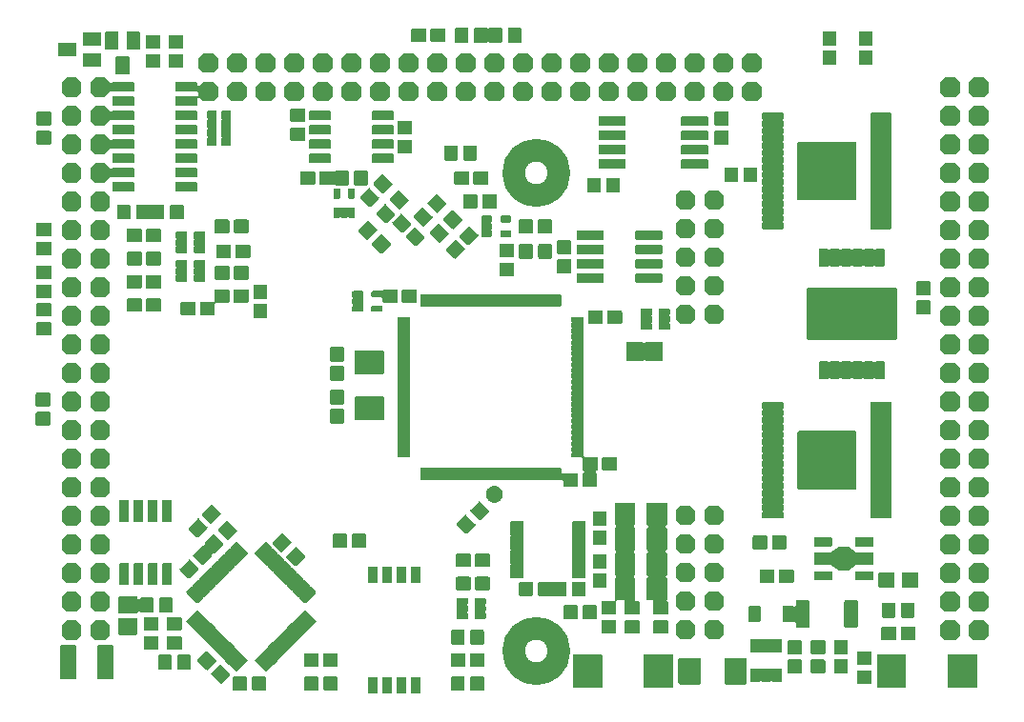
<source format=gbr>
G04 #@! TF.GenerationSoftware,KiCad,Pcbnew,(5.99.0-296-g10468236c)*
G04 #@! TF.CreationDate,2020-04-10T19:10:07+02:00*
G04 #@! TF.ProjectId,kimkong,6b696d6b-6f6e-4672-9e6b-696361645f70,rev?*
G04 #@! TF.SameCoordinates,Original*
G04 #@! TF.FileFunction,Soldermask,Top*
G04 #@! TF.FilePolarity,Negative*
%FSLAX46Y46*%
G04 Gerber Fmt 4.6, Leading zero omitted, Abs format (unit mm)*
G04 Created by KiCad (PCBNEW (5.99.0-296-g10468236c)) date 2020-04-10 19:10:07*
%MOMM*%
%LPD*%
G04 APERTURE LIST*
%ADD10C,2.000000*%
G04 APERTURE END LIST*
D10*
X151509975Y-131000000D02*
G75*
G03X151509975Y-131000000I-2009975J0D01*
G01*
X151509975Y-88500000D02*
G75*
G03X151509975Y-88500000I-2009975J0D01*
G01*
G36*
X139155999Y-133326809D02*
G01*
X139172869Y-133338081D01*
X139184141Y-133354951D01*
X139190548Y-133387162D01*
X139190548Y-134712538D01*
X139188099Y-134724850D01*
X139184141Y-134744749D01*
X139172869Y-134761619D01*
X139155999Y-134772891D01*
X139136100Y-134776849D01*
X139123788Y-134779298D01*
X138458412Y-134779298D01*
X138426201Y-134772891D01*
X138409331Y-134761619D01*
X138398059Y-134744749D01*
X138391652Y-134712538D01*
X138391652Y-133387162D01*
X138398059Y-133354951D01*
X138409331Y-133338081D01*
X138426201Y-133326809D01*
X138458412Y-133320402D01*
X139123788Y-133320402D01*
X139155999Y-133326809D01*
G37*
G36*
X137885999Y-133326809D02*
G01*
X137902869Y-133338081D01*
X137914141Y-133354951D01*
X137920548Y-133387162D01*
X137920548Y-134712538D01*
X137918099Y-134724850D01*
X137914141Y-134744749D01*
X137902869Y-134761619D01*
X137885999Y-134772891D01*
X137866100Y-134776849D01*
X137853788Y-134779298D01*
X137188412Y-134779298D01*
X137156201Y-134772891D01*
X137139331Y-134761619D01*
X137128059Y-134744749D01*
X137121652Y-134712538D01*
X137121652Y-133387162D01*
X137128059Y-133354951D01*
X137139331Y-133338081D01*
X137156201Y-133326809D01*
X137188412Y-133320402D01*
X137853788Y-133320402D01*
X137885999Y-133326809D01*
G37*
G36*
X136615999Y-133326809D02*
G01*
X136632869Y-133338081D01*
X136644141Y-133354951D01*
X136650548Y-133387162D01*
X136650548Y-134712538D01*
X136648099Y-134724850D01*
X136644141Y-134744749D01*
X136632869Y-134761619D01*
X136615999Y-134772891D01*
X136596100Y-134776849D01*
X136583788Y-134779298D01*
X135918412Y-134779298D01*
X135886201Y-134772891D01*
X135869331Y-134761619D01*
X135858059Y-134744749D01*
X135851652Y-134712538D01*
X135851652Y-133387162D01*
X135858059Y-133354951D01*
X135869331Y-133338081D01*
X135886201Y-133326809D01*
X135918412Y-133320402D01*
X136583788Y-133320402D01*
X136615999Y-133326809D01*
G37*
G36*
X135345999Y-133326809D02*
G01*
X135362869Y-133338081D01*
X135374141Y-133354951D01*
X135380548Y-133387162D01*
X135380548Y-134712538D01*
X135378099Y-134724850D01*
X135374141Y-134744749D01*
X135362869Y-134761619D01*
X135345999Y-134772891D01*
X135326100Y-134776849D01*
X135313788Y-134779298D01*
X134648412Y-134779298D01*
X134616201Y-134772891D01*
X134599331Y-134761619D01*
X134588059Y-134744749D01*
X134581652Y-134712538D01*
X134581652Y-133387162D01*
X134588059Y-133354951D01*
X134599331Y-133338081D01*
X134616201Y-133326809D01*
X134648412Y-133320402D01*
X135313788Y-133320402D01*
X135345999Y-133326809D01*
G37*
G36*
X144744849Y-133238760D02*
G01*
X144744850Y-133238760D01*
X144784492Y-133246645D01*
X144797088Y-133255061D01*
X144818100Y-133269100D01*
X144832139Y-133290112D01*
X144840555Y-133302708D01*
X144847591Y-133338081D01*
X144850889Y-133354662D01*
X144850889Y-134430038D01*
X144848440Y-134442349D01*
X144848440Y-134442350D01*
X144840555Y-134481992D01*
X144832139Y-134494588D01*
X144818100Y-134515600D01*
X144797088Y-134529639D01*
X144784492Y-134538055D01*
X144744850Y-134545940D01*
X144744849Y-134545940D01*
X144732538Y-134548389D01*
X143757162Y-134548389D01*
X143744851Y-134545940D01*
X143744850Y-134545940D01*
X143705208Y-134538055D01*
X143692612Y-134529639D01*
X143671600Y-134515600D01*
X143657561Y-134494588D01*
X143649145Y-134481992D01*
X143641260Y-134442350D01*
X143641260Y-134442349D01*
X143638811Y-134430038D01*
X143638811Y-133354662D01*
X143642109Y-133338081D01*
X143649145Y-133302708D01*
X143657561Y-133290112D01*
X143671600Y-133269100D01*
X143692612Y-133255061D01*
X143705208Y-133246645D01*
X143744850Y-133238760D01*
X143744851Y-133238760D01*
X143757162Y-133236311D01*
X144732538Y-133236311D01*
X144744849Y-133238760D01*
G37*
G36*
X143044849Y-133238760D02*
G01*
X143044850Y-133238760D01*
X143084492Y-133246645D01*
X143097088Y-133255061D01*
X143118100Y-133269100D01*
X143132139Y-133290112D01*
X143140555Y-133302708D01*
X143147591Y-133338081D01*
X143150889Y-133354662D01*
X143150889Y-134430038D01*
X143148440Y-134442349D01*
X143148440Y-134442350D01*
X143140555Y-134481992D01*
X143132139Y-134494588D01*
X143118100Y-134515600D01*
X143097088Y-134529639D01*
X143084492Y-134538055D01*
X143044850Y-134545940D01*
X143044849Y-134545940D01*
X143032538Y-134548389D01*
X142057162Y-134548389D01*
X142044851Y-134545940D01*
X142044850Y-134545940D01*
X142005208Y-134538055D01*
X141992612Y-134529639D01*
X141971600Y-134515600D01*
X141957561Y-134494588D01*
X141949145Y-134481992D01*
X141941260Y-134442350D01*
X141941260Y-134442349D01*
X141938811Y-134430038D01*
X141938811Y-133354662D01*
X141942109Y-133338081D01*
X141949145Y-133302708D01*
X141957561Y-133290112D01*
X141971600Y-133269100D01*
X141992612Y-133255061D01*
X142005208Y-133246645D01*
X142044850Y-133238760D01*
X142044851Y-133238760D01*
X142057162Y-133236311D01*
X143032538Y-133236311D01*
X143044849Y-133238760D01*
G37*
G36*
X131727349Y-133238760D02*
G01*
X131727350Y-133238760D01*
X131766992Y-133246645D01*
X131779588Y-133255061D01*
X131800600Y-133269100D01*
X131814639Y-133290112D01*
X131823055Y-133302708D01*
X131830091Y-133338081D01*
X131833389Y-133354662D01*
X131833389Y-134430038D01*
X131830940Y-134442349D01*
X131830940Y-134442350D01*
X131823055Y-134481992D01*
X131814639Y-134494588D01*
X131800600Y-134515600D01*
X131779588Y-134529639D01*
X131766992Y-134538055D01*
X131727350Y-134545940D01*
X131727349Y-134545940D01*
X131715038Y-134548389D01*
X130739662Y-134548389D01*
X130727351Y-134545940D01*
X130727350Y-134545940D01*
X130687708Y-134538055D01*
X130675112Y-134529639D01*
X130654100Y-134515600D01*
X130640061Y-134494588D01*
X130631645Y-134481992D01*
X130623760Y-134442350D01*
X130623760Y-134442349D01*
X130621311Y-134430038D01*
X130621311Y-133354662D01*
X130624609Y-133338081D01*
X130631645Y-133302708D01*
X130640061Y-133290112D01*
X130654100Y-133269100D01*
X130675112Y-133255061D01*
X130687708Y-133246645D01*
X130727350Y-133238760D01*
X130727351Y-133238760D01*
X130739662Y-133236311D01*
X131715038Y-133236311D01*
X131727349Y-133238760D01*
G37*
G36*
X130027349Y-133238760D02*
G01*
X130027350Y-133238760D01*
X130066992Y-133246645D01*
X130079588Y-133255061D01*
X130100600Y-133269100D01*
X130114639Y-133290112D01*
X130123055Y-133302708D01*
X130130091Y-133338081D01*
X130133389Y-133354662D01*
X130133389Y-134430038D01*
X130130940Y-134442349D01*
X130130940Y-134442350D01*
X130123055Y-134481992D01*
X130114639Y-134494588D01*
X130100600Y-134515600D01*
X130079588Y-134529639D01*
X130066992Y-134538055D01*
X130027350Y-134545940D01*
X130027349Y-134545940D01*
X130015038Y-134548389D01*
X129039662Y-134548389D01*
X129027351Y-134545940D01*
X129027350Y-134545940D01*
X128987708Y-134538055D01*
X128975112Y-134529639D01*
X128954100Y-134515600D01*
X128940061Y-134494588D01*
X128931645Y-134481992D01*
X128923760Y-134442350D01*
X128923760Y-134442349D01*
X128921311Y-134430038D01*
X128921311Y-133354662D01*
X128924609Y-133338081D01*
X128931645Y-133302708D01*
X128940061Y-133290112D01*
X128954100Y-133269100D01*
X128975112Y-133255061D01*
X128987708Y-133246645D01*
X129027350Y-133238760D01*
X129027351Y-133238760D01*
X129039662Y-133236311D01*
X130015038Y-133236311D01*
X130027349Y-133238760D01*
G37*
G36*
X125377349Y-133238760D02*
G01*
X125377350Y-133238760D01*
X125416992Y-133246645D01*
X125429588Y-133255061D01*
X125450600Y-133269100D01*
X125464639Y-133290112D01*
X125473055Y-133302708D01*
X125480091Y-133338081D01*
X125483389Y-133354662D01*
X125483389Y-134430038D01*
X125480940Y-134442349D01*
X125480940Y-134442350D01*
X125473055Y-134481992D01*
X125464639Y-134494588D01*
X125450600Y-134515600D01*
X125429588Y-134529639D01*
X125416992Y-134538055D01*
X125377350Y-134545940D01*
X125377349Y-134545940D01*
X125365038Y-134548389D01*
X124389662Y-134548389D01*
X124377351Y-134545940D01*
X124377350Y-134545940D01*
X124337708Y-134538055D01*
X124325112Y-134529639D01*
X124304100Y-134515600D01*
X124290061Y-134494588D01*
X124281645Y-134481992D01*
X124273760Y-134442350D01*
X124273760Y-134442349D01*
X124271311Y-134430038D01*
X124271311Y-133354662D01*
X124274609Y-133338081D01*
X124281645Y-133302708D01*
X124290061Y-133290112D01*
X124304100Y-133269100D01*
X124325112Y-133255061D01*
X124337708Y-133246645D01*
X124377350Y-133238760D01*
X124377351Y-133238760D01*
X124389662Y-133236311D01*
X125365038Y-133236311D01*
X125377349Y-133238760D01*
G37*
G36*
X123677349Y-133238760D02*
G01*
X123677350Y-133238760D01*
X123716992Y-133246645D01*
X123729588Y-133255061D01*
X123750600Y-133269100D01*
X123764639Y-133290112D01*
X123773055Y-133302708D01*
X123780091Y-133338081D01*
X123783389Y-133354662D01*
X123783389Y-134430038D01*
X123780940Y-134442349D01*
X123780940Y-134442350D01*
X123773055Y-134481992D01*
X123764639Y-134494588D01*
X123750600Y-134515600D01*
X123729588Y-134529639D01*
X123716992Y-134538055D01*
X123677350Y-134545940D01*
X123677349Y-134545940D01*
X123665038Y-134548389D01*
X122689662Y-134548389D01*
X122677351Y-134545940D01*
X122677350Y-134545940D01*
X122637708Y-134538055D01*
X122625112Y-134529639D01*
X122604100Y-134515600D01*
X122590061Y-134494588D01*
X122581645Y-134481992D01*
X122573760Y-134442350D01*
X122573760Y-134442349D01*
X122571311Y-134430038D01*
X122571311Y-133354662D01*
X122574609Y-133338081D01*
X122581645Y-133302708D01*
X122590061Y-133290112D01*
X122604100Y-133269100D01*
X122625112Y-133255061D01*
X122637708Y-133246645D01*
X122677350Y-133238760D01*
X122677351Y-133238760D01*
X122689662Y-133236311D01*
X123665038Y-133236311D01*
X123677349Y-133238760D01*
G37*
G36*
X188543599Y-131277510D02*
G01*
X188543600Y-131277510D01*
X188583242Y-131285395D01*
X188595838Y-131293811D01*
X188616850Y-131307850D01*
X188630713Y-131328600D01*
X188639305Y-131341458D01*
X188644678Y-131368471D01*
X188649639Y-131393412D01*
X188649639Y-134168788D01*
X188647190Y-134181099D01*
X188647190Y-134181100D01*
X188639305Y-134220742D01*
X188630889Y-134233338D01*
X188616850Y-134254350D01*
X188595838Y-134268389D01*
X188583242Y-134276805D01*
X188543600Y-134284690D01*
X188543599Y-134284690D01*
X188531288Y-134287139D01*
X186155912Y-134287139D01*
X186143601Y-134284690D01*
X186143600Y-134284690D01*
X186103958Y-134276805D01*
X186091362Y-134268389D01*
X186070350Y-134254350D01*
X186056311Y-134233338D01*
X186047895Y-134220742D01*
X186040010Y-134181100D01*
X186040010Y-134181099D01*
X186037561Y-134168788D01*
X186037561Y-131393412D01*
X186042522Y-131368471D01*
X186047895Y-131341458D01*
X186056487Y-131328600D01*
X186070350Y-131307850D01*
X186091362Y-131293811D01*
X186103958Y-131285395D01*
X186143600Y-131277510D01*
X186143601Y-131277510D01*
X186155912Y-131275061D01*
X188531288Y-131275061D01*
X188543599Y-131277510D01*
G37*
G36*
X182243599Y-131277510D02*
G01*
X182243600Y-131277510D01*
X182283242Y-131285395D01*
X182295838Y-131293811D01*
X182316850Y-131307850D01*
X182330713Y-131328600D01*
X182339305Y-131341458D01*
X182344678Y-131368471D01*
X182349639Y-131393412D01*
X182349639Y-134168788D01*
X182347190Y-134181099D01*
X182347190Y-134181100D01*
X182339305Y-134220742D01*
X182330889Y-134233338D01*
X182316850Y-134254350D01*
X182295838Y-134268389D01*
X182283242Y-134276805D01*
X182243600Y-134284690D01*
X182243599Y-134284690D01*
X182231288Y-134287139D01*
X179855912Y-134287139D01*
X179843601Y-134284690D01*
X179843600Y-134284690D01*
X179803958Y-134276805D01*
X179791362Y-134268389D01*
X179770350Y-134254350D01*
X179756311Y-134233338D01*
X179747895Y-134220742D01*
X179740010Y-134181100D01*
X179740010Y-134181099D01*
X179737561Y-134168788D01*
X179737561Y-131393412D01*
X179742522Y-131368471D01*
X179747895Y-131341458D01*
X179756487Y-131328600D01*
X179770350Y-131307850D01*
X179791362Y-131293811D01*
X179803958Y-131285395D01*
X179843600Y-131277510D01*
X179843601Y-131277510D01*
X179855912Y-131275061D01*
X182231288Y-131275061D01*
X182243599Y-131277510D01*
G37*
G36*
X161556099Y-131277510D02*
G01*
X161556100Y-131277510D01*
X161595742Y-131285395D01*
X161608338Y-131293811D01*
X161629350Y-131307850D01*
X161643213Y-131328600D01*
X161651805Y-131341458D01*
X161657178Y-131368471D01*
X161662139Y-131393412D01*
X161662139Y-134168788D01*
X161659690Y-134181099D01*
X161659690Y-134181100D01*
X161651805Y-134220742D01*
X161643389Y-134233338D01*
X161629350Y-134254350D01*
X161608338Y-134268389D01*
X161595742Y-134276805D01*
X161556100Y-134284690D01*
X161556099Y-134284690D01*
X161543788Y-134287139D01*
X159168412Y-134287139D01*
X159156101Y-134284690D01*
X159156100Y-134284690D01*
X159116458Y-134276805D01*
X159103862Y-134268389D01*
X159082850Y-134254350D01*
X159068811Y-134233338D01*
X159060395Y-134220742D01*
X159052510Y-134181100D01*
X159052510Y-134181099D01*
X159050061Y-134168788D01*
X159050061Y-131393412D01*
X159055022Y-131368471D01*
X159060395Y-131341458D01*
X159068987Y-131328600D01*
X159082850Y-131307850D01*
X159103862Y-131293811D01*
X159116458Y-131285395D01*
X159156100Y-131277510D01*
X159156101Y-131277510D01*
X159168412Y-131275061D01*
X161543788Y-131275061D01*
X161556099Y-131277510D01*
G37*
G36*
X155256099Y-131277510D02*
G01*
X155256100Y-131277510D01*
X155295742Y-131285395D01*
X155308338Y-131293811D01*
X155329350Y-131307850D01*
X155343213Y-131328600D01*
X155351805Y-131341458D01*
X155357178Y-131368471D01*
X155362139Y-131393412D01*
X155362139Y-134168788D01*
X155359690Y-134181099D01*
X155359690Y-134181100D01*
X155351805Y-134220742D01*
X155343389Y-134233338D01*
X155329350Y-134254350D01*
X155308338Y-134268389D01*
X155295742Y-134276805D01*
X155256100Y-134284690D01*
X155256099Y-134284690D01*
X155243788Y-134287139D01*
X152868412Y-134287139D01*
X152856101Y-134284690D01*
X152856100Y-134284690D01*
X152816458Y-134276805D01*
X152803862Y-134268389D01*
X152782850Y-134254350D01*
X152768811Y-134233338D01*
X152760395Y-134220742D01*
X152752510Y-134181100D01*
X152752510Y-134181099D01*
X152750061Y-134168788D01*
X152750061Y-131393412D01*
X152755022Y-131368471D01*
X152760395Y-131341458D01*
X152768987Y-131328600D01*
X152782850Y-131307850D01*
X152803862Y-131293811D01*
X152816458Y-131285395D01*
X152856100Y-131277510D01*
X152856101Y-131277510D01*
X152868412Y-131275061D01*
X155243788Y-131275061D01*
X155256099Y-131277510D01*
G37*
G36*
X164003599Y-131597510D02*
G01*
X164003600Y-131597510D01*
X164043242Y-131605395D01*
X164055838Y-131613811D01*
X164076850Y-131627850D01*
X164090889Y-131648862D01*
X164099305Y-131661458D01*
X164107190Y-131701100D01*
X164109639Y-131713412D01*
X164109639Y-133848788D01*
X164107190Y-133861099D01*
X164107190Y-133861100D01*
X164099305Y-133900742D01*
X164093584Y-133909304D01*
X164076850Y-133934350D01*
X164055838Y-133948389D01*
X164043242Y-133956805D01*
X164003600Y-133964690D01*
X164003599Y-133964690D01*
X163991288Y-133967139D01*
X162235912Y-133967139D01*
X162223601Y-133964690D01*
X162223600Y-133964690D01*
X162183958Y-133956805D01*
X162171362Y-133948389D01*
X162150350Y-133934350D01*
X162133616Y-133909304D01*
X162127895Y-133900742D01*
X162120010Y-133861100D01*
X162120010Y-133861099D01*
X162117561Y-133848788D01*
X162117561Y-131713412D01*
X162120010Y-131701100D01*
X162127895Y-131661458D01*
X162136311Y-131648862D01*
X162150350Y-131627850D01*
X162171362Y-131613811D01*
X162183958Y-131605395D01*
X162223600Y-131597510D01*
X162223601Y-131597510D01*
X162235912Y-131595061D01*
X163991288Y-131595061D01*
X164003599Y-131597510D01*
G37*
G36*
X168073599Y-131597510D02*
G01*
X168073600Y-131597510D01*
X168113242Y-131605395D01*
X168125838Y-131613811D01*
X168146850Y-131627850D01*
X168160889Y-131648862D01*
X168169305Y-131661458D01*
X168177190Y-131701100D01*
X168179639Y-131713412D01*
X168179639Y-133848788D01*
X168177190Y-133861099D01*
X168177190Y-133861100D01*
X168169305Y-133900742D01*
X168163584Y-133909304D01*
X168146850Y-133934350D01*
X168125838Y-133948389D01*
X168113242Y-133956805D01*
X168073600Y-133964690D01*
X168073599Y-133964690D01*
X168061288Y-133967139D01*
X166305912Y-133967139D01*
X166293601Y-133964690D01*
X166293600Y-133964690D01*
X166253958Y-133956805D01*
X166241362Y-133948389D01*
X166220350Y-133934350D01*
X166203616Y-133909304D01*
X166197895Y-133900742D01*
X166190010Y-133861100D01*
X166190010Y-133861099D01*
X166187561Y-133848788D01*
X166187561Y-131713412D01*
X166190010Y-131701100D01*
X166197895Y-131661458D01*
X166206311Y-131648862D01*
X166220350Y-131627850D01*
X166241362Y-131613811D01*
X166253958Y-131605395D01*
X166293600Y-131597510D01*
X166293601Y-131597510D01*
X166305912Y-131595061D01*
X168061288Y-131595061D01*
X168073599Y-131597510D01*
G37*
G36*
X179187349Y-132710010D02*
G01*
X179187350Y-132710010D01*
X179226992Y-132717895D01*
X179239588Y-132726311D01*
X179260600Y-132740350D01*
X179274639Y-132761362D01*
X179283055Y-132773958D01*
X179287077Y-132794181D01*
X179293389Y-132825912D01*
X179293389Y-133801288D01*
X179290940Y-133813599D01*
X179290940Y-133813600D01*
X179283055Y-133853242D01*
X179277804Y-133861100D01*
X179260600Y-133886850D01*
X179239807Y-133900742D01*
X179226992Y-133909305D01*
X179187350Y-133917190D01*
X179187349Y-133917190D01*
X179175038Y-133919639D01*
X178099662Y-133919639D01*
X178087351Y-133917190D01*
X178087350Y-133917190D01*
X178047708Y-133909305D01*
X178034893Y-133900742D01*
X178014100Y-133886850D01*
X177996896Y-133861100D01*
X177991645Y-133853242D01*
X177983760Y-133813600D01*
X177983760Y-133813599D01*
X177981311Y-133801288D01*
X177981311Y-132825912D01*
X177987623Y-132794181D01*
X177991645Y-132773958D01*
X178000061Y-132761362D01*
X178014100Y-132740350D01*
X178035112Y-132726311D01*
X178047708Y-132717895D01*
X178087350Y-132710010D01*
X178087351Y-132710010D01*
X178099662Y-132707561D01*
X179175038Y-132707561D01*
X179187349Y-132710010D01*
G37*
G36*
X121457678Y-132226474D02*
G01*
X121477047Y-132239416D01*
X121501721Y-132255902D01*
X122262130Y-133016311D01*
X122270799Y-133029286D01*
X122291558Y-133060354D01*
X122299443Y-133099996D01*
X122291558Y-133139638D01*
X122278616Y-133159007D01*
X122262130Y-133183681D01*
X121572431Y-133873380D01*
X121547757Y-133889866D01*
X121528388Y-133902808D01*
X121488746Y-133910693D01*
X121449104Y-133902808D01*
X121429735Y-133889866D01*
X121405061Y-133873380D01*
X120644652Y-133112971D01*
X120628166Y-133088297D01*
X120615224Y-133068928D01*
X120607339Y-133029286D01*
X120615224Y-132989644D01*
X120631898Y-132964690D01*
X120644652Y-132945601D01*
X121334351Y-132255902D01*
X121359025Y-132239416D01*
X121378394Y-132226474D01*
X121418036Y-132218589D01*
X121457678Y-132226474D01*
G37*
G36*
X169301099Y-132530010D02*
G01*
X169301100Y-132530010D01*
X169340742Y-132537895D01*
X169340744Y-132537896D01*
X169340743Y-132537896D01*
X169361656Y-132551869D01*
X169428871Y-132572914D01*
X169500544Y-132551869D01*
X169521457Y-132537896D01*
X169521456Y-132537896D01*
X169521458Y-132537895D01*
X169561100Y-132530010D01*
X169561101Y-132530010D01*
X169573412Y-132527561D01*
X170238788Y-132527561D01*
X170251099Y-132530010D01*
X170251100Y-132530010D01*
X170290742Y-132537895D01*
X170290744Y-132537896D01*
X170290743Y-132537896D01*
X170311656Y-132551869D01*
X170378871Y-132572914D01*
X170450544Y-132551869D01*
X170471457Y-132537896D01*
X170471456Y-132537896D01*
X170471458Y-132537895D01*
X170511100Y-132530010D01*
X170511101Y-132530010D01*
X170523412Y-132527561D01*
X171188788Y-132527561D01*
X171201099Y-132530010D01*
X171201100Y-132530010D01*
X171240742Y-132537895D01*
X171253338Y-132546311D01*
X171274350Y-132560350D01*
X171288389Y-132581362D01*
X171296805Y-132593958D01*
X171304690Y-132633600D01*
X171307139Y-132645912D01*
X171307139Y-133611288D01*
X171304690Y-133623599D01*
X171304690Y-133623600D01*
X171296805Y-133663242D01*
X171288389Y-133675838D01*
X171274350Y-133696850D01*
X171253338Y-133710889D01*
X171240742Y-133719305D01*
X171201100Y-133727190D01*
X171201099Y-133727190D01*
X171188788Y-133729639D01*
X170523412Y-133729639D01*
X170511101Y-133727190D01*
X170511100Y-133727190D01*
X170471458Y-133719305D01*
X170464104Y-133714391D01*
X170450544Y-133705331D01*
X170383329Y-133684286D01*
X170311656Y-133705331D01*
X170298096Y-133714391D01*
X170290742Y-133719305D01*
X170251100Y-133727190D01*
X170251099Y-133727190D01*
X170238788Y-133729639D01*
X169573412Y-133729639D01*
X169561101Y-133727190D01*
X169561100Y-133727190D01*
X169521458Y-133719305D01*
X169514104Y-133714391D01*
X169500544Y-133705331D01*
X169433329Y-133684286D01*
X169361656Y-133705331D01*
X169348096Y-133714391D01*
X169340742Y-133719305D01*
X169301100Y-133727190D01*
X169301099Y-133727190D01*
X169288788Y-133729639D01*
X168623412Y-133729639D01*
X168611101Y-133727190D01*
X168611100Y-133727190D01*
X168571458Y-133719305D01*
X168558862Y-133710889D01*
X168537850Y-133696850D01*
X168523811Y-133675838D01*
X168515395Y-133663242D01*
X168507510Y-133623600D01*
X168507510Y-133623599D01*
X168505061Y-133611288D01*
X168505061Y-132645912D01*
X168507510Y-132633600D01*
X168515395Y-132593958D01*
X168523811Y-132581362D01*
X168537850Y-132560350D01*
X168558862Y-132546311D01*
X168571458Y-132537895D01*
X168611100Y-132530010D01*
X168611101Y-132530010D01*
X168623412Y-132527561D01*
X169288788Y-132527561D01*
X169301099Y-132530010D01*
G37*
G36*
X108531099Y-130483760D02*
G01*
X108531100Y-130483760D01*
X108570742Y-130491645D01*
X108583338Y-130500061D01*
X108604350Y-130514100D01*
X108615934Y-130531439D01*
X108626805Y-130547708D01*
X108634690Y-130587350D01*
X108637139Y-130599662D01*
X108637139Y-133375038D01*
X108634690Y-133387349D01*
X108634690Y-133387350D01*
X108626805Y-133426992D01*
X108618389Y-133439588D01*
X108604350Y-133460600D01*
X108583338Y-133474639D01*
X108570742Y-133483055D01*
X108531100Y-133490940D01*
X108531099Y-133490940D01*
X108518788Y-133493389D01*
X107343412Y-133493389D01*
X107331101Y-133490940D01*
X107331100Y-133490940D01*
X107291458Y-133483055D01*
X107278862Y-133474639D01*
X107257850Y-133460600D01*
X107243811Y-133439588D01*
X107235395Y-133426992D01*
X107227510Y-133387350D01*
X107227510Y-133387349D01*
X107225061Y-133375038D01*
X107225061Y-130599662D01*
X107227510Y-130587350D01*
X107235395Y-130547708D01*
X107246266Y-130531439D01*
X107257850Y-130514100D01*
X107278862Y-130500061D01*
X107291458Y-130491645D01*
X107331100Y-130483760D01*
X107331101Y-130483760D01*
X107343412Y-130481311D01*
X108518788Y-130481311D01*
X108531099Y-130483760D01*
G37*
G36*
X111831099Y-130483760D02*
G01*
X111831100Y-130483760D01*
X111870742Y-130491645D01*
X111883338Y-130500061D01*
X111904350Y-130514100D01*
X111915934Y-130531439D01*
X111926805Y-130547708D01*
X111934690Y-130587350D01*
X111937139Y-130599662D01*
X111937139Y-133375038D01*
X111934690Y-133387349D01*
X111934690Y-133387350D01*
X111926805Y-133426992D01*
X111918389Y-133439588D01*
X111904350Y-133460600D01*
X111883338Y-133474639D01*
X111870742Y-133483055D01*
X111831100Y-133490940D01*
X111831099Y-133490940D01*
X111818788Y-133493389D01*
X110643412Y-133493389D01*
X110631101Y-133490940D01*
X110631100Y-133490940D01*
X110591458Y-133483055D01*
X110578862Y-133474639D01*
X110557850Y-133460600D01*
X110543811Y-133439588D01*
X110535395Y-133426992D01*
X110527510Y-133387350D01*
X110527510Y-133387349D01*
X110525061Y-133375038D01*
X110525061Y-130599662D01*
X110527510Y-130587350D01*
X110535395Y-130547708D01*
X110546266Y-130531439D01*
X110557850Y-130514100D01*
X110578862Y-130500061D01*
X110591458Y-130491645D01*
X110631100Y-130483760D01*
X110631101Y-130483760D01*
X110643412Y-130481311D01*
X111818788Y-130481311D01*
X111831099Y-130483760D01*
G37*
G36*
X172946099Y-131707510D02*
G01*
X172946100Y-131707510D01*
X172985742Y-131715395D01*
X172998338Y-131723811D01*
X173019350Y-131737850D01*
X173030110Y-131753955D01*
X173041805Y-131771458D01*
X173049690Y-131811100D01*
X173052139Y-131823412D01*
X173052139Y-132898788D01*
X173049690Y-132911099D01*
X173049690Y-132911100D01*
X173041805Y-132950742D01*
X173033389Y-132963338D01*
X173019350Y-132984350D01*
X172998338Y-132998389D01*
X172985742Y-133006805D01*
X172946100Y-133014690D01*
X172946099Y-133014690D01*
X172933788Y-133017139D01*
X171958412Y-133017139D01*
X171946101Y-133014690D01*
X171946100Y-133014690D01*
X171906458Y-133006805D01*
X171893862Y-132998389D01*
X171872850Y-132984350D01*
X171858811Y-132963338D01*
X171850395Y-132950742D01*
X171842510Y-132911100D01*
X171842510Y-132911099D01*
X171840061Y-132898788D01*
X171840061Y-131823412D01*
X171842510Y-131811100D01*
X171850395Y-131771458D01*
X171862090Y-131753955D01*
X171872850Y-131737850D01*
X171893862Y-131723811D01*
X171906458Y-131715395D01*
X171946100Y-131707510D01*
X171946101Y-131707510D01*
X171958412Y-131705061D01*
X172933788Y-131705061D01*
X172946099Y-131707510D01*
G37*
G36*
X177073599Y-131707510D02*
G01*
X177073600Y-131707510D01*
X177113242Y-131715395D01*
X177125838Y-131723811D01*
X177146850Y-131737850D01*
X177157610Y-131753955D01*
X177169305Y-131771458D01*
X177177190Y-131811100D01*
X177179639Y-131823412D01*
X177179639Y-132898788D01*
X177177190Y-132911099D01*
X177177190Y-132911100D01*
X177169305Y-132950742D01*
X177160889Y-132963338D01*
X177146850Y-132984350D01*
X177125838Y-132998389D01*
X177113242Y-133006805D01*
X177073600Y-133014690D01*
X177073599Y-133014690D01*
X177061288Y-133017139D01*
X176085912Y-133017139D01*
X176073601Y-133014690D01*
X176073600Y-133014690D01*
X176033958Y-133006805D01*
X176021362Y-132998389D01*
X176000350Y-132984350D01*
X175986311Y-132963338D01*
X175977895Y-132950742D01*
X175970010Y-132911100D01*
X175970010Y-132911099D01*
X175967561Y-132898788D01*
X175967561Y-131823412D01*
X175970010Y-131811100D01*
X175977895Y-131771458D01*
X175989590Y-131753955D01*
X176000350Y-131737850D01*
X176021362Y-131723811D01*
X176033958Y-131715395D01*
X176073600Y-131707510D01*
X176073601Y-131707510D01*
X176085912Y-131705061D01*
X177061288Y-131705061D01*
X177073599Y-131707510D01*
G37*
G36*
X175059849Y-131757510D02*
G01*
X175059850Y-131757510D01*
X175099492Y-131765395D01*
X175112088Y-131773811D01*
X175133100Y-131787850D01*
X175145713Y-131806729D01*
X175155555Y-131821458D01*
X175162877Y-131858272D01*
X175165889Y-131873412D01*
X175165889Y-132848788D01*
X175163440Y-132861099D01*
X175163440Y-132861100D01*
X175155555Y-132900742D01*
X175148634Y-132911100D01*
X175133100Y-132934350D01*
X175116260Y-132945601D01*
X175099492Y-132956805D01*
X175059850Y-132964690D01*
X175059849Y-132964690D01*
X175047538Y-132967139D01*
X173972162Y-132967139D01*
X173959851Y-132964690D01*
X173959850Y-132964690D01*
X173920208Y-132956805D01*
X173903440Y-132945601D01*
X173886600Y-132934350D01*
X173871066Y-132911100D01*
X173864145Y-132900742D01*
X173856260Y-132861100D01*
X173856260Y-132861099D01*
X173853811Y-132848788D01*
X173853811Y-131873412D01*
X173856823Y-131858272D01*
X173864145Y-131821458D01*
X173873987Y-131806729D01*
X173886600Y-131787850D01*
X173907612Y-131773811D01*
X173920208Y-131765395D01*
X173959850Y-131757510D01*
X173959851Y-131757510D01*
X173972162Y-131755061D01*
X175047538Y-131755061D01*
X175059849Y-131757510D01*
G37*
G36*
X128989521Y-127379245D02*
G01*
X129008890Y-127392187D01*
X129033564Y-127408673D01*
X129914181Y-128289290D01*
X129930667Y-128313964D01*
X129943609Y-128333333D01*
X129951494Y-128372975D01*
X129943609Y-128412617D01*
X129932618Y-128429066D01*
X129914181Y-128456660D01*
X129536458Y-128834383D01*
X129492415Y-128863811D01*
X129478835Y-128866512D01*
X129416425Y-128899158D01*
X129380624Y-128964722D01*
X129377923Y-128978302D01*
X129348495Y-129022345D01*
X128970772Y-129400068D01*
X128926729Y-129429496D01*
X128913149Y-129432197D01*
X128850739Y-129464843D01*
X128814939Y-129530407D01*
X128812238Y-129543987D01*
X128782810Y-129588030D01*
X128405087Y-129965753D01*
X128362874Y-129993958D01*
X128361044Y-129995181D01*
X128347464Y-129997882D01*
X128285054Y-130030528D01*
X128249253Y-130096093D01*
X128246552Y-130109673D01*
X128217124Y-130153716D01*
X127839401Y-130531439D01*
X127795358Y-130560867D01*
X127781778Y-130563568D01*
X127719368Y-130596214D01*
X127683568Y-130661778D01*
X127680867Y-130675358D01*
X127651439Y-130719401D01*
X127273716Y-131097124D01*
X127240519Y-131119305D01*
X127229673Y-131126552D01*
X127216093Y-131129253D01*
X127153683Y-131161899D01*
X127117882Y-131227464D01*
X127115181Y-131241044D01*
X127085753Y-131285087D01*
X126708030Y-131662810D01*
X126663987Y-131692238D01*
X126650407Y-131694939D01*
X126587997Y-131727585D01*
X126552197Y-131793149D01*
X126549496Y-131806729D01*
X126520068Y-131850772D01*
X126142345Y-132228495D01*
X126111761Y-132248930D01*
X126098302Y-132257923D01*
X126084722Y-132260624D01*
X126022312Y-132293270D01*
X125986512Y-132358835D01*
X125983811Y-132372415D01*
X125954383Y-132416458D01*
X125576660Y-132794181D01*
X125551986Y-132810667D01*
X125532617Y-132823609D01*
X125492975Y-132831494D01*
X125453333Y-132823609D01*
X125433964Y-132810667D01*
X125409290Y-132794181D01*
X124528673Y-131913564D01*
X124512187Y-131888890D01*
X124499245Y-131869521D01*
X124491360Y-131829879D01*
X124499245Y-131790237D01*
X124512187Y-131770868D01*
X124528673Y-131746194D01*
X124906396Y-131368471D01*
X124950439Y-131339043D01*
X124958488Y-131337442D01*
X124964019Y-131336342D01*
X125026429Y-131303696D01*
X125062229Y-131238131D01*
X125064930Y-131224551D01*
X125094358Y-131180508D01*
X125472081Y-130802785D01*
X125516124Y-130773357D01*
X125524168Y-130771757D01*
X125529704Y-130770656D01*
X125592114Y-130738010D01*
X125627914Y-130672446D01*
X125630615Y-130658866D01*
X125660043Y-130614823D01*
X126037766Y-130237100D01*
X126081809Y-130207672D01*
X126089858Y-130206071D01*
X126095389Y-130204971D01*
X126157799Y-130172325D01*
X126193600Y-130106760D01*
X126196301Y-130093180D01*
X126225729Y-130049137D01*
X126603452Y-129671414D01*
X126647495Y-129641986D01*
X126655539Y-129640386D01*
X126661075Y-129639285D01*
X126723485Y-129606639D01*
X126759285Y-129541075D01*
X126761986Y-129527495D01*
X126791414Y-129483452D01*
X127169137Y-129105729D01*
X127213180Y-129076301D01*
X127221229Y-129074700D01*
X127226760Y-129073600D01*
X127289170Y-129040954D01*
X127324971Y-128975389D01*
X127327672Y-128961809D01*
X127357100Y-128917766D01*
X127734823Y-128540043D01*
X127778866Y-128510615D01*
X127786910Y-128509015D01*
X127792446Y-128507914D01*
X127854856Y-128475268D01*
X127890656Y-128409704D01*
X127893357Y-128396124D01*
X127922785Y-128352081D01*
X128300508Y-127974358D01*
X128344551Y-127944930D01*
X128352595Y-127943330D01*
X128358131Y-127942229D01*
X128420541Y-127909583D01*
X128456342Y-127844019D01*
X128459043Y-127830439D01*
X128488471Y-127786396D01*
X128866194Y-127408673D01*
X128890868Y-127392187D01*
X128910237Y-127379245D01*
X128949879Y-127371360D01*
X128989521Y-127379245D01*
G37*
G36*
X119461963Y-127379245D02*
G01*
X119481332Y-127392187D01*
X119506006Y-127408673D01*
X119883729Y-127786396D01*
X119913157Y-127830439D01*
X119915858Y-127844019D01*
X119948504Y-127906429D01*
X120014069Y-127942229D01*
X120019605Y-127943330D01*
X120027649Y-127944930D01*
X120071692Y-127974358D01*
X120449415Y-128352081D01*
X120478843Y-128396124D01*
X120481544Y-128409704D01*
X120514190Y-128472114D01*
X120579754Y-128507914D01*
X120585290Y-128509015D01*
X120593334Y-128510615D01*
X120637377Y-128540043D01*
X121015100Y-128917766D01*
X121044528Y-128961809D01*
X121047229Y-128975389D01*
X121079875Y-129037799D01*
X121145440Y-129073600D01*
X121150971Y-129074700D01*
X121159020Y-129076301D01*
X121203063Y-129105729D01*
X121580786Y-129483452D01*
X121610214Y-129527495D01*
X121612915Y-129541075D01*
X121645561Y-129603485D01*
X121711125Y-129639285D01*
X121716661Y-129640386D01*
X121724705Y-129641986D01*
X121768748Y-129671414D01*
X122146471Y-130049137D01*
X122175899Y-130093180D01*
X122178600Y-130106760D01*
X122211246Y-130169170D01*
X122276811Y-130204971D01*
X122282342Y-130206071D01*
X122290391Y-130207672D01*
X122334434Y-130237100D01*
X122712157Y-130614823D01*
X122741585Y-130658866D01*
X122744286Y-130672446D01*
X122776932Y-130734856D01*
X122842496Y-130770656D01*
X122848032Y-130771757D01*
X122856076Y-130773357D01*
X122900119Y-130802785D01*
X123277842Y-131180508D01*
X123307270Y-131224551D01*
X123309971Y-131238131D01*
X123342617Y-131300541D01*
X123408181Y-131336342D01*
X123413712Y-131337442D01*
X123421761Y-131339043D01*
X123465804Y-131368471D01*
X123843527Y-131746194D01*
X123860013Y-131770868D01*
X123872955Y-131790237D01*
X123880840Y-131829879D01*
X123872955Y-131869521D01*
X123860013Y-131888890D01*
X123843527Y-131913564D01*
X122962910Y-132794181D01*
X122938236Y-132810667D01*
X122918867Y-132823609D01*
X122879225Y-132831494D01*
X122839583Y-132823609D01*
X122820214Y-132810667D01*
X122795540Y-132794181D01*
X122417817Y-132416458D01*
X122388389Y-132372415D01*
X122385688Y-132358835D01*
X122353042Y-132296425D01*
X122287478Y-132260624D01*
X122273898Y-132257923D01*
X122260439Y-132248930D01*
X122229855Y-132228495D01*
X121852132Y-131850772D01*
X121822704Y-131806729D01*
X121820003Y-131793149D01*
X121787357Y-131730739D01*
X121721793Y-131694939D01*
X121708213Y-131692238D01*
X121664170Y-131662810D01*
X121286447Y-131285087D01*
X121257019Y-131241044D01*
X121254318Y-131227464D01*
X121221672Y-131165054D01*
X121156107Y-131129253D01*
X121142527Y-131126552D01*
X121131681Y-131119305D01*
X121098484Y-131097124D01*
X120720761Y-130719401D01*
X120691333Y-130675358D01*
X120688632Y-130661778D01*
X120655986Y-130599368D01*
X120590422Y-130563568D01*
X120576842Y-130560867D01*
X120532799Y-130531439D01*
X120155076Y-130153716D01*
X120125648Y-130109673D01*
X120122947Y-130096093D01*
X120090301Y-130033683D01*
X120024736Y-129997882D01*
X120011156Y-129995181D01*
X120009326Y-129993958D01*
X119967113Y-129965753D01*
X119589390Y-129588030D01*
X119559962Y-129543987D01*
X119557261Y-129530407D01*
X119524615Y-129467997D01*
X119459051Y-129432197D01*
X119445471Y-129429496D01*
X119401428Y-129400068D01*
X119023705Y-129022345D01*
X118994277Y-128978302D01*
X118991576Y-128964722D01*
X118958930Y-128902312D01*
X118893365Y-128866512D01*
X118879785Y-128863811D01*
X118835742Y-128834383D01*
X118458019Y-128456660D01*
X118439582Y-128429066D01*
X118428591Y-128412617D01*
X118420706Y-128372975D01*
X118428591Y-128333333D01*
X118441533Y-128313964D01*
X118458019Y-128289290D01*
X119338636Y-127408673D01*
X119363310Y-127392187D01*
X119382679Y-127379245D01*
X119422321Y-127371360D01*
X119461963Y-127379245D01*
G37*
G36*
X120255596Y-131024392D02*
G01*
X120274965Y-131037334D01*
X120299639Y-131053820D01*
X121060048Y-131814229D01*
X121068717Y-131827204D01*
X121089476Y-131858272D01*
X121097361Y-131897914D01*
X121089476Y-131937556D01*
X121076534Y-131956925D01*
X121060048Y-131981599D01*
X120370349Y-132671298D01*
X120345675Y-132687784D01*
X120326306Y-132700726D01*
X120286664Y-132708611D01*
X120247022Y-132700726D01*
X120227653Y-132687784D01*
X120202979Y-132671298D01*
X119442570Y-131910889D01*
X119426084Y-131886215D01*
X119413142Y-131866846D01*
X119405257Y-131827204D01*
X119413142Y-131787562D01*
X119427954Y-131765395D01*
X119442570Y-131743519D01*
X120132269Y-131053820D01*
X120156943Y-131037334D01*
X120176312Y-131024392D01*
X120215954Y-131016507D01*
X120255596Y-131024392D01*
G37*
G36*
X118709849Y-131333760D02*
G01*
X118709850Y-131333760D01*
X118749492Y-131341645D01*
X118762088Y-131350061D01*
X118783100Y-131364100D01*
X118794458Y-131381100D01*
X118805555Y-131397708D01*
X118813440Y-131437350D01*
X118815889Y-131449662D01*
X118815889Y-132525038D01*
X118813440Y-132537349D01*
X118813440Y-132537350D01*
X118805555Y-132576992D01*
X118797139Y-132589588D01*
X118783100Y-132610600D01*
X118762088Y-132624639D01*
X118749492Y-132633055D01*
X118709850Y-132640940D01*
X118709849Y-132640940D01*
X118697538Y-132643389D01*
X117722162Y-132643389D01*
X117709851Y-132640940D01*
X117709850Y-132640940D01*
X117670208Y-132633055D01*
X117657612Y-132624639D01*
X117636600Y-132610600D01*
X117622561Y-132589588D01*
X117614145Y-132576992D01*
X117606260Y-132537350D01*
X117606260Y-132537349D01*
X117603811Y-132525038D01*
X117603811Y-131449662D01*
X117606260Y-131437350D01*
X117614145Y-131397708D01*
X117625242Y-131381100D01*
X117636600Y-131364100D01*
X117657612Y-131350061D01*
X117670208Y-131341645D01*
X117709850Y-131333760D01*
X117709851Y-131333760D01*
X117722162Y-131331311D01*
X118697538Y-131331311D01*
X118709849Y-131333760D01*
G37*
G36*
X117009849Y-131333760D02*
G01*
X117009850Y-131333760D01*
X117049492Y-131341645D01*
X117062088Y-131350061D01*
X117083100Y-131364100D01*
X117094458Y-131381100D01*
X117105555Y-131397708D01*
X117113440Y-131437350D01*
X117115889Y-131449662D01*
X117115889Y-132525038D01*
X117113440Y-132537349D01*
X117113440Y-132537350D01*
X117105555Y-132576992D01*
X117097139Y-132589588D01*
X117083100Y-132610600D01*
X117062088Y-132624639D01*
X117049492Y-132633055D01*
X117009850Y-132640940D01*
X117009849Y-132640940D01*
X116997538Y-132643389D01*
X116022162Y-132643389D01*
X116009851Y-132640940D01*
X116009850Y-132640940D01*
X115970208Y-132633055D01*
X115957612Y-132624639D01*
X115936600Y-132610600D01*
X115922561Y-132589588D01*
X115914145Y-132576992D01*
X115906260Y-132537350D01*
X115906260Y-132537349D01*
X115903811Y-132525038D01*
X115903811Y-131449662D01*
X115906260Y-131437350D01*
X115914145Y-131397708D01*
X115925242Y-131381100D01*
X115936600Y-131364100D01*
X115957612Y-131350061D01*
X115970208Y-131341645D01*
X116009850Y-131333760D01*
X116009851Y-131333760D01*
X116022162Y-131331311D01*
X116997538Y-131331311D01*
X117009849Y-131333760D01*
G37*
G36*
X144794849Y-131225010D02*
G01*
X144794850Y-131225010D01*
X144834492Y-131232895D01*
X144846688Y-131241044D01*
X144868100Y-131255350D01*
X144875976Y-131267139D01*
X144890555Y-131288958D01*
X144895673Y-131314690D01*
X144900889Y-131340912D01*
X144900889Y-132316288D01*
X144898440Y-132328599D01*
X144898440Y-132328600D01*
X144890555Y-132368242D01*
X144882139Y-132380838D01*
X144868100Y-132401850D01*
X144847088Y-132415889D01*
X144834492Y-132424305D01*
X144794850Y-132432190D01*
X144794849Y-132432190D01*
X144782538Y-132434639D01*
X143707162Y-132434639D01*
X143694851Y-132432190D01*
X143694850Y-132432190D01*
X143655208Y-132424305D01*
X143642612Y-132415889D01*
X143621600Y-132401850D01*
X143607561Y-132380838D01*
X143599145Y-132368242D01*
X143591260Y-132328600D01*
X143591260Y-132328599D01*
X143588811Y-132316288D01*
X143588811Y-131340912D01*
X143594027Y-131314690D01*
X143599145Y-131288958D01*
X143613724Y-131267139D01*
X143621600Y-131255350D01*
X143643012Y-131241044D01*
X143655208Y-131232895D01*
X143694850Y-131225010D01*
X143694851Y-131225010D01*
X143707162Y-131222561D01*
X144782538Y-131222561D01*
X144794849Y-131225010D01*
G37*
G36*
X143094849Y-131225010D02*
G01*
X143094850Y-131225010D01*
X143134492Y-131232895D01*
X143146688Y-131241044D01*
X143168100Y-131255350D01*
X143175976Y-131267139D01*
X143190555Y-131288958D01*
X143195673Y-131314690D01*
X143200889Y-131340912D01*
X143200889Y-132316288D01*
X143198440Y-132328599D01*
X143198440Y-132328600D01*
X143190555Y-132368242D01*
X143182139Y-132380838D01*
X143168100Y-132401850D01*
X143147088Y-132415889D01*
X143134492Y-132424305D01*
X143094850Y-132432190D01*
X143094849Y-132432190D01*
X143082538Y-132434639D01*
X142007162Y-132434639D01*
X141994851Y-132432190D01*
X141994850Y-132432190D01*
X141955208Y-132424305D01*
X141942612Y-132415889D01*
X141921600Y-132401850D01*
X141907561Y-132380838D01*
X141899145Y-132368242D01*
X141891260Y-132328600D01*
X141891260Y-132328599D01*
X141888811Y-132316288D01*
X141888811Y-131340912D01*
X141894027Y-131314690D01*
X141899145Y-131288958D01*
X141913724Y-131267139D01*
X141921600Y-131255350D01*
X141943012Y-131241044D01*
X141955208Y-131232895D01*
X141994850Y-131225010D01*
X141994851Y-131225010D01*
X142007162Y-131222561D01*
X143082538Y-131222561D01*
X143094849Y-131225010D01*
G37*
G36*
X131777349Y-131225010D02*
G01*
X131777350Y-131225010D01*
X131816992Y-131232895D01*
X131829188Y-131241044D01*
X131850600Y-131255350D01*
X131858476Y-131267139D01*
X131873055Y-131288958D01*
X131878173Y-131314690D01*
X131883389Y-131340912D01*
X131883389Y-132316288D01*
X131880940Y-132328599D01*
X131880940Y-132328600D01*
X131873055Y-132368242D01*
X131864639Y-132380838D01*
X131850600Y-132401850D01*
X131829588Y-132415889D01*
X131816992Y-132424305D01*
X131777350Y-132432190D01*
X131777349Y-132432190D01*
X131765038Y-132434639D01*
X130689662Y-132434639D01*
X130677351Y-132432190D01*
X130677350Y-132432190D01*
X130637708Y-132424305D01*
X130625112Y-132415889D01*
X130604100Y-132401850D01*
X130590061Y-132380838D01*
X130581645Y-132368242D01*
X130573760Y-132328600D01*
X130573760Y-132328599D01*
X130571311Y-132316288D01*
X130571311Y-131340912D01*
X130576527Y-131314690D01*
X130581645Y-131288958D01*
X130596224Y-131267139D01*
X130604100Y-131255350D01*
X130625512Y-131241044D01*
X130637708Y-131232895D01*
X130677350Y-131225010D01*
X130677351Y-131225010D01*
X130689662Y-131222561D01*
X131765038Y-131222561D01*
X131777349Y-131225010D01*
G37*
G36*
X130077349Y-131225010D02*
G01*
X130077350Y-131225010D01*
X130116992Y-131232895D01*
X130129188Y-131241044D01*
X130150600Y-131255350D01*
X130158476Y-131267139D01*
X130173055Y-131288958D01*
X130178173Y-131314690D01*
X130183389Y-131340912D01*
X130183389Y-132316288D01*
X130180940Y-132328599D01*
X130180940Y-132328600D01*
X130173055Y-132368242D01*
X130164639Y-132380838D01*
X130150600Y-132401850D01*
X130129588Y-132415889D01*
X130116992Y-132424305D01*
X130077350Y-132432190D01*
X130077349Y-132432190D01*
X130065038Y-132434639D01*
X128989662Y-132434639D01*
X128977351Y-132432190D01*
X128977350Y-132432190D01*
X128937708Y-132424305D01*
X128925112Y-132415889D01*
X128904100Y-132401850D01*
X128890061Y-132380838D01*
X128881645Y-132368242D01*
X128873760Y-132328600D01*
X128873760Y-132328599D01*
X128871311Y-132316288D01*
X128871311Y-131340912D01*
X128876527Y-131314690D01*
X128881645Y-131288958D01*
X128896224Y-131267139D01*
X128904100Y-131255350D01*
X128925512Y-131241044D01*
X128937708Y-131232895D01*
X128977350Y-131225010D01*
X128977351Y-131225010D01*
X128989662Y-131222561D01*
X130065038Y-131222561D01*
X130077349Y-131225010D01*
G37*
G36*
X179187349Y-131010010D02*
G01*
X179187350Y-131010010D01*
X179226992Y-131017895D01*
X179239588Y-131026311D01*
X179260600Y-131040350D01*
X179274639Y-131061362D01*
X179283055Y-131073958D01*
X179289295Y-131105331D01*
X179293389Y-131125912D01*
X179293389Y-132101288D01*
X179290940Y-132113599D01*
X179290940Y-132113600D01*
X179283055Y-132153242D01*
X179274639Y-132165838D01*
X179260600Y-132186850D01*
X179239588Y-132200889D01*
X179226992Y-132209305D01*
X179187350Y-132217190D01*
X179187349Y-132217190D01*
X179175038Y-132219639D01*
X178099662Y-132219639D01*
X178087351Y-132217190D01*
X178087350Y-132217190D01*
X178047708Y-132209305D01*
X178035112Y-132200889D01*
X178014100Y-132186850D01*
X178000061Y-132165838D01*
X177991645Y-132153242D01*
X177983760Y-132113600D01*
X177983760Y-132113599D01*
X177981311Y-132101288D01*
X177981311Y-131125912D01*
X177985405Y-131105331D01*
X177991645Y-131073958D01*
X178000061Y-131061362D01*
X178014100Y-131040350D01*
X178035112Y-131026311D01*
X178047708Y-131017895D01*
X178087350Y-131010010D01*
X178087351Y-131010010D01*
X178099662Y-131007561D01*
X179175038Y-131007561D01*
X179187349Y-131010010D01*
G37*
G36*
X172946099Y-130007510D02*
G01*
X172946100Y-130007510D01*
X172985742Y-130015395D01*
X172998338Y-130023811D01*
X173019350Y-130037850D01*
X173030849Y-130055061D01*
X173041805Y-130071458D01*
X173049406Y-130109673D01*
X173052139Y-130123412D01*
X173052139Y-131198788D01*
X173049690Y-131211099D01*
X173049690Y-131211100D01*
X173041805Y-131250742D01*
X173033389Y-131263338D01*
X173019350Y-131284350D01*
X172998338Y-131298389D01*
X172985742Y-131306805D01*
X172946100Y-131314690D01*
X172946099Y-131314690D01*
X172933788Y-131317139D01*
X171958412Y-131317139D01*
X171946101Y-131314690D01*
X171946100Y-131314690D01*
X171906458Y-131306805D01*
X171893862Y-131298389D01*
X171872850Y-131284350D01*
X171858811Y-131263338D01*
X171850395Y-131250742D01*
X171842510Y-131211100D01*
X171842510Y-131211099D01*
X171840061Y-131198788D01*
X171840061Y-130123412D01*
X171842794Y-130109673D01*
X171850395Y-130071458D01*
X171861351Y-130055061D01*
X171872850Y-130037850D01*
X171893862Y-130023811D01*
X171906458Y-130015395D01*
X171946100Y-130007510D01*
X171946101Y-130007510D01*
X171958412Y-130005061D01*
X172933788Y-130005061D01*
X172946099Y-130007510D01*
G37*
G36*
X177073599Y-130007510D02*
G01*
X177073600Y-130007510D01*
X177113242Y-130015395D01*
X177125838Y-130023811D01*
X177146850Y-130037850D01*
X177158349Y-130055061D01*
X177169305Y-130071458D01*
X177176906Y-130109673D01*
X177179639Y-130123412D01*
X177179639Y-131198788D01*
X177177190Y-131211099D01*
X177177190Y-131211100D01*
X177169305Y-131250742D01*
X177160889Y-131263338D01*
X177146850Y-131284350D01*
X177125838Y-131298389D01*
X177113242Y-131306805D01*
X177073600Y-131314690D01*
X177073599Y-131314690D01*
X177061288Y-131317139D01*
X176085912Y-131317139D01*
X176073601Y-131314690D01*
X176073600Y-131314690D01*
X176033958Y-131306805D01*
X176021362Y-131298389D01*
X176000350Y-131284350D01*
X175986311Y-131263338D01*
X175977895Y-131250742D01*
X175970010Y-131211100D01*
X175970010Y-131211099D01*
X175967561Y-131198788D01*
X175967561Y-130123412D01*
X175970294Y-130109673D01*
X175977895Y-130071458D01*
X175988851Y-130055061D01*
X176000350Y-130037850D01*
X176021362Y-130023811D01*
X176033958Y-130015395D01*
X176073600Y-130007510D01*
X176073601Y-130007510D01*
X176085912Y-130005061D01*
X177061288Y-130005061D01*
X177073599Y-130007510D01*
G37*
G36*
X175059849Y-130057510D02*
G01*
X175059850Y-130057510D01*
X175099492Y-130065395D01*
X175112088Y-130073811D01*
X175133100Y-130087850D01*
X175145734Y-130106760D01*
X175155555Y-130121458D01*
X175161971Y-130153716D01*
X175165889Y-130173412D01*
X175165889Y-131148788D01*
X175163440Y-131161099D01*
X175163440Y-131161100D01*
X175155555Y-131200742D01*
X175148634Y-131211100D01*
X175133100Y-131234350D01*
X175112088Y-131248389D01*
X175099492Y-131256805D01*
X175059850Y-131264690D01*
X175059849Y-131264690D01*
X175047538Y-131267139D01*
X173972162Y-131267139D01*
X173959851Y-131264690D01*
X173959850Y-131264690D01*
X173920208Y-131256805D01*
X173907612Y-131248389D01*
X173886600Y-131234350D01*
X173871066Y-131211100D01*
X173864145Y-131200742D01*
X173856260Y-131161100D01*
X173856260Y-131161099D01*
X173853811Y-131148788D01*
X173853811Y-130173412D01*
X173857729Y-130153716D01*
X173864145Y-130121458D01*
X173873966Y-130106760D01*
X173886600Y-130087850D01*
X173907612Y-130073811D01*
X173920208Y-130065395D01*
X173959850Y-130057510D01*
X173959851Y-130057510D01*
X173972162Y-130055061D01*
X175047538Y-130055061D01*
X175059849Y-130057510D01*
G37*
G36*
X169301099Y-129930010D02*
G01*
X169301100Y-129930010D01*
X169340742Y-129937895D01*
X169340744Y-129937896D01*
X169340743Y-129937896D01*
X169361656Y-129951869D01*
X169428871Y-129972914D01*
X169500544Y-129951869D01*
X169521457Y-129937896D01*
X169521456Y-129937896D01*
X169521458Y-129937895D01*
X169561100Y-129930010D01*
X169561101Y-129930010D01*
X169573412Y-129927561D01*
X170238788Y-129927561D01*
X170251099Y-129930010D01*
X170251100Y-129930010D01*
X170290742Y-129937895D01*
X170290744Y-129937896D01*
X170290743Y-129937896D01*
X170311656Y-129951869D01*
X170378871Y-129972914D01*
X170450544Y-129951869D01*
X170471457Y-129937896D01*
X170471456Y-129937896D01*
X170471458Y-129937895D01*
X170511100Y-129930010D01*
X170511101Y-129930010D01*
X170523412Y-129927561D01*
X171188788Y-129927561D01*
X171201099Y-129930010D01*
X171201100Y-129930010D01*
X171240742Y-129937895D01*
X171253338Y-129946311D01*
X171274350Y-129960350D01*
X171282744Y-129972914D01*
X171296805Y-129993958D01*
X171301069Y-130015396D01*
X171307139Y-130045912D01*
X171307139Y-131011288D01*
X171304690Y-131023599D01*
X171304690Y-131023600D01*
X171296805Y-131063242D01*
X171288389Y-131075838D01*
X171274350Y-131096850D01*
X171253338Y-131110889D01*
X171240742Y-131119305D01*
X171201100Y-131127190D01*
X171201099Y-131127190D01*
X171188788Y-131129639D01*
X170523412Y-131129639D01*
X170511101Y-131127190D01*
X170511100Y-131127190D01*
X170471458Y-131119305D01*
X170462920Y-131113600D01*
X170450544Y-131105331D01*
X170383329Y-131084286D01*
X170311656Y-131105331D01*
X170299280Y-131113600D01*
X170290742Y-131119305D01*
X170251100Y-131127190D01*
X170251099Y-131127190D01*
X170238788Y-131129639D01*
X169573412Y-131129639D01*
X169561101Y-131127190D01*
X169561100Y-131127190D01*
X169521458Y-131119305D01*
X169512920Y-131113600D01*
X169500544Y-131105331D01*
X169433329Y-131084286D01*
X169361656Y-131105331D01*
X169349280Y-131113600D01*
X169340742Y-131119305D01*
X169301100Y-131127190D01*
X169301099Y-131127190D01*
X169288788Y-131129639D01*
X168623412Y-131129639D01*
X168611101Y-131127190D01*
X168611100Y-131127190D01*
X168571458Y-131119305D01*
X168558862Y-131110889D01*
X168537850Y-131096850D01*
X168523811Y-131075838D01*
X168515395Y-131063242D01*
X168507510Y-131023600D01*
X168507510Y-131023599D01*
X168505061Y-131011288D01*
X168505061Y-130045912D01*
X168511131Y-130015396D01*
X168515395Y-129993958D01*
X168529456Y-129972914D01*
X168537850Y-129960350D01*
X168558862Y-129946311D01*
X168571458Y-129937895D01*
X168611100Y-129930010D01*
X168611101Y-129930010D01*
X168623412Y-129927561D01*
X169288788Y-129927561D01*
X169301099Y-129930010D01*
G37*
G36*
X117909849Y-129693760D02*
G01*
X117909850Y-129693760D01*
X117949492Y-129701645D01*
X117962088Y-129710061D01*
X117983100Y-129724100D01*
X117997139Y-129745112D01*
X118005555Y-129757708D01*
X118013440Y-129797350D01*
X118015889Y-129809662D01*
X118015889Y-130785038D01*
X118013440Y-130797349D01*
X118013440Y-130797350D01*
X118005555Y-130836992D01*
X117997139Y-130849588D01*
X117983100Y-130870600D01*
X117962088Y-130884639D01*
X117949492Y-130893055D01*
X117909850Y-130900940D01*
X117909849Y-130900940D01*
X117897538Y-130903389D01*
X116822162Y-130903389D01*
X116809851Y-130900940D01*
X116809850Y-130900940D01*
X116770208Y-130893055D01*
X116757612Y-130884639D01*
X116736600Y-130870600D01*
X116722561Y-130849588D01*
X116714145Y-130836992D01*
X116706260Y-130797350D01*
X116706260Y-130797349D01*
X116703811Y-130785038D01*
X116703811Y-129809662D01*
X116706260Y-129797350D01*
X116714145Y-129757708D01*
X116722561Y-129745112D01*
X116736600Y-129724100D01*
X116757612Y-129710061D01*
X116770208Y-129701645D01*
X116809850Y-129693760D01*
X116809851Y-129693760D01*
X116822162Y-129691311D01*
X117897538Y-129691311D01*
X117909849Y-129693760D01*
G37*
G36*
X115846099Y-129693760D02*
G01*
X115846100Y-129693760D01*
X115885742Y-129701645D01*
X115898338Y-129710061D01*
X115919350Y-129724100D01*
X115933389Y-129745112D01*
X115941805Y-129757708D01*
X115949690Y-129797350D01*
X115952139Y-129809662D01*
X115952139Y-130785038D01*
X115949690Y-130797349D01*
X115949690Y-130797350D01*
X115941805Y-130836992D01*
X115933389Y-130849588D01*
X115919350Y-130870600D01*
X115898338Y-130884639D01*
X115885742Y-130893055D01*
X115846100Y-130900940D01*
X115846099Y-130900940D01*
X115833788Y-130903389D01*
X114758412Y-130903389D01*
X114746101Y-130900940D01*
X114746100Y-130900940D01*
X114706458Y-130893055D01*
X114693862Y-130884639D01*
X114672850Y-130870600D01*
X114658811Y-130849588D01*
X114650395Y-130836992D01*
X114642510Y-130797350D01*
X114642510Y-130797349D01*
X114640061Y-130785038D01*
X114640061Y-129809662D01*
X114642510Y-129797350D01*
X114650395Y-129757708D01*
X114658811Y-129745112D01*
X114672850Y-129724100D01*
X114693862Y-129710061D01*
X114706458Y-129701645D01*
X114746100Y-129693760D01*
X114746101Y-129693760D01*
X114758412Y-129691311D01*
X115833788Y-129691311D01*
X115846099Y-129693760D01*
G37*
G36*
X144744849Y-129111260D02*
G01*
X144744850Y-129111260D01*
X144784492Y-129119145D01*
X144797088Y-129127561D01*
X144818100Y-129141600D01*
X144832139Y-129162612D01*
X144840555Y-129175208D01*
X144845673Y-129200940D01*
X144850889Y-129227162D01*
X144850889Y-130302538D01*
X144848440Y-130314849D01*
X144848440Y-130314850D01*
X144840555Y-130354492D01*
X144832139Y-130367088D01*
X144818100Y-130388100D01*
X144797088Y-130402139D01*
X144784492Y-130410555D01*
X144744850Y-130418440D01*
X144744849Y-130418440D01*
X144732538Y-130420889D01*
X143757162Y-130420889D01*
X143744851Y-130418440D01*
X143744850Y-130418440D01*
X143705208Y-130410555D01*
X143692612Y-130402139D01*
X143671600Y-130388100D01*
X143657561Y-130367088D01*
X143649145Y-130354492D01*
X143641260Y-130314850D01*
X143641260Y-130314849D01*
X143638811Y-130302538D01*
X143638811Y-129227162D01*
X143644027Y-129200940D01*
X143649145Y-129175208D01*
X143657561Y-129162612D01*
X143671600Y-129141600D01*
X143692612Y-129127561D01*
X143705208Y-129119145D01*
X143744850Y-129111260D01*
X143744851Y-129111260D01*
X143757162Y-129108811D01*
X144732538Y-129108811D01*
X144744849Y-129111260D01*
G37*
G36*
X143044849Y-129111260D02*
G01*
X143044850Y-129111260D01*
X143084492Y-129119145D01*
X143097088Y-129127561D01*
X143118100Y-129141600D01*
X143132139Y-129162612D01*
X143140555Y-129175208D01*
X143145673Y-129200940D01*
X143150889Y-129227162D01*
X143150889Y-130302538D01*
X143148440Y-130314849D01*
X143148440Y-130314850D01*
X143140555Y-130354492D01*
X143132139Y-130367088D01*
X143118100Y-130388100D01*
X143097088Y-130402139D01*
X143084492Y-130410555D01*
X143044850Y-130418440D01*
X143044849Y-130418440D01*
X143032538Y-130420889D01*
X142057162Y-130420889D01*
X142044851Y-130418440D01*
X142044850Y-130418440D01*
X142005208Y-130410555D01*
X141992612Y-130402139D01*
X141971600Y-130388100D01*
X141957561Y-130367088D01*
X141949145Y-130354492D01*
X141941260Y-130314850D01*
X141941260Y-130314849D01*
X141938811Y-130302538D01*
X141938811Y-129227162D01*
X141944027Y-129200940D01*
X141949145Y-129175208D01*
X141957561Y-129162612D01*
X141971600Y-129141600D01*
X141992612Y-129127561D01*
X142005208Y-129119145D01*
X142044850Y-129111260D01*
X142044851Y-129111260D01*
X142057162Y-129108811D01*
X143032538Y-129108811D01*
X143044849Y-129111260D01*
G37*
G36*
X183053599Y-128843760D02*
G01*
X183053600Y-128843760D01*
X183093242Y-128851645D01*
X183105838Y-128860061D01*
X183126850Y-128874100D01*
X183140889Y-128895112D01*
X183149305Y-128907708D01*
X183157190Y-128947350D01*
X183159639Y-128959662D01*
X183159639Y-129935038D01*
X183157190Y-129947349D01*
X183157190Y-129947350D01*
X183149305Y-129986992D01*
X183144650Y-129993958D01*
X183126850Y-130020600D01*
X183112198Y-130030389D01*
X183093242Y-130043055D01*
X183053600Y-130050940D01*
X183053599Y-130050940D01*
X183041288Y-130053389D01*
X181965912Y-130053389D01*
X181953601Y-130050940D01*
X181953600Y-130050940D01*
X181913958Y-130043055D01*
X181895002Y-130030389D01*
X181880350Y-130020600D01*
X181862550Y-129993958D01*
X181857895Y-129986992D01*
X181850010Y-129947350D01*
X181850010Y-129947349D01*
X181847561Y-129935038D01*
X181847561Y-128959662D01*
X181850010Y-128947350D01*
X181857895Y-128907708D01*
X181866311Y-128895112D01*
X181880350Y-128874100D01*
X181901362Y-128860061D01*
X181913958Y-128851645D01*
X181953600Y-128843760D01*
X181953601Y-128843760D01*
X181965912Y-128841311D01*
X183041288Y-128841311D01*
X183053599Y-128843760D01*
G37*
G36*
X181353599Y-128843760D02*
G01*
X181353600Y-128843760D01*
X181393242Y-128851645D01*
X181405838Y-128860061D01*
X181426850Y-128874100D01*
X181440889Y-128895112D01*
X181449305Y-128907708D01*
X181457190Y-128947350D01*
X181459639Y-128959662D01*
X181459639Y-129935038D01*
X181457190Y-129947349D01*
X181457190Y-129947350D01*
X181449305Y-129986992D01*
X181444650Y-129993958D01*
X181426850Y-130020600D01*
X181412198Y-130030389D01*
X181393242Y-130043055D01*
X181353600Y-130050940D01*
X181353599Y-130050940D01*
X181341288Y-130053389D01*
X180265912Y-130053389D01*
X180253601Y-130050940D01*
X180253600Y-130050940D01*
X180213958Y-130043055D01*
X180195002Y-130030389D01*
X180180350Y-130020600D01*
X180162550Y-129993958D01*
X180157895Y-129986992D01*
X180150010Y-129947350D01*
X180150010Y-129947349D01*
X180147561Y-129935038D01*
X180147561Y-128959662D01*
X180150010Y-128947350D01*
X180157895Y-128907708D01*
X180166311Y-128895112D01*
X180180350Y-128874100D01*
X180201362Y-128860061D01*
X180213958Y-128851645D01*
X180253600Y-128843760D01*
X180253601Y-128843760D01*
X180265912Y-128841311D01*
X181341288Y-128841311D01*
X181353599Y-128843760D01*
G37*
G36*
X189636655Y-128690101D02*
G01*
X189636655Y-129577100D01*
X189214599Y-129999155D01*
X188327600Y-129999155D01*
X187905545Y-129577099D01*
X187905545Y-128690100D01*
X188327601Y-128268045D01*
X189214600Y-128268045D01*
X189636655Y-128690101D01*
G37*
G36*
X187096655Y-128690101D02*
G01*
X187096655Y-129577100D01*
X186674599Y-129999155D01*
X185787600Y-129999155D01*
X185365545Y-129577099D01*
X185365545Y-128690100D01*
X185787601Y-128268045D01*
X186674600Y-128268045D01*
X187096655Y-128690101D01*
G37*
G36*
X109096655Y-128690101D02*
G01*
X109096655Y-129577100D01*
X108674599Y-129999155D01*
X107787600Y-129999155D01*
X107365545Y-129577099D01*
X107365545Y-128690100D01*
X107787601Y-128268045D01*
X108674600Y-128268045D01*
X109096655Y-128690101D01*
G37*
G36*
X111636655Y-128690101D02*
G01*
X111636655Y-129577100D01*
X111214599Y-129999155D01*
X110327600Y-129999155D01*
X109905545Y-129577099D01*
X109905545Y-128690100D01*
X110327601Y-128268045D01*
X111214600Y-128268045D01*
X111636655Y-128690101D01*
G37*
G36*
X163596655Y-128640101D02*
G01*
X163596655Y-129527100D01*
X163174599Y-129949155D01*
X162287600Y-129949155D01*
X161865545Y-129527099D01*
X161865545Y-128640100D01*
X162287601Y-128218045D01*
X163174600Y-128218045D01*
X163596655Y-128640101D01*
G37*
G36*
X166136655Y-128640101D02*
G01*
X166136655Y-129527100D01*
X165714599Y-129949155D01*
X164827600Y-129949155D01*
X164405545Y-129527099D01*
X164405545Y-128640100D01*
X164827601Y-128218045D01*
X165714600Y-128218045D01*
X166136655Y-128640101D01*
G37*
G36*
X113982349Y-128056260D02*
G01*
X113982350Y-128056260D01*
X114021992Y-128064145D01*
X114034588Y-128072561D01*
X114055600Y-128086600D01*
X114069639Y-128107612D01*
X114078055Y-128120208D01*
X114085940Y-128159850D01*
X114088389Y-128172162D01*
X114088389Y-129447538D01*
X114085940Y-129459849D01*
X114085940Y-129459850D01*
X114078055Y-129499492D01*
X114074812Y-129504345D01*
X114055600Y-129533100D01*
X114034588Y-129547139D01*
X114021992Y-129555555D01*
X113982350Y-129563440D01*
X113982349Y-129563440D01*
X113970038Y-129565889D01*
X112494662Y-129565889D01*
X112482351Y-129563440D01*
X112482350Y-129563440D01*
X112442708Y-129555555D01*
X112430112Y-129547139D01*
X112409100Y-129533100D01*
X112389888Y-129504345D01*
X112386645Y-129499492D01*
X112378760Y-129459850D01*
X112378760Y-129459849D01*
X112376311Y-129447538D01*
X112376311Y-128172162D01*
X112378760Y-128159850D01*
X112386645Y-128120208D01*
X112395061Y-128107612D01*
X112409100Y-128086600D01*
X112430112Y-128072561D01*
X112442708Y-128064145D01*
X112482350Y-128056260D01*
X112482351Y-128056260D01*
X112494662Y-128053811D01*
X113970038Y-128053811D01*
X113982349Y-128056260D01*
G37*
G36*
X161089849Y-128265010D02*
G01*
X161089850Y-128265010D01*
X161129492Y-128272895D01*
X161142088Y-128281311D01*
X161163100Y-128295350D01*
X161177139Y-128316362D01*
X161185555Y-128328958D01*
X161190154Y-128352081D01*
X161195889Y-128380912D01*
X161195889Y-129356288D01*
X161193440Y-129368599D01*
X161193440Y-129368600D01*
X161185555Y-129408242D01*
X161177139Y-129420838D01*
X161163100Y-129441850D01*
X161142088Y-129455889D01*
X161129492Y-129464305D01*
X161089850Y-129472190D01*
X161089849Y-129472190D01*
X161077538Y-129474639D01*
X160002162Y-129474639D01*
X159989851Y-129472190D01*
X159989850Y-129472190D01*
X159950208Y-129464305D01*
X159937612Y-129455889D01*
X159916600Y-129441850D01*
X159902561Y-129420838D01*
X159894145Y-129408242D01*
X159886260Y-129368600D01*
X159886260Y-129368599D01*
X159883811Y-129356288D01*
X159883811Y-128380912D01*
X159889546Y-128352081D01*
X159894145Y-128328958D01*
X159902561Y-128316362D01*
X159916600Y-128295350D01*
X159937612Y-128281311D01*
X159950208Y-128272895D01*
X159989850Y-128265010D01*
X159989851Y-128265010D01*
X160002162Y-128262561D01*
X161077538Y-128262561D01*
X161089849Y-128265010D01*
G37*
G36*
X158549849Y-128265010D02*
G01*
X158549850Y-128265010D01*
X158589492Y-128272895D01*
X158602088Y-128281311D01*
X158623100Y-128295350D01*
X158637139Y-128316362D01*
X158645555Y-128328958D01*
X158650154Y-128352081D01*
X158655889Y-128380912D01*
X158655889Y-129356288D01*
X158653440Y-129368599D01*
X158653440Y-129368600D01*
X158645555Y-129408242D01*
X158637139Y-129420838D01*
X158623100Y-129441850D01*
X158602088Y-129455889D01*
X158589492Y-129464305D01*
X158549850Y-129472190D01*
X158549849Y-129472190D01*
X158537538Y-129474639D01*
X157462162Y-129474639D01*
X157449851Y-129472190D01*
X157449850Y-129472190D01*
X157410208Y-129464305D01*
X157397612Y-129455889D01*
X157376600Y-129441850D01*
X157362561Y-129420838D01*
X157354145Y-129408242D01*
X157346260Y-129368600D01*
X157346260Y-129368599D01*
X157343811Y-129356288D01*
X157343811Y-128380912D01*
X157349546Y-128352081D01*
X157354145Y-128328958D01*
X157362561Y-128316362D01*
X157376600Y-128295350D01*
X157397612Y-128281311D01*
X157410208Y-128272895D01*
X157449850Y-128265010D01*
X157449851Y-128265010D01*
X157462162Y-128262561D01*
X158537538Y-128262561D01*
X158549849Y-128265010D01*
G37*
G36*
X156486099Y-128265010D02*
G01*
X156486100Y-128265010D01*
X156525742Y-128272895D01*
X156538338Y-128281311D01*
X156559350Y-128295350D01*
X156573389Y-128316362D01*
X156581805Y-128328958D01*
X156586404Y-128352081D01*
X156592139Y-128380912D01*
X156592139Y-129356288D01*
X156589690Y-129368599D01*
X156589690Y-129368600D01*
X156581805Y-129408242D01*
X156573389Y-129420838D01*
X156559350Y-129441850D01*
X156538338Y-129455889D01*
X156525742Y-129464305D01*
X156486100Y-129472190D01*
X156486099Y-129472190D01*
X156473788Y-129474639D01*
X155398412Y-129474639D01*
X155386101Y-129472190D01*
X155386100Y-129472190D01*
X155346458Y-129464305D01*
X155333862Y-129455889D01*
X155312850Y-129441850D01*
X155298811Y-129420838D01*
X155290395Y-129408242D01*
X155282510Y-129368600D01*
X155282510Y-129368599D01*
X155280061Y-129356288D01*
X155280061Y-128380912D01*
X155285796Y-128352081D01*
X155290395Y-128328958D01*
X155298811Y-128316362D01*
X155312850Y-128295350D01*
X155333862Y-128281311D01*
X155346458Y-128272895D01*
X155386100Y-128265010D01*
X155386101Y-128265010D01*
X155398412Y-128262561D01*
X156473788Y-128262561D01*
X156486099Y-128265010D01*
G37*
G36*
X117909849Y-127993760D02*
G01*
X117909850Y-127993760D01*
X117949492Y-128001645D01*
X117962088Y-128010061D01*
X117983100Y-128024100D01*
X117997139Y-128045112D01*
X118005555Y-128057708D01*
X118011302Y-128086601D01*
X118015889Y-128109662D01*
X118015889Y-129085038D01*
X118013440Y-129097349D01*
X118013440Y-129097350D01*
X118005555Y-129136992D01*
X118002475Y-129141601D01*
X117983100Y-129170600D01*
X117962088Y-129184639D01*
X117949492Y-129193055D01*
X117909850Y-129200940D01*
X117909849Y-129200940D01*
X117897538Y-129203389D01*
X116822162Y-129203389D01*
X116809851Y-129200940D01*
X116809850Y-129200940D01*
X116770208Y-129193055D01*
X116757612Y-129184639D01*
X116736600Y-129170600D01*
X116717225Y-129141601D01*
X116714145Y-129136992D01*
X116706260Y-129097350D01*
X116706260Y-129097349D01*
X116703811Y-129085038D01*
X116703811Y-128109662D01*
X116708398Y-128086601D01*
X116714145Y-128057708D01*
X116722561Y-128045112D01*
X116736600Y-128024100D01*
X116757612Y-128010061D01*
X116770208Y-128001645D01*
X116809850Y-127993760D01*
X116809851Y-127993760D01*
X116822162Y-127991311D01*
X117897538Y-127991311D01*
X117909849Y-127993760D01*
G37*
G36*
X115846099Y-127993760D02*
G01*
X115846100Y-127993760D01*
X115885742Y-128001645D01*
X115898338Y-128010061D01*
X115919350Y-128024100D01*
X115933389Y-128045112D01*
X115941805Y-128057708D01*
X115947552Y-128086601D01*
X115952139Y-128109662D01*
X115952139Y-129085038D01*
X115949690Y-129097349D01*
X115949690Y-129097350D01*
X115941805Y-129136992D01*
X115938725Y-129141601D01*
X115919350Y-129170600D01*
X115898338Y-129184639D01*
X115885742Y-129193055D01*
X115846100Y-129200940D01*
X115846099Y-129200940D01*
X115833788Y-129203389D01*
X114758412Y-129203389D01*
X114746101Y-129200940D01*
X114746100Y-129200940D01*
X114706458Y-129193055D01*
X114693862Y-129184639D01*
X114672850Y-129170600D01*
X114653475Y-129141601D01*
X114650395Y-129136992D01*
X114642510Y-129097350D01*
X114642510Y-129097349D01*
X114640061Y-129085038D01*
X114640061Y-128109662D01*
X114644648Y-128086601D01*
X114650395Y-128057708D01*
X114658811Y-128045112D01*
X114672850Y-128024100D01*
X114693862Y-128010061D01*
X114706458Y-128001645D01*
X114746100Y-127993760D01*
X114746101Y-127993760D01*
X114758412Y-127991311D01*
X115833788Y-127991311D01*
X115846099Y-127993760D01*
G37*
G36*
X173653599Y-126497510D02*
G01*
X173653600Y-126497510D01*
X173693242Y-126505395D01*
X173705838Y-126513811D01*
X173726850Y-126527850D01*
X173740598Y-126548428D01*
X173749305Y-126561458D01*
X173754319Y-126586667D01*
X173759639Y-126613412D01*
X173759639Y-128788788D01*
X173757190Y-128801099D01*
X173757190Y-128801100D01*
X173749305Y-128840742D01*
X173747288Y-128843760D01*
X173726850Y-128874350D01*
X173705838Y-128888389D01*
X173693242Y-128896805D01*
X173653600Y-128904690D01*
X173653599Y-128904690D01*
X173641288Y-128907139D01*
X172665912Y-128907139D01*
X172653601Y-128904690D01*
X172653600Y-128904690D01*
X172613958Y-128896805D01*
X172601362Y-128888389D01*
X172580350Y-128874350D01*
X172559912Y-128843760D01*
X172557895Y-128840742D01*
X172550010Y-128801100D01*
X172550010Y-128801099D01*
X172547561Y-128788788D01*
X172547561Y-128496646D01*
X172527718Y-128429066D01*
X172474488Y-128382943D01*
X172404773Y-128372919D01*
X172353119Y-128392712D01*
X172346994Y-128396804D01*
X172346993Y-128396804D01*
X172346992Y-128396805D01*
X172307350Y-128404690D01*
X172295038Y-128407139D01*
X171469662Y-128407139D01*
X171457351Y-128404690D01*
X171457350Y-128404690D01*
X171417708Y-128396805D01*
X171405112Y-128388389D01*
X171384100Y-128374350D01*
X171369222Y-128352081D01*
X171361645Y-128340742D01*
X171353760Y-128301100D01*
X171353760Y-128301099D01*
X171351311Y-128288788D01*
X171351311Y-127113412D01*
X171353760Y-127101100D01*
X171361645Y-127061458D01*
X171377879Y-127037162D01*
X171384100Y-127027850D01*
X171411583Y-127009488D01*
X171417708Y-127005395D01*
X171457350Y-126997510D01*
X171457351Y-126997510D01*
X171469662Y-126995061D01*
X172295038Y-126995061D01*
X172307350Y-126997510D01*
X172346992Y-127005395D01*
X172346993Y-127005396D01*
X172346994Y-127005396D01*
X172353119Y-127009488D01*
X172420334Y-127030533D01*
X172488256Y-127011898D01*
X172535321Y-126959499D01*
X172547561Y-126905554D01*
X172547561Y-126613412D01*
X172552881Y-126586667D01*
X172557895Y-126561458D01*
X172566602Y-126548428D01*
X172580350Y-126527850D01*
X172601362Y-126513811D01*
X172613958Y-126505395D01*
X172653600Y-126497510D01*
X172653601Y-126497510D01*
X172665912Y-126495061D01*
X173641288Y-126495061D01*
X173653599Y-126497510D01*
G37*
G36*
X177953599Y-126497510D02*
G01*
X177953600Y-126497510D01*
X177993242Y-126505395D01*
X178005838Y-126513811D01*
X178026850Y-126527850D01*
X178040598Y-126548428D01*
X178049305Y-126561458D01*
X178054319Y-126586667D01*
X178059639Y-126613412D01*
X178059639Y-128788788D01*
X178057190Y-128801099D01*
X178057190Y-128801100D01*
X178049305Y-128840742D01*
X178047288Y-128843760D01*
X178026850Y-128874350D01*
X178005838Y-128888389D01*
X177993242Y-128896805D01*
X177953600Y-128904690D01*
X177953599Y-128904690D01*
X177941288Y-128907139D01*
X176965912Y-128907139D01*
X176953601Y-128904690D01*
X176953600Y-128904690D01*
X176913958Y-128896805D01*
X176901362Y-128888389D01*
X176880350Y-128874350D01*
X176859912Y-128843760D01*
X176857895Y-128840742D01*
X176850010Y-128801100D01*
X176850010Y-128801099D01*
X176847561Y-128788788D01*
X176847561Y-126613412D01*
X176852881Y-126586667D01*
X176857895Y-126561458D01*
X176866602Y-126548428D01*
X176880350Y-126527850D01*
X176901362Y-126513811D01*
X176913958Y-126505395D01*
X176953600Y-126497510D01*
X176953601Y-126497510D01*
X176965912Y-126495061D01*
X177941288Y-126495061D01*
X177953599Y-126497510D01*
G37*
G36*
X169307349Y-126997510D02*
G01*
X169307350Y-126997510D01*
X169346992Y-127005395D01*
X169353117Y-127009488D01*
X169380600Y-127027850D01*
X169386821Y-127037162D01*
X169403055Y-127061458D01*
X169410940Y-127101100D01*
X169413389Y-127113412D01*
X169413389Y-128288788D01*
X169410940Y-128301099D01*
X169410940Y-128301100D01*
X169403055Y-128340742D01*
X169395478Y-128352081D01*
X169380600Y-128374350D01*
X169359588Y-128388389D01*
X169346992Y-128396805D01*
X169307350Y-128404690D01*
X169307349Y-128404690D01*
X169295038Y-128407139D01*
X168469662Y-128407139D01*
X168457351Y-128404690D01*
X168457350Y-128404690D01*
X168417708Y-128396805D01*
X168405112Y-128388389D01*
X168384100Y-128374350D01*
X168369222Y-128352081D01*
X168361645Y-128340742D01*
X168353760Y-128301100D01*
X168353760Y-128301099D01*
X168351311Y-128288788D01*
X168351311Y-127113412D01*
X168353760Y-127101100D01*
X168361645Y-127061458D01*
X168377879Y-127037162D01*
X168384100Y-127027850D01*
X168411583Y-127009488D01*
X168417708Y-127005395D01*
X168457350Y-126997510D01*
X168457351Y-126997510D01*
X168469662Y-126995061D01*
X169295038Y-126995061D01*
X169307349Y-126997510D01*
G37*
G36*
X154746099Y-126888760D02*
G01*
X154746100Y-126888760D01*
X154785742Y-126896645D01*
X154793874Y-126902079D01*
X154819350Y-126919100D01*
X154833389Y-126940112D01*
X154841805Y-126952708D01*
X154849690Y-126992350D01*
X154852139Y-127004662D01*
X154852139Y-128080038D01*
X154849690Y-128092349D01*
X154849690Y-128092350D01*
X154841805Y-128131992D01*
X154833389Y-128144588D01*
X154819350Y-128165600D01*
X154800132Y-128178440D01*
X154785742Y-128188055D01*
X154746100Y-128195940D01*
X154746099Y-128195940D01*
X154733788Y-128198389D01*
X153758412Y-128198389D01*
X153746101Y-128195940D01*
X153746100Y-128195940D01*
X153706458Y-128188055D01*
X153692068Y-128178440D01*
X153672850Y-128165600D01*
X153658811Y-128144588D01*
X153650395Y-128131992D01*
X153642510Y-128092350D01*
X153642510Y-128092349D01*
X153640061Y-128080038D01*
X153640061Y-127004662D01*
X153642510Y-126992350D01*
X153650395Y-126952708D01*
X153658811Y-126940112D01*
X153672850Y-126919100D01*
X153698326Y-126902079D01*
X153706458Y-126896645D01*
X153746100Y-126888760D01*
X153746101Y-126888760D01*
X153758412Y-126886311D01*
X154733788Y-126886311D01*
X154746099Y-126888760D01*
G37*
G36*
X153046099Y-126888760D02*
G01*
X153046100Y-126888760D01*
X153085742Y-126896645D01*
X153093874Y-126902079D01*
X153119350Y-126919100D01*
X153133389Y-126940112D01*
X153141805Y-126952708D01*
X153149690Y-126992350D01*
X153152139Y-127004662D01*
X153152139Y-128080038D01*
X153149690Y-128092349D01*
X153149690Y-128092350D01*
X153141805Y-128131992D01*
X153133389Y-128144588D01*
X153119350Y-128165600D01*
X153100132Y-128178440D01*
X153085742Y-128188055D01*
X153046100Y-128195940D01*
X153046099Y-128195940D01*
X153033788Y-128198389D01*
X152058412Y-128198389D01*
X152046101Y-128195940D01*
X152046100Y-128195940D01*
X152006458Y-128188055D01*
X151992068Y-128178440D01*
X151972850Y-128165600D01*
X151958811Y-128144588D01*
X151950395Y-128131992D01*
X151942510Y-128092350D01*
X151942510Y-128092349D01*
X151940061Y-128080038D01*
X151940061Y-127004662D01*
X151942510Y-126992350D01*
X151950395Y-126952708D01*
X151958811Y-126940112D01*
X151972850Y-126919100D01*
X151998326Y-126902079D01*
X152006458Y-126896645D01*
X152046100Y-126888760D01*
X152046101Y-126888760D01*
X152058412Y-126886311D01*
X153033788Y-126886311D01*
X153046099Y-126888760D01*
G37*
G36*
X144912349Y-126271260D02*
G01*
X144912350Y-126271260D01*
X144951992Y-126279145D01*
X144964588Y-126287561D01*
X144985600Y-126301600D01*
X144996362Y-126317708D01*
X145008055Y-126335208D01*
X145014908Y-126369662D01*
X145018389Y-126387162D01*
X145018389Y-126762538D01*
X145015940Y-126774849D01*
X145015940Y-126774850D01*
X145008055Y-126814492D01*
X145008054Y-126814493D01*
X144997422Y-126830406D01*
X144976377Y-126897621D01*
X144997422Y-126969294D01*
X145001850Y-126975922D01*
X145008055Y-126985208D01*
X145015940Y-127024850D01*
X145018389Y-127037162D01*
X145018389Y-127412538D01*
X145015940Y-127424849D01*
X145015940Y-127424850D01*
X145008055Y-127464492D01*
X145008054Y-127464493D01*
X144997422Y-127480406D01*
X144976377Y-127547621D01*
X144997422Y-127619294D01*
X145004429Y-127629781D01*
X145008055Y-127635208D01*
X145014697Y-127668600D01*
X145018389Y-127687162D01*
X145018389Y-128062538D01*
X145015940Y-128074849D01*
X145015940Y-128074850D01*
X145008055Y-128114492D01*
X144999639Y-128127088D01*
X144985600Y-128148100D01*
X144968013Y-128159850D01*
X144951992Y-128170555D01*
X144912350Y-128178440D01*
X144912349Y-128178440D01*
X144900038Y-128180889D01*
X144124662Y-128180889D01*
X144112351Y-128178440D01*
X144112350Y-128178440D01*
X144072708Y-128170555D01*
X144056687Y-128159850D01*
X144039100Y-128148100D01*
X144025061Y-128127088D01*
X144016645Y-128114492D01*
X144008760Y-128074850D01*
X144008760Y-128074849D01*
X144006311Y-128062538D01*
X144006311Y-127687162D01*
X144010003Y-127668600D01*
X144016645Y-127635208D01*
X144020271Y-127629781D01*
X144027278Y-127619294D01*
X144048323Y-127552079D01*
X144027278Y-127480406D01*
X144016646Y-127464493D01*
X144016645Y-127464492D01*
X144008760Y-127424850D01*
X144008760Y-127424849D01*
X144006311Y-127412538D01*
X144006311Y-127037162D01*
X144008760Y-127024850D01*
X144016645Y-126985208D01*
X144022850Y-126975922D01*
X144027278Y-126969294D01*
X144048323Y-126902079D01*
X144027278Y-126830406D01*
X144016646Y-126814493D01*
X144016645Y-126814492D01*
X144008760Y-126774850D01*
X144008760Y-126774849D01*
X144006311Y-126762538D01*
X144006311Y-126387162D01*
X144009792Y-126369662D01*
X144016645Y-126335208D01*
X144028338Y-126317708D01*
X144039100Y-126301600D01*
X144060112Y-126287561D01*
X144072708Y-126279145D01*
X144112350Y-126271260D01*
X144112351Y-126271260D01*
X144124662Y-126268811D01*
X144900038Y-126268811D01*
X144912349Y-126271260D01*
G37*
G36*
X143312349Y-126271260D02*
G01*
X143312350Y-126271260D01*
X143351992Y-126279145D01*
X143364588Y-126287561D01*
X143385600Y-126301600D01*
X143396362Y-126317708D01*
X143408055Y-126335208D01*
X143414908Y-126369662D01*
X143418389Y-126387162D01*
X143418389Y-126762538D01*
X143415940Y-126774849D01*
X143415940Y-126774850D01*
X143408055Y-126814492D01*
X143408054Y-126814493D01*
X143397422Y-126830406D01*
X143376377Y-126897621D01*
X143397422Y-126969294D01*
X143401850Y-126975922D01*
X143408055Y-126985208D01*
X143415940Y-127024850D01*
X143418389Y-127037162D01*
X143418389Y-127412538D01*
X143415940Y-127424849D01*
X143415940Y-127424850D01*
X143408055Y-127464492D01*
X143408054Y-127464493D01*
X143397422Y-127480406D01*
X143376377Y-127547621D01*
X143397422Y-127619294D01*
X143404429Y-127629781D01*
X143408055Y-127635208D01*
X143414697Y-127668600D01*
X143418389Y-127687162D01*
X143418389Y-128062538D01*
X143415940Y-128074849D01*
X143415940Y-128074850D01*
X143408055Y-128114492D01*
X143399639Y-128127088D01*
X143385600Y-128148100D01*
X143368013Y-128159850D01*
X143351992Y-128170555D01*
X143312350Y-128178440D01*
X143312349Y-128178440D01*
X143300038Y-128180889D01*
X142524662Y-128180889D01*
X142512351Y-128178440D01*
X142512350Y-128178440D01*
X142472708Y-128170555D01*
X142456687Y-128159850D01*
X142439100Y-128148100D01*
X142425061Y-128127088D01*
X142416645Y-128114492D01*
X142408760Y-128074850D01*
X142408760Y-128074849D01*
X142406311Y-128062538D01*
X142406311Y-127687162D01*
X142410003Y-127668600D01*
X142416645Y-127635208D01*
X142420271Y-127629781D01*
X142427278Y-127619294D01*
X142448323Y-127552079D01*
X142427278Y-127480406D01*
X142416646Y-127464493D01*
X142416645Y-127464492D01*
X142408760Y-127424850D01*
X142408760Y-127424849D01*
X142406311Y-127412538D01*
X142406311Y-127037162D01*
X142408760Y-127024850D01*
X142416645Y-126985208D01*
X142422850Y-126975922D01*
X142427278Y-126969294D01*
X142448323Y-126902079D01*
X142427278Y-126830406D01*
X142416646Y-126814493D01*
X142416645Y-126814492D01*
X142408760Y-126774850D01*
X142408760Y-126774849D01*
X142406311Y-126762538D01*
X142406311Y-126387162D01*
X142409792Y-126369662D01*
X142416645Y-126335208D01*
X142428338Y-126317708D01*
X142439100Y-126301600D01*
X142460112Y-126287561D01*
X142472708Y-126279145D01*
X142512350Y-126271260D01*
X142512351Y-126271260D01*
X142524662Y-126268811D01*
X143300038Y-126268811D01*
X143312349Y-126271260D01*
G37*
G36*
X183003599Y-126730010D02*
G01*
X183003600Y-126730010D01*
X183043242Y-126737895D01*
X183055838Y-126746311D01*
X183076850Y-126760350D01*
X183090889Y-126781362D01*
X183099305Y-126793958D01*
X183107190Y-126833600D01*
X183109639Y-126845912D01*
X183109639Y-127921288D01*
X183107190Y-127933599D01*
X183107190Y-127933600D01*
X183099305Y-127973242D01*
X183090889Y-127985838D01*
X183076850Y-128006850D01*
X183055838Y-128020889D01*
X183043242Y-128029305D01*
X183003600Y-128037190D01*
X183003599Y-128037190D01*
X182991288Y-128039639D01*
X182015912Y-128039639D01*
X182003601Y-128037190D01*
X182003600Y-128037190D01*
X181963958Y-128029305D01*
X181951362Y-128020889D01*
X181930350Y-128006850D01*
X181916311Y-127985838D01*
X181907895Y-127973242D01*
X181900010Y-127933600D01*
X181900010Y-127933599D01*
X181897561Y-127921288D01*
X181897561Y-126845912D01*
X181900010Y-126833600D01*
X181907895Y-126793958D01*
X181916311Y-126781362D01*
X181930350Y-126760350D01*
X181951362Y-126746311D01*
X181963958Y-126737895D01*
X182003600Y-126730010D01*
X182003601Y-126730010D01*
X182015912Y-126727561D01*
X182991288Y-126727561D01*
X183003599Y-126730010D01*
G37*
G36*
X181303599Y-126730010D02*
G01*
X181303600Y-126730010D01*
X181343242Y-126737895D01*
X181355838Y-126746311D01*
X181376850Y-126760350D01*
X181390889Y-126781362D01*
X181399305Y-126793958D01*
X181407190Y-126833600D01*
X181409639Y-126845912D01*
X181409639Y-127921288D01*
X181407190Y-127933599D01*
X181407190Y-127933600D01*
X181399305Y-127973242D01*
X181390889Y-127985838D01*
X181376850Y-128006850D01*
X181355838Y-128020889D01*
X181343242Y-128029305D01*
X181303600Y-128037190D01*
X181303599Y-128037190D01*
X181291288Y-128039639D01*
X180315912Y-128039639D01*
X180303601Y-128037190D01*
X180303600Y-128037190D01*
X180263958Y-128029305D01*
X180251362Y-128020889D01*
X180230350Y-128006850D01*
X180216311Y-127985838D01*
X180207895Y-127973242D01*
X180200010Y-127933600D01*
X180200010Y-127933599D01*
X180197561Y-127921288D01*
X180197561Y-126845912D01*
X180200010Y-126833600D01*
X180207895Y-126793958D01*
X180216311Y-126781362D01*
X180230350Y-126760350D01*
X180251362Y-126746311D01*
X180263958Y-126737895D01*
X180303600Y-126730010D01*
X180303601Y-126730010D01*
X180315912Y-126727561D01*
X181291288Y-126727561D01*
X181303599Y-126730010D01*
G37*
G36*
X161015599Y-117806010D02*
G01*
X161015600Y-117806010D01*
X161055242Y-117813895D01*
X161065423Y-117820698D01*
X161088850Y-117836350D01*
X161102889Y-117857362D01*
X161111305Y-117869958D01*
X161119131Y-117909305D01*
X161121639Y-117921912D01*
X161121639Y-119700288D01*
X161119190Y-119712599D01*
X161119190Y-119712600D01*
X161111305Y-119752242D01*
X161102889Y-119764838D01*
X161088850Y-119785850D01*
X161040109Y-119818416D01*
X160994942Y-119872460D01*
X160986163Y-119942343D01*
X161040109Y-120026284D01*
X161088850Y-120058850D01*
X161101892Y-120078371D01*
X161111305Y-120092458D01*
X161117748Y-120124851D01*
X161121639Y-120144412D01*
X161121639Y-121922788D01*
X161119190Y-121935099D01*
X161119190Y-121935100D01*
X161111305Y-121974742D01*
X161105205Y-121983871D01*
X161088850Y-122008350D01*
X161040109Y-122040916D01*
X160994942Y-122094960D01*
X160986163Y-122164843D01*
X161040109Y-122248784D01*
X161088850Y-122281350D01*
X161101310Y-122300000D01*
X161111305Y-122314958D01*
X161116862Y-122342896D01*
X161121639Y-122366912D01*
X161121639Y-124145288D01*
X161119190Y-124157599D01*
X161119190Y-124157600D01*
X161111305Y-124197242D01*
X161107182Y-124203412D01*
X161088850Y-124230850D01*
X161040109Y-124263416D01*
X160994942Y-124317460D01*
X160986163Y-124387343D01*
X161040109Y-124471284D01*
X161088850Y-124503850D01*
X161096392Y-124515139D01*
X161111305Y-124537458D01*
X161119190Y-124577100D01*
X161121639Y-124589412D01*
X161121639Y-126367788D01*
X161119190Y-126380099D01*
X161119190Y-126380100D01*
X161111305Y-126419742D01*
X161111304Y-126419744D01*
X161107313Y-126439806D01*
X161094571Y-126480506D01*
X161113206Y-126548428D01*
X161150104Y-126586667D01*
X161163099Y-126595350D01*
X161172093Y-126608812D01*
X161185555Y-126628958D01*
X161193440Y-126668600D01*
X161195889Y-126680912D01*
X161195889Y-127656288D01*
X161193440Y-127668599D01*
X161193440Y-127668600D01*
X161185555Y-127708242D01*
X161177139Y-127720838D01*
X161163100Y-127741850D01*
X161142088Y-127755889D01*
X161129492Y-127764305D01*
X161089850Y-127772190D01*
X161089849Y-127772190D01*
X161077538Y-127774639D01*
X160002162Y-127774639D01*
X159989851Y-127772190D01*
X159989850Y-127772190D01*
X159950208Y-127764305D01*
X159937612Y-127755889D01*
X159916600Y-127741850D01*
X159902561Y-127720838D01*
X159894145Y-127708242D01*
X159886260Y-127668600D01*
X159886260Y-127668599D01*
X159883811Y-127656288D01*
X159883811Y-126680910D01*
X159892839Y-126635524D01*
X159886562Y-126565372D01*
X159843353Y-126509750D01*
X159770242Y-126486139D01*
X159427912Y-126486139D01*
X159415601Y-126483690D01*
X159415600Y-126483690D01*
X159375958Y-126475805D01*
X159363362Y-126467389D01*
X159342350Y-126453350D01*
X159328311Y-126432338D01*
X159319895Y-126419742D01*
X159312010Y-126380100D01*
X159312010Y-126380099D01*
X159309561Y-126367788D01*
X159309561Y-124589412D01*
X159312010Y-124577100D01*
X159319895Y-124537458D01*
X159334808Y-124515139D01*
X159342350Y-124503850D01*
X159391091Y-124471284D01*
X159436258Y-124417240D01*
X159445037Y-124347357D01*
X159391091Y-124263416D01*
X159342350Y-124230850D01*
X159324018Y-124203412D01*
X159319895Y-124197242D01*
X159312010Y-124157600D01*
X159312010Y-124157599D01*
X159309561Y-124145288D01*
X159309561Y-122366912D01*
X159314338Y-122342896D01*
X159319895Y-122314958D01*
X159329890Y-122300000D01*
X159342350Y-122281350D01*
X159391091Y-122248784D01*
X159436258Y-122194740D01*
X159445037Y-122124857D01*
X159391091Y-122040916D01*
X159342350Y-122008350D01*
X159325995Y-121983871D01*
X159319895Y-121974742D01*
X159312010Y-121935100D01*
X159312010Y-121935099D01*
X159309561Y-121922788D01*
X159309561Y-120144412D01*
X159313452Y-120124851D01*
X159319895Y-120092458D01*
X159329308Y-120078371D01*
X159342350Y-120058850D01*
X159391091Y-120026284D01*
X159436258Y-119972240D01*
X159445037Y-119902357D01*
X159391091Y-119818416D01*
X159342350Y-119785850D01*
X159328311Y-119764838D01*
X159319895Y-119752242D01*
X159312010Y-119712600D01*
X159312010Y-119712599D01*
X159309561Y-119700288D01*
X159309561Y-117921912D01*
X159312069Y-117909305D01*
X159319895Y-117869958D01*
X159328311Y-117857362D01*
X159342350Y-117836350D01*
X159365777Y-117820698D01*
X159375958Y-117813895D01*
X159415600Y-117806010D01*
X159415601Y-117806010D01*
X159427912Y-117803561D01*
X161003288Y-117803561D01*
X161015599Y-117806010D01*
G37*
G36*
X158171599Y-117806010D02*
G01*
X158171600Y-117806010D01*
X158211242Y-117813895D01*
X158221423Y-117820698D01*
X158244850Y-117836350D01*
X158258889Y-117857362D01*
X158267305Y-117869958D01*
X158275131Y-117909305D01*
X158277639Y-117921912D01*
X158277639Y-119700288D01*
X158275190Y-119712599D01*
X158275190Y-119712600D01*
X158267305Y-119752242D01*
X158258889Y-119764838D01*
X158244850Y-119785850D01*
X158196109Y-119818416D01*
X158150942Y-119872460D01*
X158142163Y-119942343D01*
X158196109Y-120026284D01*
X158244850Y-120058850D01*
X158257892Y-120078371D01*
X158267305Y-120092458D01*
X158273748Y-120124851D01*
X158277639Y-120144412D01*
X158277639Y-121922788D01*
X158275190Y-121935099D01*
X158275190Y-121935100D01*
X158267305Y-121974742D01*
X158261205Y-121983871D01*
X158244850Y-122008350D01*
X158196109Y-122040916D01*
X158150942Y-122094960D01*
X158142163Y-122164843D01*
X158196109Y-122248784D01*
X158244850Y-122281350D01*
X158257310Y-122300000D01*
X158267305Y-122314958D01*
X158272862Y-122342896D01*
X158277639Y-122366912D01*
X158277639Y-124145288D01*
X158275190Y-124157599D01*
X158275190Y-124157600D01*
X158267305Y-124197242D01*
X158263182Y-124203412D01*
X158244850Y-124230850D01*
X158196109Y-124263416D01*
X158150942Y-124317460D01*
X158142163Y-124387343D01*
X158196109Y-124471284D01*
X158244850Y-124503850D01*
X158252392Y-124515139D01*
X158267305Y-124537458D01*
X158275190Y-124577100D01*
X158277639Y-124589412D01*
X158277639Y-126367790D01*
X158268611Y-126413176D01*
X158274888Y-126483328D01*
X158318097Y-126538950D01*
X158391208Y-126562561D01*
X158537538Y-126562561D01*
X158549849Y-126565010D01*
X158549850Y-126565010D01*
X158589492Y-126572895D01*
X158602088Y-126581311D01*
X158623100Y-126595350D01*
X158635167Y-126613412D01*
X158645555Y-126628958D01*
X158653440Y-126668600D01*
X158655889Y-126680912D01*
X158655889Y-127656288D01*
X158653440Y-127668599D01*
X158653440Y-127668600D01*
X158645555Y-127708242D01*
X158637139Y-127720838D01*
X158623100Y-127741850D01*
X158602088Y-127755889D01*
X158589492Y-127764305D01*
X158549850Y-127772190D01*
X158549849Y-127772190D01*
X158537538Y-127774639D01*
X157462162Y-127774639D01*
X157449851Y-127772190D01*
X157449850Y-127772190D01*
X157410208Y-127764305D01*
X157397612Y-127755889D01*
X157376600Y-127741850D01*
X157362561Y-127720838D01*
X157354145Y-127708242D01*
X157346260Y-127668600D01*
X157346260Y-127668599D01*
X157343811Y-127656288D01*
X157343811Y-126680910D01*
X157352839Y-126635524D01*
X157346562Y-126565372D01*
X157303353Y-126509750D01*
X157230242Y-126486139D01*
X156705708Y-126486139D01*
X156638128Y-126505982D01*
X156592005Y-126559212D01*
X156583111Y-126635524D01*
X156592139Y-126680910D01*
X156592139Y-127656288D01*
X156589690Y-127668599D01*
X156589690Y-127668600D01*
X156581805Y-127708242D01*
X156573389Y-127720838D01*
X156559350Y-127741850D01*
X156538338Y-127755889D01*
X156525742Y-127764305D01*
X156486100Y-127772190D01*
X156486099Y-127772190D01*
X156473788Y-127774639D01*
X155398412Y-127774639D01*
X155386101Y-127772190D01*
X155386100Y-127772190D01*
X155346458Y-127764305D01*
X155333862Y-127755889D01*
X155312850Y-127741850D01*
X155298811Y-127720838D01*
X155290395Y-127708242D01*
X155282510Y-127668600D01*
X155282510Y-127668599D01*
X155280061Y-127656288D01*
X155280061Y-126680912D01*
X155282510Y-126668600D01*
X155290395Y-126628958D01*
X155300783Y-126613412D01*
X155312850Y-126595350D01*
X155333862Y-126581311D01*
X155346458Y-126572895D01*
X155386100Y-126565010D01*
X155386101Y-126565010D01*
X155398412Y-126562561D01*
X156351992Y-126562561D01*
X156419572Y-126542718D01*
X156465695Y-126489488D01*
X156474589Y-126413176D01*
X156465561Y-126367790D01*
X156465561Y-124589412D01*
X156468010Y-124577100D01*
X156475895Y-124537458D01*
X156490808Y-124515139D01*
X156498350Y-124503850D01*
X156547091Y-124471284D01*
X156592258Y-124417240D01*
X156601037Y-124347357D01*
X156547091Y-124263416D01*
X156498350Y-124230850D01*
X156480018Y-124203412D01*
X156475895Y-124197242D01*
X156468010Y-124157600D01*
X156468010Y-124157599D01*
X156465561Y-124145288D01*
X156465561Y-122366912D01*
X156470338Y-122342896D01*
X156475895Y-122314958D01*
X156485890Y-122300000D01*
X156498350Y-122281350D01*
X156547091Y-122248784D01*
X156592258Y-122194740D01*
X156601037Y-122124857D01*
X156547091Y-122040916D01*
X156498350Y-122008350D01*
X156481995Y-121983871D01*
X156475895Y-121974742D01*
X156468010Y-121935100D01*
X156468010Y-121935099D01*
X156465561Y-121922788D01*
X156465561Y-120144412D01*
X156469452Y-120124851D01*
X156475895Y-120092458D01*
X156485308Y-120078371D01*
X156498350Y-120058850D01*
X156547091Y-120026284D01*
X156592258Y-119972240D01*
X156601037Y-119902357D01*
X156547091Y-119818416D01*
X156498350Y-119785850D01*
X156484311Y-119764838D01*
X156475895Y-119752242D01*
X156468010Y-119712600D01*
X156468010Y-119712599D01*
X156465561Y-119700288D01*
X156465561Y-117921912D01*
X156468069Y-117909305D01*
X156475895Y-117869958D01*
X156484311Y-117857362D01*
X156498350Y-117836350D01*
X156521777Y-117820698D01*
X156531958Y-117813895D01*
X156571600Y-117806010D01*
X156571601Y-117806010D01*
X156583912Y-117803561D01*
X158159288Y-117803561D01*
X158171599Y-117806010D01*
G37*
G36*
X113982349Y-126156260D02*
G01*
X113982350Y-126156260D01*
X114021992Y-126164145D01*
X114034588Y-126172561D01*
X114055600Y-126186600D01*
X114069639Y-126207612D01*
X114078055Y-126220208D01*
X114085940Y-126259850D01*
X114090791Y-126284237D01*
X114094630Y-126283473D01*
X114108232Y-126329798D01*
X114161462Y-126375921D01*
X114231177Y-126385945D01*
X114317322Y-126331662D01*
X114349101Y-126284100D01*
X114366969Y-126272162D01*
X114382708Y-126261645D01*
X114422350Y-126253760D01*
X114422351Y-126253760D01*
X114434662Y-126251311D01*
X115410038Y-126251311D01*
X115422349Y-126253760D01*
X115422350Y-126253760D01*
X115461992Y-126261645D01*
X115472716Y-126268811D01*
X115495600Y-126284100D01*
X115509639Y-126305112D01*
X115518055Y-126317708D01*
X115523643Y-126345804D01*
X115528389Y-126369662D01*
X115528389Y-127445038D01*
X115525940Y-127457349D01*
X115525940Y-127457350D01*
X115518055Y-127496992D01*
X115509639Y-127509588D01*
X115495600Y-127530600D01*
X115474588Y-127544639D01*
X115461992Y-127553055D01*
X115422350Y-127560940D01*
X115422349Y-127560940D01*
X115410038Y-127563389D01*
X114434662Y-127563389D01*
X114422351Y-127560940D01*
X114422350Y-127560940D01*
X114382708Y-127553055D01*
X114365904Y-127541827D01*
X114349101Y-127530600D01*
X114317322Y-127483038D01*
X114263278Y-127437871D01*
X114193395Y-127429092D01*
X114129859Y-127459489D01*
X114095556Y-127536411D01*
X114090791Y-127535463D01*
X114085940Y-127559849D01*
X114085940Y-127559850D01*
X114078055Y-127599492D01*
X114069639Y-127612088D01*
X114055600Y-127633100D01*
X114034588Y-127647139D01*
X114021992Y-127655555D01*
X113982350Y-127663440D01*
X113982349Y-127663440D01*
X113970038Y-127665889D01*
X112494662Y-127665889D01*
X112482351Y-127663440D01*
X112482350Y-127663440D01*
X112442708Y-127655555D01*
X112430112Y-127647139D01*
X112409100Y-127633100D01*
X112395061Y-127612088D01*
X112386645Y-127599492D01*
X112378760Y-127559850D01*
X112378760Y-127559849D01*
X112376311Y-127547538D01*
X112376311Y-126272162D01*
X112378760Y-126259850D01*
X112386645Y-126220208D01*
X112395061Y-126207612D01*
X112409100Y-126186600D01*
X112430112Y-126172561D01*
X112442708Y-126164145D01*
X112482350Y-126156260D01*
X112482351Y-126156260D01*
X112494662Y-126153811D01*
X113970038Y-126153811D01*
X113982349Y-126156260D01*
G37*
G36*
X117122349Y-126253760D02*
G01*
X117122350Y-126253760D01*
X117161992Y-126261645D01*
X117172716Y-126268811D01*
X117195600Y-126284100D01*
X117209639Y-126305112D01*
X117218055Y-126317708D01*
X117223643Y-126345804D01*
X117228389Y-126369662D01*
X117228389Y-127445038D01*
X117225940Y-127457349D01*
X117225940Y-127457350D01*
X117218055Y-127496992D01*
X117209639Y-127509588D01*
X117195600Y-127530600D01*
X117174588Y-127544639D01*
X117161992Y-127553055D01*
X117122350Y-127560940D01*
X117122349Y-127560940D01*
X117110038Y-127563389D01*
X116134662Y-127563389D01*
X116122351Y-127560940D01*
X116122350Y-127560940D01*
X116082708Y-127553055D01*
X116070112Y-127544639D01*
X116049100Y-127530600D01*
X116035061Y-127509588D01*
X116026645Y-127496992D01*
X116018760Y-127457350D01*
X116018760Y-127457349D01*
X116016311Y-127445038D01*
X116016311Y-126369662D01*
X116021057Y-126345804D01*
X116026645Y-126317708D01*
X116035061Y-126305112D01*
X116049100Y-126284100D01*
X116071984Y-126268811D01*
X116082708Y-126261645D01*
X116122350Y-126253760D01*
X116122351Y-126253760D01*
X116134662Y-126251311D01*
X117110038Y-126251311D01*
X117122349Y-126253760D01*
G37*
G36*
X189636655Y-126150101D02*
G01*
X189636655Y-127037100D01*
X189214599Y-127459155D01*
X188327600Y-127459155D01*
X187905545Y-127037099D01*
X187905545Y-126150100D01*
X188327601Y-125728045D01*
X189214600Y-125728045D01*
X189636655Y-126150101D01*
G37*
G36*
X187096655Y-126150101D02*
G01*
X187096655Y-127037100D01*
X186674599Y-127459155D01*
X185787600Y-127459155D01*
X185365545Y-127037099D01*
X185365545Y-126150100D01*
X185787601Y-125728045D01*
X186674600Y-125728045D01*
X187096655Y-126150101D01*
G37*
G36*
X111636655Y-126150101D02*
G01*
X111636655Y-127037100D01*
X111214599Y-127459155D01*
X110327600Y-127459155D01*
X109905545Y-127037099D01*
X109905545Y-126150100D01*
X110327601Y-125728045D01*
X111214600Y-125728045D01*
X111636655Y-126150101D01*
G37*
G36*
X109096655Y-126150101D02*
G01*
X109096655Y-127037100D01*
X108674599Y-127459155D01*
X107787600Y-127459155D01*
X107365545Y-127037099D01*
X107365545Y-126150100D01*
X107787601Y-125728045D01*
X108674600Y-125728045D01*
X109096655Y-126150101D01*
G37*
G36*
X163596655Y-126100101D02*
G01*
X163596655Y-126987100D01*
X163174599Y-127409155D01*
X162287600Y-127409155D01*
X161865545Y-126987099D01*
X161865545Y-126100100D01*
X162287601Y-125678045D01*
X163174600Y-125678045D01*
X163596655Y-126100101D01*
G37*
G36*
X166136655Y-126100101D02*
G01*
X166136655Y-126987100D01*
X165714599Y-127409155D01*
X164827600Y-127409155D01*
X164405545Y-126987099D01*
X164405545Y-126100100D01*
X164827601Y-125678045D01*
X165714600Y-125678045D01*
X166136655Y-126100101D01*
G37*
G36*
X122918867Y-121308591D02*
G01*
X122938236Y-121321533D01*
X122962910Y-121338019D01*
X123843527Y-122218636D01*
X123860013Y-122243310D01*
X123872955Y-122262679D01*
X123880840Y-122302321D01*
X123872955Y-122341963D01*
X123864511Y-122354600D01*
X123843527Y-122386006D01*
X123465804Y-122763729D01*
X123421761Y-122793157D01*
X123408181Y-122795858D01*
X123345771Y-122828504D01*
X123309971Y-122894069D01*
X123307270Y-122907649D01*
X123277842Y-122951692D01*
X122900119Y-123329415D01*
X122856076Y-123358843D01*
X122842496Y-123361544D01*
X122780086Y-123394190D01*
X122744286Y-123459754D01*
X122741585Y-123473334D01*
X122712157Y-123517377D01*
X122334434Y-123895100D01*
X122290391Y-123924528D01*
X122276811Y-123927229D01*
X122214401Y-123959875D01*
X122178600Y-124025440D01*
X122175899Y-124039020D01*
X122146471Y-124083063D01*
X121768748Y-124460786D01*
X121731127Y-124485923D01*
X121724705Y-124490214D01*
X121711125Y-124492915D01*
X121648715Y-124525561D01*
X121612915Y-124591125D01*
X121610214Y-124604705D01*
X121580786Y-124648748D01*
X121203063Y-125026471D01*
X121159020Y-125055899D01*
X121145440Y-125058600D01*
X121083030Y-125091246D01*
X121047229Y-125156811D01*
X121044528Y-125170391D01*
X121015100Y-125214434D01*
X120637377Y-125592157D01*
X120593334Y-125621585D01*
X120579754Y-125624286D01*
X120517344Y-125656932D01*
X120481544Y-125722496D01*
X120478843Y-125736076D01*
X120449415Y-125780119D01*
X120071692Y-126157842D01*
X120028652Y-126186600D01*
X120027649Y-126187270D01*
X120014069Y-126189971D01*
X119951659Y-126222617D01*
X119915858Y-126288181D01*
X119913157Y-126301761D01*
X119883729Y-126345804D01*
X119506006Y-126723527D01*
X119484500Y-126737896D01*
X119461963Y-126752955D01*
X119422321Y-126760840D01*
X119382679Y-126752955D01*
X119360142Y-126737896D01*
X119338636Y-126723527D01*
X118458019Y-125842910D01*
X118441533Y-125818236D01*
X118428591Y-125798867D01*
X118420706Y-125759225D01*
X118428591Y-125719583D01*
X118444059Y-125696434D01*
X118458019Y-125675540D01*
X118835742Y-125297817D01*
X118879785Y-125268389D01*
X118887829Y-125266789D01*
X118893365Y-125265688D01*
X118955775Y-125233042D01*
X118991576Y-125167478D01*
X118994277Y-125153898D01*
X119023705Y-125109855D01*
X119401428Y-124732132D01*
X119445471Y-124702704D01*
X119459051Y-124700003D01*
X119521461Y-124667357D01*
X119557261Y-124601793D01*
X119559962Y-124588213D01*
X119589390Y-124544170D01*
X119967113Y-124166447D01*
X120011156Y-124137019D01*
X120019205Y-124135418D01*
X120024736Y-124134318D01*
X120087146Y-124101672D01*
X120122947Y-124036107D01*
X120125648Y-124022527D01*
X120155076Y-123978484D01*
X120532799Y-123600761D01*
X120576842Y-123571333D01*
X120584886Y-123569733D01*
X120590422Y-123568632D01*
X120652832Y-123535986D01*
X120688632Y-123470422D01*
X120691333Y-123456842D01*
X120720761Y-123412799D01*
X121098484Y-123035076D01*
X121142527Y-123005648D01*
X121150576Y-123004047D01*
X121156107Y-123002947D01*
X121218517Y-122970301D01*
X121254318Y-122904736D01*
X121257019Y-122891156D01*
X121286447Y-122847113D01*
X121664170Y-122469390D01*
X121708213Y-122439962D01*
X121721793Y-122437261D01*
X121784203Y-122404615D01*
X121820003Y-122339051D01*
X121822704Y-122325471D01*
X121852132Y-122281428D01*
X122229855Y-121903705D01*
X122273898Y-121874277D01*
X122281947Y-121872676D01*
X122287478Y-121871576D01*
X122349888Y-121838930D01*
X122385688Y-121773365D01*
X122388389Y-121759785D01*
X122417817Y-121715742D01*
X122795540Y-121338019D01*
X122820214Y-121321533D01*
X122839583Y-121308591D01*
X122879225Y-121300706D01*
X122918867Y-121308591D01*
G37*
G36*
X125532617Y-121308591D02*
G01*
X125551986Y-121321533D01*
X125576660Y-121338019D01*
X125954383Y-121715742D01*
X125983811Y-121759785D01*
X125986512Y-121773365D01*
X126019158Y-121835775D01*
X126084722Y-121871576D01*
X126090253Y-121872676D01*
X126098302Y-121874277D01*
X126142345Y-121903705D01*
X126520068Y-122281428D01*
X126549496Y-122325471D01*
X126552197Y-122339051D01*
X126584843Y-122401461D01*
X126650407Y-122437261D01*
X126663987Y-122439962D01*
X126708030Y-122469390D01*
X127085753Y-122847113D01*
X127115181Y-122891156D01*
X127117882Y-122904736D01*
X127150528Y-122967146D01*
X127216093Y-123002947D01*
X127221624Y-123004047D01*
X127229673Y-123005648D01*
X127273716Y-123035076D01*
X127651439Y-123412799D01*
X127680867Y-123456842D01*
X127683568Y-123470422D01*
X127716214Y-123532832D01*
X127781778Y-123568632D01*
X127787314Y-123569733D01*
X127795358Y-123571333D01*
X127839401Y-123600761D01*
X128217124Y-123978484D01*
X128246552Y-124022527D01*
X128249253Y-124036107D01*
X128281899Y-124098517D01*
X128347464Y-124134318D01*
X128352995Y-124135418D01*
X128361044Y-124137019D01*
X128405087Y-124166447D01*
X128782810Y-124544170D01*
X128812238Y-124588213D01*
X128814939Y-124601793D01*
X128847585Y-124664203D01*
X128913149Y-124700003D01*
X128926729Y-124702704D01*
X128970772Y-124732132D01*
X129348495Y-125109855D01*
X129377923Y-125153898D01*
X129380624Y-125167478D01*
X129413270Y-125229888D01*
X129478835Y-125265688D01*
X129484371Y-125266789D01*
X129492415Y-125268389D01*
X129536458Y-125297817D01*
X129914181Y-125675540D01*
X129928141Y-125696434D01*
X129943609Y-125719583D01*
X129951494Y-125759225D01*
X129943609Y-125798867D01*
X129930667Y-125818236D01*
X129914181Y-125842910D01*
X129033564Y-126723527D01*
X129012058Y-126737896D01*
X128989521Y-126752955D01*
X128949879Y-126760840D01*
X128910237Y-126752955D01*
X128887700Y-126737896D01*
X128866194Y-126723527D01*
X128488471Y-126345804D01*
X128459043Y-126301761D01*
X128456342Y-126288181D01*
X128423696Y-126225771D01*
X128358131Y-126189971D01*
X128344551Y-126187270D01*
X128343548Y-126186600D01*
X128300508Y-126157842D01*
X127922785Y-125780119D01*
X127893357Y-125736076D01*
X127890656Y-125722496D01*
X127858010Y-125660086D01*
X127792446Y-125624286D01*
X127778866Y-125621585D01*
X127734823Y-125592157D01*
X127357100Y-125214434D01*
X127327672Y-125170391D01*
X127324971Y-125156811D01*
X127292325Y-125094401D01*
X127226760Y-125058600D01*
X127213180Y-125055899D01*
X127169137Y-125026471D01*
X126791414Y-124648748D01*
X126761986Y-124604705D01*
X126759285Y-124591125D01*
X126726639Y-124528715D01*
X126661075Y-124492915D01*
X126647495Y-124490214D01*
X126641073Y-124485923D01*
X126603452Y-124460786D01*
X126225729Y-124083063D01*
X126196301Y-124039020D01*
X126193600Y-124025440D01*
X126160954Y-123963030D01*
X126095389Y-123927229D01*
X126081809Y-123924528D01*
X126037766Y-123895100D01*
X125660043Y-123517377D01*
X125630615Y-123473334D01*
X125627914Y-123459754D01*
X125595268Y-123397344D01*
X125529704Y-123361544D01*
X125516124Y-123358843D01*
X125472081Y-123329415D01*
X125094358Y-122951692D01*
X125064930Y-122907649D01*
X125062229Y-122894069D01*
X125029583Y-122831659D01*
X124964019Y-122795858D01*
X124950439Y-122793157D01*
X124906396Y-122763729D01*
X124528673Y-122386006D01*
X124507689Y-122354600D01*
X124499245Y-122341963D01*
X124491360Y-122302321D01*
X124499245Y-122262679D01*
X124512187Y-122243310D01*
X124528673Y-122218636D01*
X125409290Y-121338019D01*
X125433964Y-121321533D01*
X125453333Y-121308591D01*
X125492975Y-121300706D01*
X125532617Y-121308591D01*
G37*
G36*
X153793599Y-124825010D02*
G01*
X153793600Y-124825010D01*
X153833242Y-124832895D01*
X153845838Y-124841311D01*
X153866850Y-124855350D01*
X153874867Y-124867350D01*
X153889305Y-124888958D01*
X153895130Y-124918245D01*
X153899639Y-124940912D01*
X153899639Y-126016288D01*
X153897190Y-126028599D01*
X153897190Y-126028600D01*
X153889305Y-126068242D01*
X153880889Y-126080838D01*
X153866850Y-126101850D01*
X153845838Y-126115889D01*
X153833242Y-126124305D01*
X153793600Y-126132190D01*
X153793599Y-126132190D01*
X153781288Y-126134639D01*
X152805912Y-126134639D01*
X152793601Y-126132190D01*
X152793600Y-126132190D01*
X152753958Y-126124305D01*
X152741362Y-126115889D01*
X152720350Y-126101850D01*
X152706311Y-126080838D01*
X152697895Y-126068242D01*
X152690010Y-126028600D01*
X152690010Y-126028599D01*
X152687561Y-126016288D01*
X152687561Y-124940912D01*
X152692070Y-124918245D01*
X152697895Y-124888958D01*
X152712333Y-124867350D01*
X152720350Y-124855350D01*
X152741362Y-124841311D01*
X152753958Y-124832895D01*
X152793600Y-124825010D01*
X152793601Y-124825010D01*
X152805912Y-124822561D01*
X153781288Y-124822561D01*
X153793599Y-124825010D01*
G37*
G36*
X150777349Y-124825010D02*
G01*
X150777350Y-124825010D01*
X150816992Y-124832895D01*
X150816994Y-124832896D01*
X150816993Y-124832896D01*
X150866031Y-124865661D01*
X150933246Y-124886706D01*
X151004919Y-124865661D01*
X151053957Y-124832896D01*
X151053956Y-124832896D01*
X151053958Y-124832895D01*
X151093600Y-124825010D01*
X151093601Y-124825010D01*
X151105912Y-124822561D01*
X152081288Y-124822561D01*
X152093599Y-124825010D01*
X152093600Y-124825010D01*
X152133242Y-124832895D01*
X152145838Y-124841311D01*
X152166850Y-124855350D01*
X152174867Y-124867350D01*
X152189305Y-124888958D01*
X152195130Y-124918245D01*
X152199639Y-124940912D01*
X152199639Y-126016288D01*
X152197190Y-126028599D01*
X152197190Y-126028600D01*
X152189305Y-126068242D01*
X152180889Y-126080838D01*
X152166850Y-126101850D01*
X152145838Y-126115889D01*
X152133242Y-126124305D01*
X152093600Y-126132190D01*
X152093599Y-126132190D01*
X152081288Y-126134639D01*
X151105912Y-126134639D01*
X151093601Y-126132190D01*
X151093600Y-126132190D01*
X151053958Y-126124305D01*
X151034462Y-126111278D01*
X151004919Y-126091539D01*
X150937704Y-126070494D01*
X150866031Y-126091539D01*
X150836488Y-126111278D01*
X150816992Y-126124305D01*
X150777350Y-126132190D01*
X150777349Y-126132190D01*
X150765038Y-126134639D01*
X149789662Y-126134639D01*
X149777351Y-126132190D01*
X149777350Y-126132190D01*
X149737708Y-126124305D01*
X149725112Y-126115889D01*
X149704100Y-126101850D01*
X149690061Y-126080838D01*
X149681645Y-126068242D01*
X149673760Y-126028600D01*
X149673760Y-126028599D01*
X149671311Y-126016288D01*
X149671311Y-124940912D01*
X149675820Y-124918245D01*
X149681645Y-124888958D01*
X149696083Y-124867350D01*
X149704100Y-124855350D01*
X149725112Y-124841311D01*
X149737708Y-124832895D01*
X149777350Y-124825010D01*
X149777351Y-124825010D01*
X149789662Y-124822561D01*
X150765038Y-124822561D01*
X150777349Y-124825010D01*
G37*
G36*
X149077349Y-124825010D02*
G01*
X149077350Y-124825010D01*
X149116992Y-124832895D01*
X149129588Y-124841311D01*
X149150600Y-124855350D01*
X149158617Y-124867350D01*
X149173055Y-124888958D01*
X149178880Y-124918245D01*
X149183389Y-124940912D01*
X149183389Y-126016288D01*
X149180940Y-126028599D01*
X149180940Y-126028600D01*
X149173055Y-126068242D01*
X149164639Y-126080838D01*
X149150600Y-126101850D01*
X149129588Y-126115889D01*
X149116992Y-126124305D01*
X149077350Y-126132190D01*
X149077349Y-126132190D01*
X149065038Y-126134639D01*
X148089662Y-126134639D01*
X148077351Y-126132190D01*
X148077350Y-126132190D01*
X148037708Y-126124305D01*
X148025112Y-126115889D01*
X148004100Y-126101850D01*
X147990061Y-126080838D01*
X147981645Y-126068242D01*
X147973760Y-126028600D01*
X147973760Y-126028599D01*
X147971311Y-126016288D01*
X147971311Y-124940912D01*
X147975820Y-124918245D01*
X147981645Y-124888958D01*
X147996083Y-124867350D01*
X148004100Y-124855350D01*
X148025112Y-124841311D01*
X148037708Y-124832895D01*
X148077350Y-124825010D01*
X148077351Y-124825010D01*
X148089662Y-124822561D01*
X149065038Y-124822561D01*
X149077349Y-124825010D01*
G37*
G36*
X145271099Y-124398760D02*
G01*
X145271100Y-124398760D01*
X145310742Y-124406645D01*
X145323338Y-124415061D01*
X145344350Y-124429100D01*
X145356375Y-124447099D01*
X145366805Y-124462708D01*
X145373844Y-124498099D01*
X145377139Y-124514662D01*
X145377139Y-125490038D01*
X145374690Y-125502349D01*
X145374690Y-125502350D01*
X145366805Y-125541992D01*
X145358389Y-125554588D01*
X145344350Y-125575600D01*
X145323338Y-125589639D01*
X145310742Y-125598055D01*
X145271100Y-125605940D01*
X145271099Y-125605940D01*
X145258788Y-125608389D01*
X144183412Y-125608389D01*
X144171101Y-125605940D01*
X144171100Y-125605940D01*
X144131458Y-125598055D01*
X144118862Y-125589639D01*
X144097850Y-125575600D01*
X144083811Y-125554588D01*
X144075395Y-125541992D01*
X144067510Y-125502350D01*
X144067510Y-125502349D01*
X144065061Y-125490038D01*
X144065061Y-124514662D01*
X144068356Y-124498099D01*
X144075395Y-124462708D01*
X144085825Y-124447099D01*
X144097850Y-124429100D01*
X144118862Y-124415061D01*
X144131458Y-124406645D01*
X144171100Y-124398760D01*
X144171101Y-124398760D01*
X144183412Y-124396311D01*
X145258788Y-124396311D01*
X145271099Y-124398760D01*
G37*
G36*
X143571099Y-124398760D02*
G01*
X143571100Y-124398760D01*
X143610742Y-124406645D01*
X143623338Y-124415061D01*
X143644350Y-124429100D01*
X143656375Y-124447099D01*
X143666805Y-124462708D01*
X143673844Y-124498099D01*
X143677139Y-124514662D01*
X143677139Y-125490038D01*
X143674690Y-125502349D01*
X143674690Y-125502350D01*
X143666805Y-125541992D01*
X143658389Y-125554588D01*
X143644350Y-125575600D01*
X143623338Y-125589639D01*
X143610742Y-125598055D01*
X143571100Y-125605940D01*
X143571099Y-125605940D01*
X143558788Y-125608389D01*
X142483412Y-125608389D01*
X142471101Y-125605940D01*
X142471100Y-125605940D01*
X142431458Y-125598055D01*
X142418862Y-125589639D01*
X142397850Y-125575600D01*
X142383811Y-125554588D01*
X142375395Y-125541992D01*
X142367510Y-125502350D01*
X142367510Y-125502349D01*
X142365061Y-125490038D01*
X142365061Y-124514662D01*
X142368356Y-124498099D01*
X142375395Y-124462708D01*
X142385825Y-124447099D01*
X142397850Y-124429100D01*
X142418862Y-124415061D01*
X142431458Y-124406645D01*
X142471100Y-124398760D01*
X142471101Y-124398760D01*
X142483412Y-124396311D01*
X143558788Y-124396311D01*
X143571099Y-124398760D01*
G37*
G36*
X155642349Y-124087510D02*
G01*
X155642350Y-124087510D01*
X155681992Y-124095395D01*
X155691386Y-124101672D01*
X155715600Y-124117850D01*
X155727337Y-124135418D01*
X155738055Y-124151458D01*
X155741036Y-124166447D01*
X155748389Y-124203412D01*
X155748389Y-125278788D01*
X155745940Y-125291099D01*
X155745940Y-125291100D01*
X155738055Y-125330742D01*
X155729639Y-125343338D01*
X155715600Y-125364350D01*
X155694588Y-125378389D01*
X155681992Y-125386805D01*
X155642350Y-125394690D01*
X155642349Y-125394690D01*
X155630038Y-125397139D01*
X154654662Y-125397139D01*
X154642351Y-125394690D01*
X154642350Y-125394690D01*
X154602708Y-125386805D01*
X154590112Y-125378389D01*
X154569100Y-125364350D01*
X154555061Y-125343338D01*
X154546645Y-125330742D01*
X154538760Y-125291100D01*
X154538760Y-125291099D01*
X154536311Y-125278788D01*
X154536311Y-124203412D01*
X154543664Y-124166447D01*
X154546645Y-124151458D01*
X154557363Y-124135418D01*
X154569100Y-124117850D01*
X154593314Y-124101672D01*
X154602708Y-124095395D01*
X154642350Y-124087510D01*
X154642351Y-124087510D01*
X154654662Y-124085061D01*
X155630038Y-124085061D01*
X155642349Y-124087510D01*
G37*
G36*
X181203599Y-123981260D02*
G01*
X181203600Y-123981260D01*
X181243242Y-123989145D01*
X181255838Y-123997561D01*
X181276850Y-124011600D01*
X181290889Y-124032612D01*
X181299305Y-124045208D01*
X181307190Y-124084850D01*
X181309639Y-124097162D01*
X181309639Y-125272538D01*
X181307190Y-125284849D01*
X181307190Y-125284850D01*
X181299305Y-125324492D01*
X181290889Y-125337088D01*
X181276850Y-125358100D01*
X181255838Y-125372139D01*
X181243242Y-125380555D01*
X181203600Y-125388440D01*
X181203599Y-125388440D01*
X181191288Y-125390889D01*
X180015912Y-125390889D01*
X180003601Y-125388440D01*
X180003600Y-125388440D01*
X179963958Y-125380555D01*
X179951362Y-125372139D01*
X179930350Y-125358100D01*
X179916311Y-125337088D01*
X179907895Y-125324492D01*
X179900010Y-125284850D01*
X179900010Y-125284849D01*
X179897561Y-125272538D01*
X179897561Y-124097162D01*
X179900010Y-124084850D01*
X179907895Y-124045208D01*
X179916311Y-124032612D01*
X179930350Y-124011600D01*
X179951362Y-123997561D01*
X179963958Y-123989145D01*
X180003600Y-123981260D01*
X180003601Y-123981260D01*
X180015912Y-123978811D01*
X181191288Y-123978811D01*
X181203599Y-123981260D01*
G37*
G36*
X183303599Y-123981260D02*
G01*
X183303600Y-123981260D01*
X183343242Y-123989145D01*
X183355838Y-123997561D01*
X183376850Y-124011600D01*
X183390889Y-124032612D01*
X183399305Y-124045208D01*
X183407190Y-124084850D01*
X183409639Y-124097162D01*
X183409639Y-125272538D01*
X183407190Y-125284849D01*
X183407190Y-125284850D01*
X183399305Y-125324492D01*
X183390889Y-125337088D01*
X183376850Y-125358100D01*
X183355838Y-125372139D01*
X183343242Y-125380555D01*
X183303600Y-125388440D01*
X183303599Y-125388440D01*
X183291288Y-125390889D01*
X182115912Y-125390889D01*
X182103601Y-125388440D01*
X182103600Y-125388440D01*
X182063958Y-125380555D01*
X182051362Y-125372139D01*
X182030350Y-125358100D01*
X182016311Y-125337088D01*
X182007895Y-125324492D01*
X182000010Y-125284850D01*
X182000010Y-125284849D01*
X181997561Y-125272538D01*
X181997561Y-124097162D01*
X182000010Y-124084850D01*
X182007895Y-124045208D01*
X182016311Y-124032612D01*
X182030350Y-124011600D01*
X182051362Y-123997561D01*
X182063958Y-123989145D01*
X182103600Y-123981260D01*
X182103601Y-123981260D01*
X182115912Y-123978811D01*
X183291288Y-123978811D01*
X183303599Y-123981260D01*
G37*
G36*
X117049849Y-123172510D02*
G01*
X117049850Y-123172510D01*
X117089492Y-123180395D01*
X117099610Y-123187156D01*
X117123100Y-123202850D01*
X117129446Y-123212349D01*
X117145555Y-123236458D01*
X117152328Y-123270510D01*
X117155889Y-123288412D01*
X117155889Y-125013788D01*
X117153440Y-125026099D01*
X117153440Y-125026100D01*
X117145555Y-125065742D01*
X117137139Y-125078338D01*
X117123100Y-125099350D01*
X117102088Y-125113389D01*
X117089492Y-125121805D01*
X117049850Y-125129690D01*
X117049849Y-125129690D01*
X117037538Y-125132139D01*
X116412162Y-125132139D01*
X116399851Y-125129690D01*
X116399850Y-125129690D01*
X116360208Y-125121805D01*
X116347612Y-125113389D01*
X116326600Y-125099350D01*
X116312561Y-125078338D01*
X116304145Y-125065742D01*
X116296260Y-125026100D01*
X116296260Y-125026099D01*
X116293811Y-125013788D01*
X116293811Y-123288412D01*
X116297372Y-123270510D01*
X116304145Y-123236458D01*
X116320254Y-123212349D01*
X116326600Y-123202850D01*
X116350090Y-123187156D01*
X116360208Y-123180395D01*
X116399850Y-123172510D01*
X116399851Y-123172510D01*
X116412162Y-123170061D01*
X117037538Y-123170061D01*
X117049849Y-123172510D01*
G37*
G36*
X113239849Y-123172510D02*
G01*
X113239850Y-123172510D01*
X113279492Y-123180395D01*
X113289610Y-123187156D01*
X113313100Y-123202850D01*
X113319446Y-123212349D01*
X113335555Y-123236458D01*
X113342328Y-123270510D01*
X113345889Y-123288412D01*
X113345889Y-125013788D01*
X113343440Y-125026099D01*
X113343440Y-125026100D01*
X113335555Y-125065742D01*
X113327139Y-125078338D01*
X113313100Y-125099350D01*
X113292088Y-125113389D01*
X113279492Y-125121805D01*
X113239850Y-125129690D01*
X113239849Y-125129690D01*
X113227538Y-125132139D01*
X112602162Y-125132139D01*
X112589851Y-125129690D01*
X112589850Y-125129690D01*
X112550208Y-125121805D01*
X112537612Y-125113389D01*
X112516600Y-125099350D01*
X112502561Y-125078338D01*
X112494145Y-125065742D01*
X112486260Y-125026100D01*
X112486260Y-125026099D01*
X112483811Y-125013788D01*
X112483811Y-123288412D01*
X112487372Y-123270510D01*
X112494145Y-123236458D01*
X112510254Y-123212349D01*
X112516600Y-123202850D01*
X112540090Y-123187156D01*
X112550208Y-123180395D01*
X112589850Y-123172510D01*
X112589851Y-123172510D01*
X112602162Y-123170061D01*
X113227538Y-123170061D01*
X113239849Y-123172510D01*
G37*
G36*
X114509849Y-123172510D02*
G01*
X114509850Y-123172510D01*
X114549492Y-123180395D01*
X114559610Y-123187156D01*
X114583100Y-123202850D01*
X114589446Y-123212349D01*
X114605555Y-123236458D01*
X114612328Y-123270510D01*
X114615889Y-123288412D01*
X114615889Y-125013788D01*
X114613440Y-125026099D01*
X114613440Y-125026100D01*
X114605555Y-125065742D01*
X114597139Y-125078338D01*
X114583100Y-125099350D01*
X114562088Y-125113389D01*
X114549492Y-125121805D01*
X114509850Y-125129690D01*
X114509849Y-125129690D01*
X114497538Y-125132139D01*
X113872162Y-125132139D01*
X113859851Y-125129690D01*
X113859850Y-125129690D01*
X113820208Y-125121805D01*
X113807612Y-125113389D01*
X113786600Y-125099350D01*
X113772561Y-125078338D01*
X113764145Y-125065742D01*
X113756260Y-125026100D01*
X113756260Y-125026099D01*
X113753811Y-125013788D01*
X113753811Y-123288412D01*
X113757372Y-123270510D01*
X113764145Y-123236458D01*
X113780254Y-123212349D01*
X113786600Y-123202850D01*
X113810090Y-123187156D01*
X113820208Y-123180395D01*
X113859850Y-123172510D01*
X113859851Y-123172510D01*
X113872162Y-123170061D01*
X114497538Y-123170061D01*
X114509849Y-123172510D01*
G37*
G36*
X115779849Y-123172510D02*
G01*
X115779850Y-123172510D01*
X115819492Y-123180395D01*
X115829610Y-123187156D01*
X115853100Y-123202850D01*
X115859446Y-123212349D01*
X115875555Y-123236458D01*
X115882328Y-123270510D01*
X115885889Y-123288412D01*
X115885889Y-125013788D01*
X115883440Y-125026099D01*
X115883440Y-125026100D01*
X115875555Y-125065742D01*
X115867139Y-125078338D01*
X115853100Y-125099350D01*
X115832088Y-125113389D01*
X115819492Y-125121805D01*
X115779850Y-125129690D01*
X115779849Y-125129690D01*
X115767538Y-125132139D01*
X115142162Y-125132139D01*
X115129851Y-125129690D01*
X115129850Y-125129690D01*
X115090208Y-125121805D01*
X115077612Y-125113389D01*
X115056600Y-125099350D01*
X115042561Y-125078338D01*
X115034145Y-125065742D01*
X115026260Y-125026100D01*
X115026260Y-125026099D01*
X115023811Y-125013788D01*
X115023811Y-123288412D01*
X115027372Y-123270510D01*
X115034145Y-123236458D01*
X115050254Y-123212349D01*
X115056600Y-123202850D01*
X115080090Y-123187156D01*
X115090208Y-123180395D01*
X115129850Y-123172510D01*
X115129851Y-123172510D01*
X115142162Y-123170061D01*
X115767538Y-123170061D01*
X115779849Y-123172510D01*
G37*
G36*
X172258599Y-123763760D02*
G01*
X172258600Y-123763760D01*
X172298242Y-123771645D01*
X172310838Y-123780061D01*
X172331850Y-123794100D01*
X172340465Y-123806995D01*
X172354305Y-123827708D01*
X172362190Y-123867350D01*
X172364639Y-123879662D01*
X172364639Y-124855038D01*
X172362190Y-124867349D01*
X172362190Y-124867350D01*
X172354305Y-124906992D01*
X172346786Y-124918245D01*
X172331850Y-124940600D01*
X172310838Y-124954639D01*
X172298242Y-124963055D01*
X172258600Y-124970940D01*
X172258599Y-124970940D01*
X172246288Y-124973389D01*
X171170912Y-124973389D01*
X171158601Y-124970940D01*
X171158600Y-124970940D01*
X171118958Y-124963055D01*
X171106362Y-124954639D01*
X171085350Y-124940600D01*
X171070414Y-124918245D01*
X171062895Y-124906992D01*
X171055010Y-124867350D01*
X171055010Y-124867349D01*
X171052561Y-124855038D01*
X171052561Y-123879662D01*
X171055010Y-123867350D01*
X171062895Y-123827708D01*
X171076735Y-123806995D01*
X171085350Y-123794100D01*
X171106362Y-123780061D01*
X171118958Y-123771645D01*
X171158600Y-123763760D01*
X171158601Y-123763760D01*
X171170912Y-123761311D01*
X172246288Y-123761311D01*
X172258599Y-123763760D01*
G37*
G36*
X170558599Y-123763760D02*
G01*
X170558600Y-123763760D01*
X170598242Y-123771645D01*
X170610838Y-123780061D01*
X170631850Y-123794100D01*
X170640465Y-123806995D01*
X170654305Y-123827708D01*
X170662190Y-123867350D01*
X170664639Y-123879662D01*
X170664639Y-124855038D01*
X170662190Y-124867349D01*
X170662190Y-124867350D01*
X170654305Y-124906992D01*
X170646786Y-124918245D01*
X170631850Y-124940600D01*
X170610838Y-124954639D01*
X170598242Y-124963055D01*
X170558600Y-124970940D01*
X170558599Y-124970940D01*
X170546288Y-124973389D01*
X169470912Y-124973389D01*
X169458601Y-124970940D01*
X169458600Y-124970940D01*
X169418958Y-124963055D01*
X169406362Y-124954639D01*
X169385350Y-124940600D01*
X169370414Y-124918245D01*
X169362895Y-124906992D01*
X169355010Y-124867350D01*
X169355010Y-124867349D01*
X169352561Y-124855038D01*
X169352561Y-123879662D01*
X169355010Y-123867350D01*
X169362895Y-123827708D01*
X169376735Y-123806995D01*
X169385350Y-123794100D01*
X169406362Y-123780061D01*
X169418958Y-123771645D01*
X169458600Y-123763760D01*
X169458601Y-123763760D01*
X169470912Y-123761311D01*
X170546288Y-123761311D01*
X170558599Y-123763760D01*
G37*
G36*
X139155999Y-123496809D02*
G01*
X139172869Y-123508081D01*
X139184141Y-123524951D01*
X139190548Y-123557162D01*
X139190548Y-124882538D01*
X139188099Y-124894850D01*
X139184141Y-124914749D01*
X139172869Y-124931619D01*
X139155999Y-124942891D01*
X139136100Y-124946849D01*
X139123788Y-124949298D01*
X138458412Y-124949298D01*
X138426201Y-124942891D01*
X138409331Y-124931619D01*
X138398059Y-124914749D01*
X138391652Y-124882538D01*
X138391652Y-123557162D01*
X138398059Y-123524951D01*
X138409331Y-123508081D01*
X138426201Y-123496809D01*
X138458412Y-123490402D01*
X139123788Y-123490402D01*
X139155999Y-123496809D01*
G37*
G36*
X137885999Y-123496809D02*
G01*
X137902869Y-123508081D01*
X137914141Y-123524951D01*
X137920548Y-123557162D01*
X137920548Y-124882538D01*
X137918099Y-124894850D01*
X137914141Y-124914749D01*
X137902869Y-124931619D01*
X137885999Y-124942891D01*
X137866100Y-124946849D01*
X137853788Y-124949298D01*
X137188412Y-124949298D01*
X137156201Y-124942891D01*
X137139331Y-124931619D01*
X137128059Y-124914749D01*
X137121652Y-124882538D01*
X137121652Y-123557162D01*
X137128059Y-123524951D01*
X137139331Y-123508081D01*
X137156201Y-123496809D01*
X137188412Y-123490402D01*
X137853788Y-123490402D01*
X137885999Y-123496809D01*
G37*
G36*
X136615999Y-123496809D02*
G01*
X136632869Y-123508081D01*
X136644141Y-123524951D01*
X136650548Y-123557162D01*
X136650548Y-124882538D01*
X136648099Y-124894850D01*
X136644141Y-124914749D01*
X136632869Y-124931619D01*
X136615999Y-124942891D01*
X136596100Y-124946849D01*
X136583788Y-124949298D01*
X135918412Y-124949298D01*
X135886201Y-124942891D01*
X135869331Y-124931619D01*
X135858059Y-124914749D01*
X135851652Y-124882538D01*
X135851652Y-123557162D01*
X135858059Y-123524951D01*
X135869331Y-123508081D01*
X135886201Y-123496809D01*
X135918412Y-123490402D01*
X136583788Y-123490402D01*
X136615999Y-123496809D01*
G37*
G36*
X135345999Y-123496809D02*
G01*
X135362869Y-123508081D01*
X135374141Y-123524951D01*
X135380548Y-123557162D01*
X135380548Y-124882538D01*
X135378099Y-124894850D01*
X135374141Y-124914749D01*
X135362869Y-124931619D01*
X135345999Y-124942891D01*
X135326100Y-124946849D01*
X135313788Y-124949298D01*
X134648412Y-124949298D01*
X134616201Y-124942891D01*
X134599331Y-124931619D01*
X134588059Y-124914749D01*
X134581652Y-124882538D01*
X134581652Y-123557162D01*
X134588059Y-123524951D01*
X134599331Y-123508081D01*
X134616201Y-123496809D01*
X134648412Y-123490402D01*
X135313788Y-123490402D01*
X135345999Y-123496809D01*
G37*
G36*
X189636655Y-123610101D02*
G01*
X189636655Y-124497100D01*
X189214599Y-124919155D01*
X188327600Y-124919155D01*
X187905545Y-124497099D01*
X187905545Y-123610100D01*
X188327601Y-123188045D01*
X189214600Y-123188045D01*
X189636655Y-123610101D01*
G37*
G36*
X187096655Y-123610101D02*
G01*
X187096655Y-124497100D01*
X186674599Y-124919155D01*
X185787600Y-124919155D01*
X185365545Y-124497099D01*
X185365545Y-123610100D01*
X185787601Y-123188045D01*
X186674600Y-123188045D01*
X187096655Y-123610101D01*
G37*
G36*
X111636655Y-123610101D02*
G01*
X111636655Y-124497100D01*
X111214599Y-124919155D01*
X110327600Y-124919155D01*
X109905545Y-124497099D01*
X109905545Y-123610100D01*
X110327601Y-123188045D01*
X111214600Y-123188045D01*
X111636655Y-123610101D01*
G37*
G36*
X109096655Y-123610101D02*
G01*
X109096655Y-124497100D01*
X108674599Y-124919155D01*
X107787600Y-124919155D01*
X107365545Y-124497099D01*
X107365545Y-123610100D01*
X107787601Y-123188045D01*
X108674600Y-123188045D01*
X109096655Y-123610101D01*
G37*
G36*
X166136655Y-123560101D02*
G01*
X166136655Y-124447100D01*
X165714599Y-124869155D01*
X164827600Y-124869155D01*
X164405545Y-124447099D01*
X164405545Y-123560100D01*
X164827601Y-123138045D01*
X165714600Y-123138045D01*
X166136655Y-123560101D01*
G37*
G36*
X163596655Y-123560101D02*
G01*
X163596655Y-124447100D01*
X163174599Y-124869155D01*
X162287600Y-124869155D01*
X161865545Y-124447099D01*
X161865545Y-123560100D01*
X162287601Y-123138045D01*
X163174600Y-123138045D01*
X163596655Y-123560101D01*
G37*
G36*
X175719899Y-123901959D02*
G01*
X175736769Y-123913231D01*
X175748041Y-123930101D01*
X175754448Y-123962312D01*
X175754448Y-124637688D01*
X175751999Y-124650000D01*
X175748041Y-124669899D01*
X175736769Y-124686769D01*
X175719899Y-124698041D01*
X175700000Y-124701999D01*
X175687688Y-124704448D01*
X174212312Y-124704448D01*
X174180101Y-124698041D01*
X174163231Y-124686769D01*
X174151959Y-124669899D01*
X174145552Y-124637688D01*
X174145552Y-123962312D01*
X174151959Y-123930101D01*
X174163231Y-123913231D01*
X174180101Y-123901959D01*
X174212312Y-123895552D01*
X175687688Y-123895552D01*
X175719899Y-123901959D01*
G37*
G36*
X179419899Y-123901959D02*
G01*
X179436769Y-123913231D01*
X179448041Y-123930101D01*
X179454448Y-123962312D01*
X179454448Y-124637688D01*
X179451999Y-124650000D01*
X179448041Y-124669899D01*
X179436769Y-124686769D01*
X179419899Y-124698041D01*
X179400000Y-124701999D01*
X179387688Y-124704448D01*
X177912312Y-124704448D01*
X177880101Y-124698041D01*
X177863231Y-124686769D01*
X177851959Y-124669899D01*
X177845552Y-124637688D01*
X177845552Y-123962312D01*
X177851959Y-123930101D01*
X177863231Y-123913231D01*
X177880101Y-123901959D01*
X177912312Y-123895552D01*
X179387688Y-123895552D01*
X179419899Y-123901959D01*
G37*
G36*
X118738806Y-122860224D02*
G01*
X118758175Y-122873166D01*
X118782849Y-122889652D01*
X119472548Y-123579351D01*
X119486853Y-123600761D01*
X119501976Y-123623394D01*
X119509861Y-123663036D01*
X119501976Y-123702678D01*
X119489034Y-123722047D01*
X119472548Y-123746721D01*
X118712139Y-124507130D01*
X118687465Y-124523616D01*
X118668096Y-124536558D01*
X118628454Y-124544443D01*
X118588812Y-124536558D01*
X118569443Y-124523616D01*
X118544769Y-124507130D01*
X117855070Y-123817431D01*
X117838584Y-123792757D01*
X117825642Y-123773388D01*
X117817757Y-123733746D01*
X117825642Y-123694104D01*
X117846401Y-123663036D01*
X117855070Y-123650061D01*
X118615479Y-122889652D01*
X118640153Y-122873166D01*
X118659522Y-122860224D01*
X118699164Y-122852339D01*
X118738806Y-122860224D01*
G37*
G36*
X148288599Y-119459510D02*
G01*
X148288600Y-119459510D01*
X148328242Y-119467395D01*
X148340838Y-119475811D01*
X148361850Y-119489850D01*
X148375889Y-119510862D01*
X148384305Y-119523458D01*
X148392190Y-119563100D01*
X148394639Y-119575412D01*
X148394639Y-119950788D01*
X148392190Y-119963099D01*
X148392190Y-119963100D01*
X148384305Y-120002742D01*
X148384304Y-120002743D01*
X148378683Y-120011156D01*
X148357638Y-120078371D01*
X148378683Y-120150044D01*
X148384305Y-120158458D01*
X148392190Y-120198100D01*
X148394639Y-120210412D01*
X148394639Y-120585788D01*
X148392190Y-120598099D01*
X148392190Y-120598100D01*
X148384305Y-120637742D01*
X148384304Y-120637743D01*
X148378683Y-120646156D01*
X148357638Y-120713371D01*
X148378683Y-120785044D01*
X148384305Y-120793458D01*
X148387885Y-120811458D01*
X148394639Y-120845412D01*
X148394639Y-121220788D01*
X148392190Y-121233099D01*
X148392190Y-121233100D01*
X148384305Y-121272742D01*
X148384304Y-121272743D01*
X148378683Y-121281156D01*
X148357638Y-121348371D01*
X148378683Y-121420044D01*
X148384305Y-121428458D01*
X148386202Y-121437997D01*
X148394639Y-121480412D01*
X148394639Y-121855788D01*
X148392190Y-121868099D01*
X148392190Y-121868100D01*
X148384305Y-121907742D01*
X148384304Y-121907743D01*
X148378349Y-121916656D01*
X148357304Y-121983871D01*
X148378349Y-122055544D01*
X148384305Y-122064458D01*
X148390372Y-122094960D01*
X148394639Y-122116412D01*
X148394639Y-122491788D01*
X148392190Y-122504099D01*
X148392190Y-122504100D01*
X148384305Y-122543742D01*
X148380698Y-122549140D01*
X148378683Y-122552156D01*
X148357638Y-122619371D01*
X148378683Y-122691044D01*
X148384305Y-122699458D01*
X148385642Y-122706181D01*
X148394639Y-122751412D01*
X148394639Y-123126788D01*
X148392190Y-123139099D01*
X148392190Y-123139100D01*
X148384305Y-123178742D01*
X148384304Y-123178743D01*
X148378683Y-123187156D01*
X148357638Y-123254371D01*
X148378683Y-123326044D01*
X148384305Y-123334458D01*
X148392190Y-123374100D01*
X148394639Y-123386412D01*
X148394639Y-123761788D01*
X148392190Y-123774099D01*
X148392190Y-123774100D01*
X148384305Y-123813742D01*
X148384304Y-123813743D01*
X148378683Y-123822156D01*
X148357638Y-123889371D01*
X148378683Y-123961044D01*
X148384305Y-123969458D01*
X148388221Y-123989146D01*
X148394639Y-124021412D01*
X148394639Y-124396788D01*
X148392190Y-124409099D01*
X148392190Y-124409100D01*
X148384305Y-124448742D01*
X148376257Y-124460786D01*
X148361850Y-124482350D01*
X148340838Y-124496389D01*
X148328242Y-124504805D01*
X148288600Y-124512690D01*
X148288599Y-124512690D01*
X148276288Y-124515139D01*
X147300912Y-124515139D01*
X147288601Y-124512690D01*
X147288600Y-124512690D01*
X147248958Y-124504805D01*
X147236362Y-124496389D01*
X147215350Y-124482350D01*
X147200943Y-124460786D01*
X147192895Y-124448742D01*
X147185010Y-124409100D01*
X147185010Y-124409099D01*
X147182561Y-124396788D01*
X147182561Y-124021412D01*
X147188979Y-123989146D01*
X147192895Y-123969458D01*
X147198517Y-123961044D01*
X147219562Y-123893829D01*
X147198517Y-123822156D01*
X147192896Y-123813743D01*
X147192895Y-123813742D01*
X147185010Y-123774100D01*
X147185010Y-123774099D01*
X147182561Y-123761788D01*
X147182561Y-123386412D01*
X147185010Y-123374100D01*
X147192895Y-123334458D01*
X147198517Y-123326044D01*
X147219562Y-123258829D01*
X147198517Y-123187156D01*
X147192896Y-123178743D01*
X147192895Y-123178742D01*
X147185010Y-123139100D01*
X147185010Y-123139099D01*
X147182561Y-123126788D01*
X147182561Y-122751412D01*
X147191558Y-122706181D01*
X147192895Y-122699458D01*
X147198517Y-122691044D01*
X147219562Y-122623829D01*
X147198517Y-122552156D01*
X147196502Y-122549140D01*
X147192895Y-122543742D01*
X147185010Y-122504100D01*
X147185010Y-122504099D01*
X147182561Y-122491788D01*
X147182561Y-122116412D01*
X147186828Y-122094960D01*
X147192895Y-122064458D01*
X147198851Y-122055544D01*
X147219896Y-121988329D01*
X147198851Y-121916656D01*
X147192896Y-121907743D01*
X147192895Y-121907742D01*
X147185010Y-121868100D01*
X147185010Y-121868099D01*
X147182561Y-121855788D01*
X147182561Y-121480412D01*
X147190998Y-121437997D01*
X147192895Y-121428458D01*
X147198517Y-121420044D01*
X147219562Y-121352829D01*
X147198517Y-121281156D01*
X147192896Y-121272743D01*
X147192895Y-121272742D01*
X147185010Y-121233100D01*
X147185010Y-121233099D01*
X147182561Y-121220788D01*
X147182561Y-120845412D01*
X147189315Y-120811458D01*
X147192895Y-120793458D01*
X147198517Y-120785044D01*
X147219562Y-120717829D01*
X147198517Y-120646156D01*
X147192896Y-120637743D01*
X147192895Y-120637742D01*
X147185010Y-120598100D01*
X147185010Y-120598099D01*
X147182561Y-120585788D01*
X147182561Y-120210412D01*
X147185010Y-120198100D01*
X147192895Y-120158458D01*
X147198517Y-120150044D01*
X147219562Y-120082829D01*
X147198517Y-120011156D01*
X147192896Y-120002743D01*
X147192895Y-120002742D01*
X147185010Y-119963100D01*
X147185010Y-119963099D01*
X147182561Y-119950788D01*
X147182561Y-119575412D01*
X147185010Y-119563100D01*
X147192895Y-119523458D01*
X147201311Y-119510862D01*
X147215350Y-119489850D01*
X147236362Y-119475811D01*
X147248958Y-119467395D01*
X147288600Y-119459510D01*
X147288601Y-119459510D01*
X147300912Y-119457061D01*
X148276288Y-119457061D01*
X148288599Y-119459510D01*
G37*
G36*
X153788599Y-119459510D02*
G01*
X153788600Y-119459510D01*
X153828242Y-119467395D01*
X153840838Y-119475811D01*
X153861850Y-119489850D01*
X153875889Y-119510862D01*
X153884305Y-119523458D01*
X153892190Y-119563100D01*
X153894639Y-119575412D01*
X153894639Y-119950788D01*
X153892190Y-119963099D01*
X153892190Y-119963100D01*
X153884305Y-120002742D01*
X153884304Y-120002743D01*
X153878683Y-120011156D01*
X153857638Y-120078371D01*
X153878683Y-120150044D01*
X153884305Y-120158458D01*
X153892190Y-120198100D01*
X153894639Y-120210412D01*
X153894639Y-120585788D01*
X153892190Y-120598099D01*
X153892190Y-120598100D01*
X153884305Y-120637742D01*
X153884304Y-120637743D01*
X153878683Y-120646156D01*
X153857638Y-120713371D01*
X153878683Y-120785044D01*
X153884305Y-120793458D01*
X153887885Y-120811458D01*
X153894639Y-120845412D01*
X153894639Y-121220788D01*
X153892190Y-121233099D01*
X153892190Y-121233100D01*
X153884305Y-121272742D01*
X153884304Y-121272743D01*
X153878683Y-121281156D01*
X153857638Y-121348371D01*
X153878683Y-121420044D01*
X153884305Y-121428458D01*
X153886202Y-121437997D01*
X153894639Y-121480412D01*
X153894639Y-121855788D01*
X153892190Y-121868099D01*
X153892190Y-121868100D01*
X153884305Y-121907742D01*
X153884304Y-121907743D01*
X153878349Y-121916656D01*
X153857304Y-121983871D01*
X153878349Y-122055544D01*
X153884305Y-122064458D01*
X153890372Y-122094960D01*
X153894639Y-122116412D01*
X153894639Y-122491788D01*
X153892190Y-122504099D01*
X153892190Y-122504100D01*
X153884305Y-122543742D01*
X153880698Y-122549140D01*
X153878683Y-122552156D01*
X153857638Y-122619371D01*
X153878683Y-122691044D01*
X153884305Y-122699458D01*
X153885642Y-122706181D01*
X153894639Y-122751412D01*
X153894639Y-123126788D01*
X153892190Y-123139099D01*
X153892190Y-123139100D01*
X153884305Y-123178742D01*
X153884304Y-123178743D01*
X153878683Y-123187156D01*
X153857638Y-123254371D01*
X153878683Y-123326044D01*
X153884305Y-123334458D01*
X153892190Y-123374100D01*
X153894639Y-123386412D01*
X153894639Y-123761788D01*
X153892190Y-123774099D01*
X153892190Y-123774100D01*
X153884305Y-123813742D01*
X153884304Y-123813743D01*
X153878683Y-123822156D01*
X153857638Y-123889371D01*
X153878683Y-123961044D01*
X153884305Y-123969458D01*
X153888221Y-123989146D01*
X153894639Y-124021412D01*
X153894639Y-124396788D01*
X153892190Y-124409099D01*
X153892190Y-124409100D01*
X153884305Y-124448742D01*
X153876257Y-124460786D01*
X153861850Y-124482350D01*
X153840838Y-124496389D01*
X153828242Y-124504805D01*
X153788600Y-124512690D01*
X153788599Y-124512690D01*
X153776288Y-124515139D01*
X152800912Y-124515139D01*
X152788601Y-124512690D01*
X152788600Y-124512690D01*
X152748958Y-124504805D01*
X152736362Y-124496389D01*
X152715350Y-124482350D01*
X152700943Y-124460786D01*
X152692895Y-124448742D01*
X152685010Y-124409100D01*
X152685010Y-124409099D01*
X152682561Y-124396788D01*
X152682561Y-124021412D01*
X152688979Y-123989146D01*
X152692895Y-123969458D01*
X152698517Y-123961044D01*
X152719562Y-123893829D01*
X152698517Y-123822156D01*
X152692896Y-123813743D01*
X152692895Y-123813742D01*
X152685010Y-123774100D01*
X152685010Y-123774099D01*
X152682561Y-123761788D01*
X152682561Y-123386412D01*
X152685010Y-123374100D01*
X152692895Y-123334458D01*
X152698517Y-123326044D01*
X152719562Y-123258829D01*
X152698517Y-123187156D01*
X152692896Y-123178743D01*
X152692895Y-123178742D01*
X152685010Y-123139100D01*
X152685010Y-123139099D01*
X152682561Y-123126788D01*
X152682561Y-122751412D01*
X152691558Y-122706181D01*
X152692895Y-122699458D01*
X152698517Y-122691044D01*
X152719562Y-122623829D01*
X152698517Y-122552156D01*
X152696502Y-122549140D01*
X152692895Y-122543742D01*
X152685010Y-122504100D01*
X152685010Y-122504099D01*
X152682561Y-122491788D01*
X152682561Y-122116412D01*
X152686828Y-122094960D01*
X152692895Y-122064458D01*
X152698851Y-122055544D01*
X152719896Y-121988329D01*
X152698851Y-121916656D01*
X152692896Y-121907743D01*
X152692895Y-121907742D01*
X152685010Y-121868100D01*
X152685010Y-121868099D01*
X152682561Y-121855788D01*
X152682561Y-121480412D01*
X152690998Y-121437997D01*
X152692895Y-121428458D01*
X152698517Y-121420044D01*
X152719562Y-121352829D01*
X152698517Y-121281156D01*
X152692896Y-121272743D01*
X152692895Y-121272742D01*
X152685010Y-121233100D01*
X152685010Y-121233099D01*
X152682561Y-121220788D01*
X152682561Y-120845412D01*
X152689315Y-120811458D01*
X152692895Y-120793458D01*
X152698517Y-120785044D01*
X152719562Y-120717829D01*
X152698517Y-120646156D01*
X152692896Y-120637743D01*
X152692895Y-120637742D01*
X152685010Y-120598100D01*
X152685010Y-120598099D01*
X152682561Y-120585788D01*
X152682561Y-120210412D01*
X152685010Y-120198100D01*
X152692895Y-120158458D01*
X152698517Y-120150044D01*
X152719562Y-120082829D01*
X152698517Y-120011156D01*
X152692896Y-120002743D01*
X152692895Y-120002742D01*
X152685010Y-119963100D01*
X152685010Y-119963099D01*
X152682561Y-119950788D01*
X152682561Y-119575412D01*
X152685010Y-119563100D01*
X152692895Y-119523458D01*
X152701311Y-119510862D01*
X152715350Y-119489850D01*
X152736362Y-119475811D01*
X152748958Y-119467395D01*
X152788600Y-119459510D01*
X152788601Y-119459510D01*
X152800912Y-119457061D01*
X153776288Y-119457061D01*
X153788599Y-119459510D01*
G37*
G36*
X177199999Y-121748001D02*
G01*
X177200000Y-121748001D01*
X177219899Y-121751959D01*
X177219900Y-121751960D01*
X177220721Y-121752123D01*
X177240033Y-121761250D01*
X177934995Y-122224558D01*
X178004332Y-122245552D01*
X179387688Y-122245552D01*
X179419899Y-122251959D01*
X179436769Y-122263231D01*
X179448041Y-122280101D01*
X179454448Y-122312312D01*
X179454448Y-123287688D01*
X179451999Y-123300000D01*
X179448041Y-123319899D01*
X179436769Y-123336769D01*
X179419899Y-123348041D01*
X179400000Y-123351999D01*
X179387688Y-123354448D01*
X178004332Y-123354448D01*
X177934995Y-123375442D01*
X177240447Y-123838474D01*
X177235577Y-123840485D01*
X177220293Y-123848644D01*
X177210099Y-123851730D01*
X177192861Y-123853419D01*
X177187688Y-123854448D01*
X176412312Y-123854448D01*
X176400001Y-123851999D01*
X176400000Y-123851999D01*
X176380101Y-123848041D01*
X176380100Y-123848040D01*
X176379279Y-123847877D01*
X176359967Y-123838750D01*
X175665005Y-123375442D01*
X175595668Y-123354448D01*
X174212312Y-123354448D01*
X174180101Y-123348041D01*
X174163231Y-123336769D01*
X174151959Y-123319899D01*
X174145552Y-123287688D01*
X174145552Y-122312312D01*
X174151959Y-122280101D01*
X174163231Y-122263231D01*
X174180101Y-122251959D01*
X174212312Y-122245552D01*
X175595668Y-122245552D01*
X175665005Y-122224558D01*
X176359553Y-121761526D01*
X176364423Y-121759515D01*
X176379707Y-121751356D01*
X176389901Y-121748270D01*
X176407139Y-121746581D01*
X176412313Y-121745552D01*
X177187688Y-121745552D01*
X177199999Y-121748001D01*
G37*
G36*
X155642349Y-122387510D02*
G01*
X155642350Y-122387510D01*
X155681992Y-122395395D01*
X155691070Y-122401461D01*
X155715600Y-122417850D01*
X155725105Y-122432077D01*
X155738055Y-122451458D01*
X155743441Y-122478537D01*
X155748389Y-122503412D01*
X155748389Y-123578788D01*
X155745940Y-123591099D01*
X155745940Y-123591100D01*
X155738055Y-123630742D01*
X155729639Y-123643338D01*
X155715600Y-123664350D01*
X155694588Y-123678389D01*
X155681992Y-123686805D01*
X155642350Y-123694690D01*
X155642349Y-123694690D01*
X155630038Y-123697139D01*
X154654662Y-123697139D01*
X154642351Y-123694690D01*
X154642350Y-123694690D01*
X154602708Y-123686805D01*
X154590112Y-123678389D01*
X154569100Y-123664350D01*
X154555061Y-123643338D01*
X154546645Y-123630742D01*
X154538760Y-123591100D01*
X154538760Y-123591099D01*
X154536311Y-123578788D01*
X154536311Y-122503412D01*
X154541259Y-122478537D01*
X154546645Y-122451458D01*
X154559595Y-122432077D01*
X154569100Y-122417850D01*
X154593630Y-122401461D01*
X154602708Y-122395395D01*
X154642350Y-122387510D01*
X154642351Y-122387510D01*
X154654662Y-122385061D01*
X155630038Y-122385061D01*
X155642349Y-122387510D01*
G37*
G36*
X145271099Y-122335010D02*
G01*
X145271100Y-122335010D01*
X145310742Y-122342895D01*
X145323338Y-122351311D01*
X145344350Y-122365350D01*
X145352965Y-122378245D01*
X145366805Y-122398958D01*
X145374690Y-122438600D01*
X145377139Y-122450912D01*
X145377139Y-123426288D01*
X145374690Y-123438599D01*
X145374690Y-123438600D01*
X145366805Y-123478242D01*
X145358680Y-123490402D01*
X145344350Y-123511850D01*
X145324741Y-123524951D01*
X145310742Y-123534305D01*
X145271100Y-123542190D01*
X145271099Y-123542190D01*
X145258788Y-123544639D01*
X144183412Y-123544639D01*
X144171101Y-123542190D01*
X144171100Y-123542190D01*
X144131458Y-123534305D01*
X144117459Y-123524951D01*
X144097850Y-123511850D01*
X144083520Y-123490402D01*
X144075395Y-123478242D01*
X144067510Y-123438600D01*
X144067510Y-123438599D01*
X144065061Y-123426288D01*
X144065061Y-122450912D01*
X144067510Y-122438600D01*
X144075395Y-122398958D01*
X144089235Y-122378245D01*
X144097850Y-122365350D01*
X144118862Y-122351311D01*
X144131458Y-122342895D01*
X144171100Y-122335010D01*
X144171101Y-122335010D01*
X144183412Y-122332561D01*
X145258788Y-122332561D01*
X145271099Y-122335010D01*
G37*
G36*
X143571099Y-122335010D02*
G01*
X143571100Y-122335010D01*
X143610742Y-122342895D01*
X143623338Y-122351311D01*
X143644350Y-122365350D01*
X143652965Y-122378245D01*
X143666805Y-122398958D01*
X143674690Y-122438600D01*
X143677139Y-122450912D01*
X143677139Y-123426288D01*
X143674690Y-123438599D01*
X143674690Y-123438600D01*
X143666805Y-123478242D01*
X143658680Y-123490402D01*
X143644350Y-123511850D01*
X143624741Y-123524951D01*
X143610742Y-123534305D01*
X143571100Y-123542190D01*
X143571099Y-123542190D01*
X143558788Y-123544639D01*
X142483412Y-123544639D01*
X142471101Y-123542190D01*
X142471100Y-123542190D01*
X142431458Y-123534305D01*
X142417459Y-123524951D01*
X142397850Y-123511850D01*
X142383520Y-123490402D01*
X142375395Y-123478242D01*
X142367510Y-123438600D01*
X142367510Y-123438599D01*
X142365061Y-123426288D01*
X142365061Y-122450912D01*
X142367510Y-122438600D01*
X142375395Y-122398958D01*
X142389235Y-122378245D01*
X142397850Y-122365350D01*
X142418862Y-122351311D01*
X142431458Y-122342895D01*
X142471100Y-122335010D01*
X142471101Y-122335010D01*
X142483412Y-122332561D01*
X143558788Y-122332561D01*
X143571099Y-122335010D01*
G37*
G36*
X128195888Y-121748974D02*
G01*
X128211663Y-121759515D01*
X128239931Y-121778402D01*
X128929630Y-122468101D01*
X128944997Y-122491100D01*
X128959058Y-122512144D01*
X128966943Y-122551786D01*
X128959058Y-122591428D01*
X128950047Y-122604913D01*
X128929630Y-122635471D01*
X128169221Y-123395880D01*
X128144547Y-123412366D01*
X128125178Y-123425308D01*
X128085536Y-123433193D01*
X128045894Y-123425308D01*
X128026525Y-123412366D01*
X128001851Y-123395880D01*
X127312152Y-122706181D01*
X127295666Y-122681507D01*
X127282724Y-122662138D01*
X127274839Y-122622496D01*
X127282724Y-122582854D01*
X127303483Y-122551786D01*
X127312152Y-122538811D01*
X128072561Y-121778402D01*
X128100829Y-121759515D01*
X128116604Y-121748974D01*
X128156246Y-121741089D01*
X128195888Y-121748974D01*
G37*
G36*
X120890596Y-120637724D02*
G01*
X120903215Y-120646156D01*
X120934639Y-120667152D01*
X121695048Y-121427561D01*
X121703717Y-121440536D01*
X121724476Y-121471604D01*
X121732361Y-121511246D01*
X121724476Y-121550888D01*
X121711534Y-121570257D01*
X121695048Y-121594931D01*
X121005349Y-122284630D01*
X120982345Y-122300000D01*
X120961306Y-122314058D01*
X120921664Y-122321943D01*
X120882022Y-122314058D01*
X120882021Y-122314057D01*
X120857994Y-122309278D01*
X120787841Y-122315555D01*
X120732219Y-122358764D01*
X120711010Y-122456260D01*
X120711943Y-122460952D01*
X120711943Y-122460954D01*
X120704058Y-122500596D01*
X120691116Y-122519965D01*
X120674630Y-122544639D01*
X119914221Y-123305048D01*
X119891994Y-123319899D01*
X119870178Y-123334476D01*
X119830536Y-123342361D01*
X119790894Y-123334476D01*
X119769078Y-123319899D01*
X119746851Y-123305048D01*
X119057152Y-122615349D01*
X119040666Y-122590675D01*
X119027724Y-122571306D01*
X119019839Y-122531664D01*
X119027724Y-122492022D01*
X119040666Y-122472653D01*
X119057152Y-122447979D01*
X119817561Y-121687570D01*
X119844009Y-121669899D01*
X119861604Y-121658142D01*
X119901246Y-121650257D01*
X119901248Y-121650257D01*
X119905940Y-121651190D01*
X119976092Y-121644912D01*
X120031713Y-121601704D01*
X120052922Y-121504206D01*
X120045877Y-121468788D01*
X120040257Y-121440536D01*
X120048142Y-121400894D01*
X120061587Y-121380772D01*
X120077570Y-121356851D01*
X120767269Y-120667152D01*
X120798693Y-120646156D01*
X120811312Y-120637724D01*
X120850954Y-120629839D01*
X120890596Y-120637724D01*
G37*
G36*
X189636655Y-121070101D02*
G01*
X189636655Y-121957100D01*
X189214599Y-122379155D01*
X188327600Y-122379155D01*
X187905545Y-121957099D01*
X187905545Y-121070100D01*
X188327601Y-120648045D01*
X189214600Y-120648045D01*
X189636655Y-121070101D01*
G37*
G36*
X187096655Y-121070101D02*
G01*
X187096655Y-121957100D01*
X186674599Y-122379155D01*
X185787600Y-122379155D01*
X185365545Y-121957099D01*
X185365545Y-121070100D01*
X185787601Y-120648045D01*
X186674600Y-120648045D01*
X187096655Y-121070101D01*
G37*
G36*
X111636655Y-121070101D02*
G01*
X111636655Y-121957100D01*
X111214599Y-122379155D01*
X110327600Y-122379155D01*
X109905545Y-121957099D01*
X109905545Y-121070100D01*
X110327601Y-120648045D01*
X111214600Y-120648045D01*
X111636655Y-121070101D01*
G37*
G36*
X109096655Y-121070101D02*
G01*
X109096655Y-121957100D01*
X108674599Y-122379155D01*
X107787600Y-122379155D01*
X107365545Y-121957099D01*
X107365545Y-121070100D01*
X107787601Y-120648045D01*
X108674600Y-120648045D01*
X109096655Y-121070101D01*
G37*
G36*
X163596655Y-121020101D02*
G01*
X163596655Y-121907100D01*
X163174599Y-122329155D01*
X162287600Y-122329155D01*
X161865545Y-121907099D01*
X161865545Y-121020100D01*
X162287601Y-120598045D01*
X163174600Y-120598045D01*
X163596655Y-121020101D01*
G37*
G36*
X166136655Y-121020101D02*
G01*
X166136655Y-121907100D01*
X165714599Y-122329155D01*
X164827600Y-122329155D01*
X164405545Y-121907099D01*
X164405545Y-121020100D01*
X164827601Y-120598045D01*
X165714600Y-120598045D01*
X166136655Y-121020101D01*
G37*
G36*
X126993806Y-120546892D02*
G01*
X127013175Y-120559834D01*
X127037849Y-120576320D01*
X127727548Y-121266019D01*
X127744034Y-121290693D01*
X127756976Y-121310062D01*
X127764861Y-121349704D01*
X127756976Y-121389346D01*
X127744034Y-121408715D01*
X127727548Y-121433389D01*
X126967139Y-122193798D01*
X126942465Y-122210284D01*
X126923096Y-122223226D01*
X126883454Y-122231111D01*
X126843812Y-122223226D01*
X126824443Y-122210284D01*
X126799769Y-122193798D01*
X126110070Y-121504099D01*
X126093584Y-121479425D01*
X126080642Y-121460056D01*
X126072757Y-121420414D01*
X126080642Y-121380772D01*
X126101401Y-121349704D01*
X126110070Y-121336729D01*
X126870479Y-120576320D01*
X126895153Y-120559834D01*
X126914522Y-120546892D01*
X126954164Y-120539007D01*
X126993806Y-120546892D01*
G37*
G36*
X171623599Y-120747510D02*
G01*
X171623600Y-120747510D01*
X171663242Y-120755395D01*
X171675838Y-120763811D01*
X171696850Y-120777850D01*
X171707277Y-120793457D01*
X171719305Y-120811458D01*
X171727190Y-120851100D01*
X171729639Y-120863412D01*
X171729639Y-121838788D01*
X171727190Y-121851099D01*
X171727190Y-121851100D01*
X171719305Y-121890742D01*
X171710889Y-121903338D01*
X171696850Y-121924350D01*
X171675838Y-121938389D01*
X171663242Y-121946805D01*
X171623600Y-121954690D01*
X171623599Y-121954690D01*
X171611288Y-121957139D01*
X170535912Y-121957139D01*
X170523601Y-121954690D01*
X170523600Y-121954690D01*
X170483958Y-121946805D01*
X170471362Y-121938389D01*
X170450350Y-121924350D01*
X170436311Y-121903338D01*
X170427895Y-121890742D01*
X170420010Y-121851100D01*
X170420010Y-121851099D01*
X170417561Y-121838788D01*
X170417561Y-120863412D01*
X170420010Y-120851100D01*
X170427895Y-120811458D01*
X170439923Y-120793457D01*
X170450350Y-120777850D01*
X170471362Y-120763811D01*
X170483958Y-120755395D01*
X170523600Y-120747510D01*
X170523601Y-120747510D01*
X170535912Y-120745061D01*
X171611288Y-120745061D01*
X171623599Y-120747510D01*
G37*
G36*
X169923599Y-120747510D02*
G01*
X169923600Y-120747510D01*
X169963242Y-120755395D01*
X169975838Y-120763811D01*
X169996850Y-120777850D01*
X170007277Y-120793457D01*
X170019305Y-120811458D01*
X170027190Y-120851100D01*
X170029639Y-120863412D01*
X170029639Y-121838788D01*
X170027190Y-121851099D01*
X170027190Y-121851100D01*
X170019305Y-121890742D01*
X170010889Y-121903338D01*
X169996850Y-121924350D01*
X169975838Y-121938389D01*
X169963242Y-121946805D01*
X169923600Y-121954690D01*
X169923599Y-121954690D01*
X169911288Y-121957139D01*
X168835912Y-121957139D01*
X168823601Y-121954690D01*
X168823600Y-121954690D01*
X168783958Y-121946805D01*
X168771362Y-121938389D01*
X168750350Y-121924350D01*
X168736311Y-121903338D01*
X168727895Y-121890742D01*
X168720010Y-121851100D01*
X168720010Y-121851099D01*
X168717561Y-121838788D01*
X168717561Y-120863412D01*
X168720010Y-120851100D01*
X168727895Y-120811458D01*
X168739923Y-120793457D01*
X168750350Y-120777850D01*
X168771362Y-120763811D01*
X168783958Y-120755395D01*
X168823600Y-120747510D01*
X168823601Y-120747510D01*
X168835912Y-120745061D01*
X169911288Y-120745061D01*
X169923599Y-120747510D01*
G37*
G36*
X132617349Y-120588760D02*
G01*
X132617350Y-120588760D01*
X132656992Y-120596645D01*
X132669588Y-120605061D01*
X132690600Y-120619100D01*
X132704639Y-120640112D01*
X132713055Y-120652708D01*
X132720940Y-120692350D01*
X132723389Y-120704662D01*
X132723389Y-121680038D01*
X132720940Y-121692349D01*
X132720940Y-121692350D01*
X132713055Y-121731992D01*
X132706976Y-121741089D01*
X132690600Y-121765600D01*
X132669588Y-121779639D01*
X132656992Y-121788055D01*
X132617350Y-121795940D01*
X132617349Y-121795940D01*
X132605038Y-121798389D01*
X131529662Y-121798389D01*
X131517351Y-121795940D01*
X131517350Y-121795940D01*
X131477708Y-121788055D01*
X131465112Y-121779639D01*
X131444100Y-121765600D01*
X131427724Y-121741089D01*
X131421645Y-121731992D01*
X131413760Y-121692350D01*
X131413760Y-121692349D01*
X131411311Y-121680038D01*
X131411311Y-120704662D01*
X131413760Y-120692350D01*
X131421645Y-120652708D01*
X131430061Y-120640112D01*
X131444100Y-120619100D01*
X131465112Y-120605061D01*
X131477708Y-120596645D01*
X131517350Y-120588760D01*
X131517351Y-120588760D01*
X131529662Y-120586311D01*
X132605038Y-120586311D01*
X132617349Y-120588760D01*
G37*
G36*
X134317349Y-120588760D02*
G01*
X134317350Y-120588760D01*
X134356992Y-120596645D01*
X134369588Y-120605061D01*
X134390600Y-120619100D01*
X134404639Y-120640112D01*
X134413055Y-120652708D01*
X134420940Y-120692350D01*
X134423389Y-120704662D01*
X134423389Y-121680038D01*
X134420940Y-121692349D01*
X134420940Y-121692350D01*
X134413055Y-121731992D01*
X134406976Y-121741089D01*
X134390600Y-121765600D01*
X134369588Y-121779639D01*
X134356992Y-121788055D01*
X134317350Y-121795940D01*
X134317349Y-121795940D01*
X134305038Y-121798389D01*
X133229662Y-121798389D01*
X133217351Y-121795940D01*
X133217350Y-121795940D01*
X133177708Y-121788055D01*
X133165112Y-121779639D01*
X133144100Y-121765600D01*
X133127724Y-121741089D01*
X133121645Y-121731992D01*
X133113760Y-121692350D01*
X133113760Y-121692349D01*
X133111311Y-121680038D01*
X133111311Y-120704662D01*
X133113760Y-120692350D01*
X133121645Y-120652708D01*
X133130061Y-120640112D01*
X133144100Y-120619100D01*
X133165112Y-120605061D01*
X133177708Y-120596645D01*
X133217350Y-120588760D01*
X133217351Y-120588760D01*
X133229662Y-120586311D01*
X134305038Y-120586311D01*
X134317349Y-120588760D01*
G37*
G36*
X175719899Y-120901959D02*
G01*
X175736769Y-120913231D01*
X175748041Y-120930101D01*
X175754448Y-120962312D01*
X175754448Y-121637688D01*
X175751999Y-121650000D01*
X175748041Y-121669899D01*
X175736769Y-121686769D01*
X175719899Y-121698041D01*
X175700000Y-121701999D01*
X175687688Y-121704448D01*
X174212312Y-121704448D01*
X174180101Y-121698041D01*
X174163231Y-121686769D01*
X174151959Y-121669899D01*
X174145552Y-121637688D01*
X174145552Y-120962312D01*
X174151959Y-120930101D01*
X174163231Y-120913231D01*
X174180101Y-120901959D01*
X174212312Y-120895552D01*
X175687688Y-120895552D01*
X175719899Y-120901959D01*
G37*
G36*
X179419899Y-120901959D02*
G01*
X179436769Y-120913231D01*
X179448041Y-120930101D01*
X179454448Y-120962312D01*
X179454448Y-121637688D01*
X179451999Y-121650000D01*
X179448041Y-121669899D01*
X179436769Y-121686769D01*
X179419899Y-121698041D01*
X179400000Y-121701999D01*
X179387688Y-121704448D01*
X177912312Y-121704448D01*
X177880101Y-121698041D01*
X177863231Y-121686769D01*
X177851959Y-121669899D01*
X177845552Y-121637688D01*
X177845552Y-120962312D01*
X177851959Y-120930101D01*
X177863231Y-120913231D01*
X177880101Y-120901959D01*
X177912312Y-120895552D01*
X179387688Y-120895552D01*
X179419899Y-120901959D01*
G37*
G36*
X155642349Y-120277510D02*
G01*
X155642350Y-120277510D01*
X155681992Y-120285395D01*
X155694588Y-120293811D01*
X155715600Y-120307850D01*
X155729639Y-120328862D01*
X155738055Y-120341458D01*
X155745940Y-120381100D01*
X155748389Y-120393412D01*
X155748389Y-121468788D01*
X155745940Y-121481099D01*
X155745940Y-121481100D01*
X155738055Y-121520742D01*
X155729639Y-121533338D01*
X155715600Y-121554350D01*
X155694588Y-121568389D01*
X155681992Y-121576805D01*
X155642350Y-121584690D01*
X155642349Y-121584690D01*
X155630038Y-121587139D01*
X154654662Y-121587139D01*
X154642351Y-121584690D01*
X154642350Y-121584690D01*
X154602708Y-121576805D01*
X154590112Y-121568389D01*
X154569100Y-121554350D01*
X154555061Y-121533338D01*
X154546645Y-121520742D01*
X154538760Y-121481100D01*
X154538760Y-121481099D01*
X154536311Y-121468788D01*
X154536311Y-120393412D01*
X154538760Y-120381100D01*
X154546645Y-120341458D01*
X154555061Y-120328862D01*
X154569100Y-120307850D01*
X154590112Y-120293811D01*
X154602708Y-120285395D01*
X154642350Y-120277510D01*
X154642351Y-120277510D01*
X154654662Y-120275061D01*
X155630038Y-120275061D01*
X155642349Y-120277510D01*
G37*
G36*
X122092678Y-119435642D02*
G01*
X122112047Y-119448584D01*
X122136721Y-119465070D01*
X122897130Y-120225479D01*
X122905799Y-120238454D01*
X122926558Y-120269522D01*
X122934443Y-120309164D01*
X122926558Y-120348806D01*
X122913616Y-120368175D01*
X122897130Y-120392849D01*
X122207431Y-121082548D01*
X122182757Y-121099034D01*
X122163388Y-121111976D01*
X122123746Y-121119861D01*
X122084104Y-121111976D01*
X122064735Y-121099034D01*
X122040061Y-121082548D01*
X121279652Y-120322139D01*
X121255102Y-120285396D01*
X121250224Y-120278096D01*
X121242339Y-120238454D01*
X121250224Y-120198812D01*
X121263166Y-120179443D01*
X121279652Y-120154769D01*
X121969351Y-119465070D01*
X121994025Y-119448584D01*
X122013394Y-119435642D01*
X122053036Y-119427757D01*
X122092678Y-119435642D01*
G37*
G36*
X119532556Y-119208974D02*
G01*
X119548517Y-119219639D01*
X119576599Y-119238402D01*
X120266298Y-119928101D01*
X120281456Y-119950788D01*
X120295726Y-119972144D01*
X120303611Y-120011786D01*
X120295726Y-120051428D01*
X120285528Y-120066690D01*
X120266298Y-120095471D01*
X119505889Y-120855880D01*
X119481215Y-120872366D01*
X119461846Y-120885308D01*
X119422204Y-120893193D01*
X119382562Y-120885308D01*
X119363193Y-120872366D01*
X119338519Y-120855880D01*
X118648820Y-120166181D01*
X118626049Y-120132100D01*
X118619392Y-120122138D01*
X118611507Y-120082496D01*
X118619392Y-120042854D01*
X118640572Y-120011156D01*
X118648820Y-119998811D01*
X119409229Y-119238402D01*
X119437311Y-119219639D01*
X119453272Y-119208974D01*
X119492914Y-119201089D01*
X119532556Y-119208974D01*
G37*
G36*
X143274346Y-118891474D02*
G01*
X143293715Y-118904416D01*
X143318389Y-118920902D01*
X144078798Y-119681311D01*
X144087467Y-119694286D01*
X144108226Y-119725354D01*
X144116111Y-119764996D01*
X144108226Y-119804638D01*
X144097465Y-119820742D01*
X144078798Y-119848681D01*
X143389099Y-120538380D01*
X143364425Y-120554866D01*
X143345056Y-120567808D01*
X143305414Y-120575693D01*
X143265772Y-120567808D01*
X143246403Y-120554866D01*
X143221729Y-120538380D01*
X142461320Y-119777971D01*
X142444129Y-119752242D01*
X142431892Y-119733928D01*
X142424007Y-119694286D01*
X142431892Y-119654644D01*
X142444834Y-119635275D01*
X142461320Y-119610601D01*
X143151019Y-118920902D01*
X143175693Y-118904416D01*
X143195062Y-118891474D01*
X143234704Y-118883589D01*
X143274346Y-118891474D01*
G37*
G36*
X155642349Y-118577510D02*
G01*
X155642350Y-118577510D01*
X155681992Y-118585395D01*
X155694588Y-118593811D01*
X155715600Y-118607850D01*
X155729639Y-118628862D01*
X155738055Y-118641458D01*
X155743343Y-118668045D01*
X155748389Y-118693412D01*
X155748389Y-119768788D01*
X155745940Y-119781099D01*
X155745940Y-119781100D01*
X155738055Y-119820742D01*
X155729639Y-119833338D01*
X155715600Y-119854350D01*
X155694588Y-119868389D01*
X155681992Y-119876805D01*
X155642350Y-119884690D01*
X155642349Y-119884690D01*
X155630038Y-119887139D01*
X154654662Y-119887139D01*
X154642351Y-119884690D01*
X154642350Y-119884690D01*
X154602708Y-119876805D01*
X154590112Y-119868389D01*
X154569100Y-119854350D01*
X154555061Y-119833338D01*
X154546645Y-119820742D01*
X154538760Y-119781100D01*
X154538760Y-119781099D01*
X154536311Y-119768788D01*
X154536311Y-118693412D01*
X154541357Y-118668045D01*
X154546645Y-118641458D01*
X154555061Y-118628862D01*
X154569100Y-118607850D01*
X154590112Y-118593811D01*
X154602708Y-118585395D01*
X154642350Y-118577510D01*
X154642351Y-118577510D01*
X154654662Y-118575061D01*
X155630038Y-118575061D01*
X155642349Y-118577510D01*
G37*
G36*
X189636655Y-118530101D02*
G01*
X189636655Y-119417100D01*
X189214599Y-119839155D01*
X188327600Y-119839155D01*
X187905545Y-119417099D01*
X187905545Y-118530100D01*
X188327601Y-118108045D01*
X189214600Y-118108045D01*
X189636655Y-118530101D01*
G37*
G36*
X187096655Y-118530101D02*
G01*
X187096655Y-119417100D01*
X186674599Y-119839155D01*
X185787600Y-119839155D01*
X185365545Y-119417099D01*
X185365545Y-118530100D01*
X185787601Y-118108045D01*
X186674600Y-118108045D01*
X187096655Y-118530101D01*
G37*
G36*
X111636655Y-118530101D02*
G01*
X111636655Y-119417100D01*
X111214599Y-119839155D01*
X110327600Y-119839155D01*
X109905545Y-119417099D01*
X109905545Y-118530100D01*
X110327601Y-118108045D01*
X111214600Y-118108045D01*
X111636655Y-118530101D01*
G37*
G36*
X109096655Y-118530101D02*
G01*
X109096655Y-119417100D01*
X108674599Y-119839155D01*
X107787600Y-119839155D01*
X107365545Y-119417099D01*
X107365545Y-118530100D01*
X107787601Y-118108045D01*
X108674600Y-118108045D01*
X109096655Y-118530101D01*
G37*
G36*
X166136655Y-118480101D02*
G01*
X166136655Y-119367100D01*
X165714599Y-119789155D01*
X164827600Y-119789155D01*
X164405545Y-119367099D01*
X164405545Y-118480100D01*
X164827601Y-118058045D01*
X165714600Y-118058045D01*
X166136655Y-118480101D01*
G37*
G36*
X163596655Y-118480101D02*
G01*
X163596655Y-119367100D01*
X163174599Y-119789155D01*
X162287600Y-119789155D01*
X161865545Y-119367099D01*
X161865545Y-118480100D01*
X162287601Y-118058045D01*
X163174600Y-118058045D01*
X163596655Y-118480101D01*
G37*
G36*
X120734638Y-118006892D02*
G01*
X120751329Y-118018045D01*
X120778681Y-118036320D01*
X121468380Y-118726019D01*
X121481671Y-118745912D01*
X121497808Y-118770062D01*
X121505693Y-118809704D01*
X121497808Y-118849346D01*
X121484866Y-118868715D01*
X121468380Y-118893389D01*
X120707971Y-119653798D01*
X120683297Y-119670284D01*
X120663928Y-119683226D01*
X120624286Y-119691111D01*
X120584644Y-119683226D01*
X120565275Y-119670284D01*
X120540601Y-119653798D01*
X119850902Y-118964099D01*
X119834416Y-118939425D01*
X119821474Y-118920056D01*
X119813589Y-118880414D01*
X119821474Y-118840772D01*
X119842233Y-118809704D01*
X119850902Y-118796729D01*
X120611311Y-118036320D01*
X120638663Y-118018045D01*
X120655354Y-118006892D01*
X120694996Y-117999007D01*
X120734638Y-118006892D01*
G37*
G36*
X117049849Y-117572510D02*
G01*
X117049850Y-117572510D01*
X117089492Y-117580395D01*
X117102088Y-117588811D01*
X117123100Y-117602850D01*
X117137139Y-117623862D01*
X117145555Y-117636458D01*
X117152591Y-117671831D01*
X117155889Y-117688412D01*
X117155889Y-119413788D01*
X117153440Y-119426099D01*
X117153440Y-119426100D01*
X117145555Y-119465742D01*
X117137139Y-119478338D01*
X117123100Y-119499350D01*
X117102088Y-119513389D01*
X117089492Y-119521805D01*
X117049850Y-119529690D01*
X117049849Y-119529690D01*
X117037538Y-119532139D01*
X116412162Y-119532139D01*
X116399851Y-119529690D01*
X116399850Y-119529690D01*
X116360208Y-119521805D01*
X116347612Y-119513389D01*
X116326600Y-119499350D01*
X116312561Y-119478338D01*
X116304145Y-119465742D01*
X116296260Y-119426100D01*
X116296260Y-119426099D01*
X116293811Y-119413788D01*
X116293811Y-117688412D01*
X116297109Y-117671831D01*
X116304145Y-117636458D01*
X116312561Y-117623862D01*
X116326600Y-117602850D01*
X116347612Y-117588811D01*
X116360208Y-117580395D01*
X116399850Y-117572510D01*
X116399851Y-117572510D01*
X116412162Y-117570061D01*
X117037538Y-117570061D01*
X117049849Y-117572510D01*
G37*
G36*
X115779849Y-117572510D02*
G01*
X115779850Y-117572510D01*
X115819492Y-117580395D01*
X115832088Y-117588811D01*
X115853100Y-117602850D01*
X115867139Y-117623862D01*
X115875555Y-117636458D01*
X115882591Y-117671831D01*
X115885889Y-117688412D01*
X115885889Y-119413788D01*
X115883440Y-119426099D01*
X115883440Y-119426100D01*
X115875555Y-119465742D01*
X115867139Y-119478338D01*
X115853100Y-119499350D01*
X115832088Y-119513389D01*
X115819492Y-119521805D01*
X115779850Y-119529690D01*
X115779849Y-119529690D01*
X115767538Y-119532139D01*
X115142162Y-119532139D01*
X115129851Y-119529690D01*
X115129850Y-119529690D01*
X115090208Y-119521805D01*
X115077612Y-119513389D01*
X115056600Y-119499350D01*
X115042561Y-119478338D01*
X115034145Y-119465742D01*
X115026260Y-119426100D01*
X115026260Y-119426099D01*
X115023811Y-119413788D01*
X115023811Y-117688412D01*
X115027109Y-117671831D01*
X115034145Y-117636458D01*
X115042561Y-117623862D01*
X115056600Y-117602850D01*
X115077612Y-117588811D01*
X115090208Y-117580395D01*
X115129850Y-117572510D01*
X115129851Y-117572510D01*
X115142162Y-117570061D01*
X115767538Y-117570061D01*
X115779849Y-117572510D01*
G37*
G36*
X114509849Y-117572510D02*
G01*
X114509850Y-117572510D01*
X114549492Y-117580395D01*
X114562088Y-117588811D01*
X114583100Y-117602850D01*
X114597139Y-117623862D01*
X114605555Y-117636458D01*
X114612591Y-117671831D01*
X114615889Y-117688412D01*
X114615889Y-119413788D01*
X114613440Y-119426099D01*
X114613440Y-119426100D01*
X114605555Y-119465742D01*
X114597139Y-119478338D01*
X114583100Y-119499350D01*
X114562088Y-119513389D01*
X114549492Y-119521805D01*
X114509850Y-119529690D01*
X114509849Y-119529690D01*
X114497538Y-119532139D01*
X113872162Y-119532139D01*
X113859851Y-119529690D01*
X113859850Y-119529690D01*
X113820208Y-119521805D01*
X113807612Y-119513389D01*
X113786600Y-119499350D01*
X113772561Y-119478338D01*
X113764145Y-119465742D01*
X113756260Y-119426100D01*
X113756260Y-119426099D01*
X113753811Y-119413788D01*
X113753811Y-117688412D01*
X113757109Y-117671831D01*
X113764145Y-117636458D01*
X113772561Y-117623862D01*
X113786600Y-117602850D01*
X113807612Y-117588811D01*
X113820208Y-117580395D01*
X113859850Y-117572510D01*
X113859851Y-117572510D01*
X113872162Y-117570061D01*
X114497538Y-117570061D01*
X114509849Y-117572510D01*
G37*
G36*
X113239849Y-117572510D02*
G01*
X113239850Y-117572510D01*
X113279492Y-117580395D01*
X113292088Y-117588811D01*
X113313100Y-117602850D01*
X113327139Y-117623862D01*
X113335555Y-117636458D01*
X113342591Y-117671831D01*
X113345889Y-117688412D01*
X113345889Y-119413788D01*
X113343440Y-119426099D01*
X113343440Y-119426100D01*
X113335555Y-119465742D01*
X113327139Y-119478338D01*
X113313100Y-119499350D01*
X113292088Y-119513389D01*
X113279492Y-119521805D01*
X113239850Y-119529690D01*
X113239849Y-119529690D01*
X113227538Y-119532139D01*
X112602162Y-119532139D01*
X112589851Y-119529690D01*
X112589850Y-119529690D01*
X112550208Y-119521805D01*
X112537612Y-119513389D01*
X112516600Y-119499350D01*
X112502561Y-119478338D01*
X112494145Y-119465742D01*
X112486260Y-119426100D01*
X112486260Y-119426099D01*
X112483811Y-119413788D01*
X112483811Y-117688412D01*
X112487109Y-117671831D01*
X112494145Y-117636458D01*
X112502561Y-117623862D01*
X112516600Y-117602850D01*
X112537612Y-117588811D01*
X112550208Y-117580395D01*
X112589850Y-117572510D01*
X112589851Y-117572510D01*
X112602162Y-117570061D01*
X113227538Y-117570061D01*
X113239849Y-117572510D01*
G37*
G36*
X144476428Y-117689392D02*
G01*
X144495797Y-117702334D01*
X144520471Y-117718820D01*
X145280880Y-118479229D01*
X145288930Y-118491278D01*
X145310308Y-118523272D01*
X145318193Y-118562914D01*
X145310308Y-118602556D01*
X145297366Y-118621925D01*
X145280880Y-118646599D01*
X144591181Y-119336298D01*
X144566507Y-119352784D01*
X144547138Y-119365726D01*
X144507496Y-119373611D01*
X144467854Y-119365726D01*
X144448485Y-119352784D01*
X144423811Y-119336298D01*
X143663402Y-118575889D01*
X143646916Y-118551215D01*
X143633974Y-118531846D01*
X143626089Y-118492204D01*
X143633974Y-118452562D01*
X143646916Y-118433193D01*
X143663402Y-118408519D01*
X144353101Y-117718820D01*
X144377775Y-117702334D01*
X144397144Y-117689392D01*
X144436786Y-117681507D01*
X144476428Y-117689392D01*
G37*
G36*
X171353599Y-108880010D02*
G01*
X171353600Y-108880010D01*
X171393242Y-108887895D01*
X171405838Y-108896311D01*
X171426850Y-108910350D01*
X171440889Y-108931362D01*
X171449305Y-108943958D01*
X171455238Y-108973788D01*
X171459639Y-108995912D01*
X171459639Y-109351288D01*
X171457190Y-109363600D01*
X171449305Y-109403242D01*
X171431990Y-109429155D01*
X171410945Y-109496370D01*
X171431990Y-109568045D01*
X171449305Y-109593958D01*
X171449305Y-109593959D01*
X171459639Y-109645912D01*
X171459639Y-110001288D01*
X171457190Y-110013600D01*
X171449305Y-110053242D01*
X171431990Y-110079155D01*
X171410945Y-110146370D01*
X171431990Y-110218045D01*
X171449305Y-110243958D01*
X171449305Y-110243959D01*
X171459639Y-110295912D01*
X171459639Y-110651288D01*
X171457190Y-110663600D01*
X171449305Y-110703242D01*
X171431990Y-110729155D01*
X171410945Y-110796370D01*
X171431990Y-110868045D01*
X171449305Y-110893958D01*
X171449305Y-110893959D01*
X171459639Y-110945912D01*
X171459639Y-111301288D01*
X171457190Y-111313600D01*
X171449305Y-111353242D01*
X171431990Y-111379155D01*
X171410945Y-111446370D01*
X171431990Y-111518045D01*
X171449305Y-111543958D01*
X171449305Y-111543959D01*
X171459639Y-111595912D01*
X171459639Y-111951288D01*
X171457190Y-111963600D01*
X171449305Y-112003242D01*
X171431990Y-112029155D01*
X171410945Y-112096370D01*
X171431990Y-112168045D01*
X171449305Y-112193958D01*
X171449305Y-112193959D01*
X171459639Y-112245912D01*
X171459639Y-112601288D01*
X171457190Y-112613600D01*
X171449305Y-112653242D01*
X171431990Y-112679155D01*
X171410945Y-112746370D01*
X171431990Y-112818045D01*
X171449305Y-112843958D01*
X171449305Y-112843959D01*
X171459639Y-112895912D01*
X171459639Y-113251288D01*
X171457190Y-113263600D01*
X171449305Y-113303242D01*
X171431990Y-113329155D01*
X171410945Y-113396370D01*
X171431990Y-113468045D01*
X171449305Y-113493958D01*
X171449305Y-113493959D01*
X171459639Y-113545912D01*
X171459639Y-113901288D01*
X171457190Y-113913600D01*
X171449305Y-113953242D01*
X171431990Y-113979155D01*
X171410945Y-114046370D01*
X171431990Y-114118045D01*
X171449305Y-114143958D01*
X171449305Y-114143959D01*
X171459639Y-114195912D01*
X171459639Y-114551288D01*
X171457190Y-114563600D01*
X171449305Y-114603242D01*
X171431990Y-114629155D01*
X171410945Y-114696370D01*
X171431990Y-114768045D01*
X171449305Y-114793958D01*
X171449305Y-114793959D01*
X171459639Y-114845912D01*
X171459639Y-115201288D01*
X171457190Y-115213600D01*
X171449305Y-115253242D01*
X171447991Y-115255208D01*
X171431990Y-115279155D01*
X171410945Y-115346370D01*
X171431990Y-115418045D01*
X171449305Y-115443958D01*
X171449305Y-115443959D01*
X171459639Y-115495912D01*
X171459639Y-115851288D01*
X171457190Y-115863600D01*
X171449305Y-115903242D01*
X171431990Y-115929155D01*
X171410945Y-115996370D01*
X171431990Y-116068045D01*
X171449305Y-116093958D01*
X171449305Y-116093959D01*
X171459639Y-116145912D01*
X171459639Y-116501288D01*
X171457190Y-116513600D01*
X171449305Y-116553242D01*
X171434497Y-116575403D01*
X171431990Y-116579155D01*
X171410945Y-116646370D01*
X171431990Y-116718045D01*
X171449305Y-116743958D01*
X171449305Y-116743959D01*
X171459639Y-116795912D01*
X171459639Y-117151288D01*
X171457190Y-117163600D01*
X171449305Y-117203242D01*
X171433180Y-117227374D01*
X171431990Y-117229155D01*
X171410945Y-117296370D01*
X171431990Y-117368045D01*
X171449305Y-117393958D01*
X171449305Y-117393959D01*
X171459639Y-117445912D01*
X171459639Y-117801288D01*
X171457190Y-117813600D01*
X171449305Y-117853242D01*
X171438135Y-117869958D01*
X171431990Y-117879155D01*
X171410945Y-117946370D01*
X171431990Y-118018045D01*
X171449305Y-118043958D01*
X171449305Y-118043959D01*
X171459639Y-118095912D01*
X171459639Y-118451288D01*
X171457190Y-118463600D01*
X171449305Y-118503242D01*
X171435921Y-118523272D01*
X171431990Y-118529155D01*
X171410945Y-118596370D01*
X171431990Y-118668045D01*
X171449305Y-118693958D01*
X171449305Y-118693959D01*
X171459639Y-118745912D01*
X171459639Y-119101288D01*
X171457190Y-119113599D01*
X171457190Y-119113600D01*
X171449305Y-119153242D01*
X171440889Y-119165838D01*
X171426850Y-119186850D01*
X171405838Y-119200889D01*
X171393242Y-119209305D01*
X171353600Y-119217190D01*
X171353599Y-119217190D01*
X171341288Y-119219639D01*
X169665912Y-119219639D01*
X169653601Y-119217190D01*
X169653600Y-119217190D01*
X169613958Y-119209305D01*
X169601362Y-119200889D01*
X169580350Y-119186850D01*
X169566311Y-119165838D01*
X169557895Y-119153242D01*
X169550010Y-119113600D01*
X169550010Y-119113599D01*
X169547561Y-119101288D01*
X169547561Y-118745912D01*
X169557895Y-118693959D01*
X169557895Y-118693958D01*
X169575210Y-118668045D01*
X169596255Y-118600830D01*
X169575210Y-118529155D01*
X169571279Y-118523272D01*
X169557895Y-118503242D01*
X169550010Y-118463600D01*
X169547561Y-118451288D01*
X169547561Y-118095912D01*
X169557895Y-118043959D01*
X169557895Y-118043958D01*
X169575210Y-118018045D01*
X169596255Y-117950830D01*
X169575210Y-117879155D01*
X169569065Y-117869958D01*
X169557895Y-117853242D01*
X169550010Y-117813600D01*
X169547561Y-117801288D01*
X169547561Y-117445912D01*
X169557895Y-117393959D01*
X169557895Y-117393958D01*
X169575210Y-117368045D01*
X169596255Y-117300830D01*
X169575210Y-117229155D01*
X169574020Y-117227374D01*
X169557895Y-117203242D01*
X169550010Y-117163600D01*
X169547561Y-117151288D01*
X169547561Y-116795912D01*
X169557895Y-116743959D01*
X169557895Y-116743958D01*
X169575210Y-116718045D01*
X169596255Y-116650830D01*
X169575210Y-116579155D01*
X169572703Y-116575403D01*
X169557895Y-116553242D01*
X169550010Y-116513600D01*
X169547561Y-116501288D01*
X169547561Y-116145912D01*
X169557895Y-116093959D01*
X169557895Y-116093958D01*
X169575210Y-116068045D01*
X169596255Y-116000830D01*
X169575210Y-115929155D01*
X169557895Y-115903242D01*
X169550010Y-115863600D01*
X169547561Y-115851288D01*
X169547561Y-115495912D01*
X169557895Y-115443959D01*
X169557895Y-115443958D01*
X169575210Y-115418045D01*
X169596255Y-115350830D01*
X169575210Y-115279155D01*
X169559209Y-115255208D01*
X169557895Y-115253242D01*
X169550010Y-115213600D01*
X169547561Y-115201288D01*
X169547561Y-114845912D01*
X169557895Y-114793959D01*
X169557895Y-114793958D01*
X169575210Y-114768045D01*
X169596255Y-114700830D01*
X169575210Y-114629155D01*
X169557895Y-114603242D01*
X169550010Y-114563600D01*
X169547561Y-114551288D01*
X169547561Y-114195912D01*
X169557895Y-114143959D01*
X169557895Y-114143958D01*
X169575210Y-114118045D01*
X169596255Y-114050830D01*
X169575210Y-113979155D01*
X169557895Y-113953242D01*
X169550010Y-113913600D01*
X169547561Y-113901288D01*
X169547561Y-113545912D01*
X169557895Y-113493959D01*
X169557895Y-113493958D01*
X169575210Y-113468045D01*
X169596255Y-113400830D01*
X169575210Y-113329155D01*
X169557895Y-113303242D01*
X169550010Y-113263600D01*
X169547561Y-113251288D01*
X169547561Y-112895912D01*
X169557895Y-112843959D01*
X169557895Y-112843958D01*
X169575210Y-112818045D01*
X169596255Y-112750830D01*
X169575210Y-112679155D01*
X169557895Y-112653242D01*
X169550010Y-112613600D01*
X169547561Y-112601288D01*
X169547561Y-112245912D01*
X169557895Y-112193959D01*
X169557895Y-112193958D01*
X169575210Y-112168045D01*
X169596255Y-112100830D01*
X169575210Y-112029155D01*
X169557895Y-112003242D01*
X169550010Y-111963600D01*
X169547561Y-111951288D01*
X169547561Y-111595912D01*
X169557895Y-111543959D01*
X169557895Y-111543958D01*
X169575210Y-111518045D01*
X169596255Y-111450830D01*
X169575210Y-111379155D01*
X169557895Y-111353242D01*
X169550010Y-111313600D01*
X169547561Y-111301288D01*
X169547561Y-110945912D01*
X169557895Y-110893959D01*
X169557895Y-110893958D01*
X169575210Y-110868045D01*
X169596255Y-110800830D01*
X169575210Y-110729155D01*
X169557895Y-110703242D01*
X169550010Y-110663600D01*
X169547561Y-110651288D01*
X169547561Y-110295912D01*
X169557895Y-110243959D01*
X169557895Y-110243958D01*
X169575210Y-110218045D01*
X169596255Y-110150830D01*
X169575210Y-110079155D01*
X169557895Y-110053242D01*
X169550010Y-110013600D01*
X169547561Y-110001288D01*
X169547561Y-109645912D01*
X169557895Y-109593959D01*
X169557895Y-109593958D01*
X169575210Y-109568045D01*
X169596255Y-109500830D01*
X169575210Y-109429155D01*
X169557895Y-109403242D01*
X169550010Y-109363600D01*
X169547561Y-109351288D01*
X169547561Y-108995912D01*
X169551962Y-108973788D01*
X169557895Y-108943958D01*
X169566311Y-108931362D01*
X169580350Y-108910350D01*
X169601362Y-108896311D01*
X169613958Y-108887895D01*
X169653600Y-108880010D01*
X169653601Y-108880010D01*
X169665912Y-108877561D01*
X171341288Y-108877561D01*
X171353599Y-108880010D01*
G37*
G36*
X180953599Y-108880010D02*
G01*
X180953600Y-108880010D01*
X180993242Y-108887895D01*
X181005838Y-108896311D01*
X181026850Y-108910350D01*
X181040889Y-108931362D01*
X181049305Y-108943958D01*
X181055238Y-108973788D01*
X181059639Y-108995912D01*
X181059639Y-109351288D01*
X181057190Y-109363600D01*
X181049305Y-109403242D01*
X181031990Y-109429155D01*
X181010945Y-109496370D01*
X181031990Y-109568045D01*
X181049305Y-109593958D01*
X181049305Y-109593959D01*
X181059639Y-109645912D01*
X181059639Y-110001288D01*
X181057190Y-110013600D01*
X181049305Y-110053242D01*
X181031990Y-110079155D01*
X181010945Y-110146370D01*
X181031990Y-110218045D01*
X181049305Y-110243958D01*
X181049305Y-110243959D01*
X181059639Y-110295912D01*
X181059639Y-110651288D01*
X181057190Y-110663600D01*
X181049305Y-110703242D01*
X181031990Y-110729155D01*
X181010945Y-110796370D01*
X181031990Y-110868045D01*
X181049305Y-110893958D01*
X181049305Y-110893959D01*
X181059639Y-110945912D01*
X181059639Y-111301288D01*
X181057190Y-111313600D01*
X181049305Y-111353242D01*
X181031990Y-111379155D01*
X181010945Y-111446370D01*
X181031990Y-111518045D01*
X181049305Y-111543958D01*
X181049305Y-111543959D01*
X181059639Y-111595912D01*
X181059639Y-111951288D01*
X181057190Y-111963600D01*
X181049305Y-112003242D01*
X181031990Y-112029155D01*
X181010945Y-112096370D01*
X181031990Y-112168045D01*
X181049305Y-112193958D01*
X181049305Y-112193959D01*
X181059639Y-112245912D01*
X181059639Y-112601288D01*
X181057190Y-112613600D01*
X181049305Y-112653242D01*
X181031990Y-112679155D01*
X181010945Y-112746370D01*
X181031990Y-112818045D01*
X181049305Y-112843958D01*
X181049305Y-112843959D01*
X181059639Y-112895912D01*
X181059639Y-113251288D01*
X181057190Y-113263600D01*
X181049305Y-113303242D01*
X181031990Y-113329155D01*
X181010945Y-113396370D01*
X181031990Y-113468045D01*
X181049305Y-113493958D01*
X181049305Y-113493959D01*
X181059639Y-113545912D01*
X181059639Y-113901288D01*
X181057190Y-113913600D01*
X181049305Y-113953242D01*
X181031990Y-113979155D01*
X181010945Y-114046370D01*
X181031990Y-114118045D01*
X181049305Y-114143958D01*
X181049305Y-114143959D01*
X181059639Y-114195912D01*
X181059639Y-114551288D01*
X181057190Y-114563600D01*
X181049305Y-114603242D01*
X181031990Y-114629155D01*
X181010945Y-114696370D01*
X181031990Y-114768045D01*
X181049305Y-114793958D01*
X181049305Y-114793959D01*
X181059639Y-114845912D01*
X181059639Y-115201288D01*
X181057190Y-115213600D01*
X181049305Y-115253242D01*
X181047991Y-115255208D01*
X181031990Y-115279155D01*
X181010945Y-115346370D01*
X181031990Y-115418045D01*
X181049305Y-115443958D01*
X181049305Y-115443959D01*
X181059639Y-115495912D01*
X181059639Y-115851288D01*
X181057190Y-115863600D01*
X181049305Y-115903242D01*
X181031990Y-115929155D01*
X181010945Y-115996370D01*
X181031990Y-116068045D01*
X181049305Y-116093958D01*
X181049305Y-116093959D01*
X181059639Y-116145912D01*
X181059639Y-116501288D01*
X181057190Y-116513600D01*
X181049305Y-116553242D01*
X181034497Y-116575403D01*
X181031990Y-116579155D01*
X181010945Y-116646370D01*
X181031990Y-116718045D01*
X181049305Y-116743958D01*
X181049305Y-116743959D01*
X181059639Y-116795912D01*
X181059639Y-117151288D01*
X181057190Y-117163600D01*
X181049305Y-117203242D01*
X181033180Y-117227374D01*
X181031990Y-117229155D01*
X181010945Y-117296370D01*
X181031990Y-117368045D01*
X181049305Y-117393958D01*
X181049305Y-117393959D01*
X181059639Y-117445912D01*
X181059639Y-117801288D01*
X181057190Y-117813600D01*
X181049305Y-117853242D01*
X181038135Y-117869958D01*
X181031990Y-117879155D01*
X181010945Y-117946370D01*
X181031990Y-118018045D01*
X181049305Y-118043958D01*
X181049305Y-118043959D01*
X181059639Y-118095912D01*
X181059639Y-118451288D01*
X181057190Y-118463600D01*
X181049305Y-118503242D01*
X181035921Y-118523272D01*
X181031990Y-118529155D01*
X181010945Y-118596370D01*
X181031990Y-118668045D01*
X181049305Y-118693958D01*
X181049305Y-118693959D01*
X181059639Y-118745912D01*
X181059639Y-119101288D01*
X181057190Y-119113599D01*
X181057190Y-119113600D01*
X181049305Y-119153242D01*
X181040889Y-119165838D01*
X181026850Y-119186850D01*
X181005838Y-119200889D01*
X180993242Y-119209305D01*
X180953600Y-119217190D01*
X180953599Y-119217190D01*
X180941288Y-119219639D01*
X179265912Y-119219639D01*
X179253601Y-119217190D01*
X179253600Y-119217190D01*
X179213958Y-119209305D01*
X179201362Y-119200889D01*
X179180350Y-119186850D01*
X179166311Y-119165838D01*
X179157895Y-119153242D01*
X179150010Y-119113600D01*
X179150010Y-119113599D01*
X179147561Y-119101288D01*
X179147561Y-118745912D01*
X179157895Y-118693959D01*
X179157895Y-118693958D01*
X179175210Y-118668045D01*
X179196255Y-118600830D01*
X179175210Y-118529155D01*
X179171279Y-118523272D01*
X179157895Y-118503242D01*
X179150010Y-118463600D01*
X179147561Y-118451288D01*
X179147561Y-118095912D01*
X179157895Y-118043959D01*
X179157895Y-118043958D01*
X179175210Y-118018045D01*
X179196255Y-117950830D01*
X179175210Y-117879155D01*
X179169065Y-117869958D01*
X179157895Y-117853242D01*
X179150010Y-117813600D01*
X179147561Y-117801288D01*
X179147561Y-117445912D01*
X179157895Y-117393959D01*
X179157895Y-117393958D01*
X179175210Y-117368045D01*
X179196255Y-117300830D01*
X179175210Y-117229155D01*
X179174020Y-117227374D01*
X179157895Y-117203242D01*
X179150010Y-117163600D01*
X179147561Y-117151288D01*
X179147561Y-116795912D01*
X179157895Y-116743959D01*
X179157895Y-116743958D01*
X179175210Y-116718045D01*
X179196255Y-116650830D01*
X179175210Y-116579155D01*
X179172703Y-116575403D01*
X179157895Y-116553242D01*
X179150010Y-116513600D01*
X179147561Y-116501288D01*
X179147561Y-116145912D01*
X179157895Y-116093959D01*
X179157895Y-116093958D01*
X179175210Y-116068045D01*
X179196255Y-116000830D01*
X179175210Y-115929155D01*
X179157895Y-115903242D01*
X179150010Y-115863600D01*
X179147561Y-115851288D01*
X179147561Y-115495912D01*
X179157895Y-115443959D01*
X179157895Y-115443958D01*
X179175210Y-115418045D01*
X179196255Y-115350830D01*
X179175210Y-115279155D01*
X179159209Y-115255208D01*
X179157895Y-115253242D01*
X179150010Y-115213600D01*
X179147561Y-115201288D01*
X179147561Y-114845912D01*
X179157895Y-114793959D01*
X179157895Y-114793958D01*
X179175210Y-114768045D01*
X179196255Y-114700830D01*
X179175210Y-114629155D01*
X179157895Y-114603242D01*
X179150010Y-114563600D01*
X179147561Y-114551288D01*
X179147561Y-114195912D01*
X179157895Y-114143959D01*
X179157895Y-114143958D01*
X179175210Y-114118045D01*
X179196255Y-114050830D01*
X179175210Y-113979155D01*
X179157895Y-113953242D01*
X179150010Y-113913600D01*
X179147561Y-113901288D01*
X179147561Y-113545912D01*
X179157895Y-113493959D01*
X179157895Y-113493958D01*
X179175210Y-113468045D01*
X179196255Y-113400830D01*
X179175210Y-113329155D01*
X179157895Y-113303242D01*
X179150010Y-113263600D01*
X179147561Y-113251288D01*
X179147561Y-112895912D01*
X179157895Y-112843959D01*
X179157895Y-112843958D01*
X179175210Y-112818045D01*
X179196255Y-112750830D01*
X179175210Y-112679155D01*
X179157895Y-112653242D01*
X179150010Y-112613600D01*
X179147561Y-112601288D01*
X179147561Y-112245912D01*
X179157895Y-112193959D01*
X179157895Y-112193958D01*
X179175210Y-112168045D01*
X179196255Y-112100830D01*
X179175210Y-112029155D01*
X179157895Y-112003242D01*
X179150010Y-111963600D01*
X179147561Y-111951288D01*
X179147561Y-111595912D01*
X179157895Y-111543959D01*
X179157895Y-111543958D01*
X179175210Y-111518045D01*
X179196255Y-111450830D01*
X179175210Y-111379155D01*
X179157895Y-111353242D01*
X179150010Y-111313600D01*
X179147561Y-111301288D01*
X179147561Y-110945912D01*
X179157895Y-110893959D01*
X179157895Y-110893958D01*
X179175210Y-110868045D01*
X179196255Y-110800830D01*
X179175210Y-110729155D01*
X179157895Y-110703242D01*
X179150010Y-110663600D01*
X179147561Y-110651288D01*
X179147561Y-110295912D01*
X179157895Y-110243959D01*
X179157895Y-110243958D01*
X179175210Y-110218045D01*
X179196255Y-110150830D01*
X179175210Y-110079155D01*
X179157895Y-110053242D01*
X179150010Y-110013600D01*
X179147561Y-110001288D01*
X179147561Y-109645912D01*
X179157895Y-109593959D01*
X179157895Y-109593958D01*
X179175210Y-109568045D01*
X179196255Y-109500830D01*
X179175210Y-109429155D01*
X179157895Y-109403242D01*
X179150010Y-109363600D01*
X179147561Y-109351288D01*
X179147561Y-108995912D01*
X179151962Y-108973788D01*
X179157895Y-108943958D01*
X179166311Y-108931362D01*
X179180350Y-108910350D01*
X179201362Y-108896311D01*
X179213958Y-108887895D01*
X179253600Y-108880010D01*
X179253601Y-108880010D01*
X179265912Y-108877561D01*
X180941288Y-108877561D01*
X180953599Y-108880010D01*
G37*
G36*
X145860355Y-116317980D02*
G01*
X145938624Y-116326492D01*
X145941513Y-116327466D01*
X145950612Y-116328529D01*
X146024670Y-116355484D01*
X146093552Y-116378693D01*
X146101386Y-116383407D01*
X146115715Y-116388622D01*
X146176515Y-116428611D01*
X146233633Y-116462978D01*
X146244685Y-116473447D01*
X146262509Y-116485170D01*
X146308299Y-116533704D01*
X146352320Y-116575403D01*
X146364276Y-116593037D01*
X146383081Y-116612969D01*
X146413426Y-116665527D01*
X146444065Y-116710717D01*
X146454195Y-116736142D01*
X146470931Y-116765129D01*
X146486606Y-116817485D01*
X146503941Y-116860994D01*
X146507540Y-116887412D01*
X146521322Y-116933446D01*
X146532818Y-117064849D01*
X146532818Y-117064851D01*
X146522970Y-117149105D01*
X146514458Y-117227374D01*
X146513484Y-117230263D01*
X146512421Y-117239362D01*
X146485466Y-117313420D01*
X146462257Y-117382302D01*
X146457543Y-117390136D01*
X146452328Y-117404465D01*
X146412339Y-117465265D01*
X146377972Y-117522383D01*
X146367503Y-117533435D01*
X146355780Y-117551259D01*
X146307246Y-117597049D01*
X146265547Y-117641070D01*
X146247913Y-117653026D01*
X146227981Y-117671831D01*
X146175423Y-117702176D01*
X146130233Y-117732815D01*
X146104808Y-117742945D01*
X146075821Y-117759681D01*
X146023465Y-117775356D01*
X145979956Y-117792691D01*
X145953538Y-117796290D01*
X145907504Y-117810072D01*
X145776101Y-117821568D01*
X145776099Y-117821568D01*
X145691845Y-117811720D01*
X145613576Y-117803208D01*
X145610687Y-117802234D01*
X145601588Y-117801171D01*
X145527530Y-117774216D01*
X145458648Y-117751007D01*
X145450814Y-117746293D01*
X145436485Y-117741078D01*
X145375685Y-117701089D01*
X145318567Y-117666722D01*
X145307515Y-117656253D01*
X145289691Y-117644530D01*
X145243901Y-117595996D01*
X145199880Y-117554297D01*
X145187924Y-117536663D01*
X145169119Y-117516731D01*
X145138774Y-117464173D01*
X145108135Y-117418983D01*
X145098005Y-117393558D01*
X145081269Y-117364571D01*
X145065594Y-117312215D01*
X145048259Y-117268706D01*
X145044660Y-117242288D01*
X145030878Y-117196254D01*
X145019382Y-117064851D01*
X145019382Y-117064849D01*
X145029230Y-116980595D01*
X145037742Y-116902326D01*
X145038716Y-116899437D01*
X145039779Y-116890338D01*
X145066734Y-116816280D01*
X145089943Y-116747398D01*
X145094657Y-116739564D01*
X145099872Y-116725235D01*
X145139861Y-116664435D01*
X145174228Y-116607317D01*
X145184697Y-116596265D01*
X145196420Y-116578441D01*
X145244954Y-116532651D01*
X145286653Y-116488630D01*
X145304287Y-116476674D01*
X145324219Y-116457869D01*
X145376777Y-116427524D01*
X145421967Y-116396885D01*
X145447392Y-116386755D01*
X145476379Y-116370019D01*
X145528735Y-116354344D01*
X145572244Y-116337009D01*
X145598662Y-116333410D01*
X145644696Y-116319628D01*
X145776099Y-116308132D01*
X145776101Y-116308132D01*
X145860355Y-116317980D01*
G37*
G36*
X187096655Y-115990101D02*
G01*
X187096655Y-116877100D01*
X186674599Y-117299155D01*
X185787600Y-117299155D01*
X185365545Y-116877099D01*
X185365545Y-115990100D01*
X185787601Y-115568045D01*
X186674600Y-115568045D01*
X187096655Y-115990101D01*
G37*
G36*
X109096655Y-115990101D02*
G01*
X109096655Y-116877100D01*
X108674599Y-117299155D01*
X107787600Y-117299155D01*
X107365545Y-116877099D01*
X107365545Y-115990100D01*
X107787601Y-115568045D01*
X108674600Y-115568045D01*
X109096655Y-115990101D01*
G37*
G36*
X111636655Y-115990101D02*
G01*
X111636655Y-116877100D01*
X111214599Y-117299155D01*
X110327600Y-117299155D01*
X109905545Y-116877099D01*
X109905545Y-115990100D01*
X110327601Y-115568045D01*
X111214600Y-115568045D01*
X111636655Y-115990101D01*
G37*
G36*
X189636655Y-115990101D02*
G01*
X189636655Y-116877100D01*
X189214599Y-117299155D01*
X188327600Y-117299155D01*
X187905545Y-116877099D01*
X187905545Y-115990100D01*
X188327601Y-115568045D01*
X189214600Y-115568045D01*
X189636655Y-115990101D01*
G37*
G36*
X177803599Y-111445010D02*
G01*
X177803600Y-111445010D01*
X177843242Y-111452895D01*
X177855838Y-111461311D01*
X177876850Y-111475350D01*
X177885231Y-111487895D01*
X177899305Y-111508958D01*
X177906267Y-111543959D01*
X177909639Y-111560912D01*
X177909639Y-116536288D01*
X177907190Y-116548599D01*
X177907190Y-116548600D01*
X177899305Y-116588242D01*
X177890889Y-116600838D01*
X177876850Y-116621850D01*
X177855838Y-116635889D01*
X177843242Y-116644305D01*
X177803600Y-116652190D01*
X177803599Y-116652190D01*
X177791288Y-116654639D01*
X172815912Y-116654639D01*
X172803601Y-116652190D01*
X172803600Y-116652190D01*
X172763958Y-116644305D01*
X172751362Y-116635889D01*
X172730350Y-116621850D01*
X172716311Y-116600838D01*
X172707895Y-116588242D01*
X172700010Y-116548600D01*
X172700010Y-116548599D01*
X172697561Y-116536288D01*
X172697561Y-111560912D01*
X172700933Y-111543959D01*
X172707895Y-111508958D01*
X172721969Y-111487895D01*
X172730350Y-111475350D01*
X172751362Y-111461311D01*
X172763958Y-111452895D01*
X172803600Y-111445010D01*
X172803601Y-111445010D01*
X172815912Y-111442561D01*
X177791288Y-111442561D01*
X177803599Y-111445010D01*
G37*
G36*
X139608600Y-114706260D02*
G01*
X139648242Y-114714145D01*
X139648243Y-114714146D01*
X139672627Y-114718996D01*
X139672710Y-114718580D01*
X139706373Y-114729119D01*
X139744367Y-114717963D01*
X139744573Y-114718996D01*
X139768957Y-114714146D01*
X139768958Y-114714145D01*
X139808600Y-114706260D01*
X139820912Y-114703811D01*
X140096288Y-114703811D01*
X140108600Y-114706260D01*
X140148242Y-114714145D01*
X140148243Y-114714146D01*
X140172627Y-114718996D01*
X140172710Y-114718580D01*
X140206373Y-114729119D01*
X140244367Y-114717963D01*
X140244573Y-114718996D01*
X140268957Y-114714146D01*
X140268958Y-114714145D01*
X140308600Y-114706260D01*
X140320912Y-114703811D01*
X140596288Y-114703811D01*
X140608600Y-114706260D01*
X140648242Y-114714145D01*
X140648243Y-114714146D01*
X140672627Y-114718996D01*
X140672710Y-114718580D01*
X140706373Y-114729119D01*
X140744367Y-114717963D01*
X140744573Y-114718996D01*
X140768957Y-114714146D01*
X140768958Y-114714145D01*
X140808600Y-114706260D01*
X140820912Y-114703811D01*
X141096288Y-114703811D01*
X141108600Y-114706260D01*
X141148242Y-114714145D01*
X141148243Y-114714146D01*
X141172627Y-114718996D01*
X141172710Y-114718580D01*
X141206373Y-114729119D01*
X141244367Y-114717963D01*
X141244573Y-114718996D01*
X141268957Y-114714146D01*
X141268958Y-114714145D01*
X141308600Y-114706260D01*
X141320912Y-114703811D01*
X141596288Y-114703811D01*
X141608600Y-114706260D01*
X141648242Y-114714145D01*
X141648243Y-114714146D01*
X141672627Y-114718996D01*
X141672710Y-114718580D01*
X141706373Y-114729119D01*
X141744367Y-114717963D01*
X141744573Y-114718996D01*
X141768957Y-114714146D01*
X141768958Y-114714145D01*
X141808600Y-114706260D01*
X141820912Y-114703811D01*
X142096288Y-114703811D01*
X142108600Y-114706260D01*
X142148242Y-114714145D01*
X142148243Y-114714146D01*
X142172627Y-114718996D01*
X142172710Y-114718580D01*
X142206373Y-114729119D01*
X142244367Y-114717963D01*
X142244573Y-114718996D01*
X142268957Y-114714146D01*
X142268958Y-114714145D01*
X142308600Y-114706260D01*
X142320912Y-114703811D01*
X142596288Y-114703811D01*
X142608600Y-114706260D01*
X142648242Y-114714145D01*
X142648243Y-114714146D01*
X142672627Y-114718996D01*
X142672710Y-114718580D01*
X142706373Y-114729119D01*
X142744367Y-114717963D01*
X142744573Y-114718996D01*
X142768957Y-114714146D01*
X142768958Y-114714145D01*
X142808600Y-114706260D01*
X142820912Y-114703811D01*
X143096288Y-114703811D01*
X143108600Y-114706260D01*
X143148242Y-114714145D01*
X143148243Y-114714146D01*
X143172627Y-114718996D01*
X143172710Y-114718580D01*
X143206373Y-114729119D01*
X143244367Y-114717963D01*
X143244573Y-114718996D01*
X143268957Y-114714146D01*
X143268958Y-114714145D01*
X143308600Y-114706260D01*
X143320912Y-114703811D01*
X143596288Y-114703811D01*
X143608600Y-114706260D01*
X143648242Y-114714145D01*
X143648243Y-114714146D01*
X143672627Y-114718996D01*
X143672710Y-114718580D01*
X143706373Y-114729119D01*
X143744367Y-114717963D01*
X143744573Y-114718996D01*
X143768957Y-114714146D01*
X143768958Y-114714145D01*
X143808600Y-114706260D01*
X143820912Y-114703811D01*
X144096288Y-114703811D01*
X144108600Y-114706260D01*
X144148242Y-114714145D01*
X144148243Y-114714146D01*
X144172627Y-114718996D01*
X144172710Y-114718580D01*
X144206373Y-114729119D01*
X144244367Y-114717963D01*
X144244573Y-114718996D01*
X144268957Y-114714146D01*
X144268958Y-114714145D01*
X144308600Y-114706260D01*
X144320912Y-114703811D01*
X144596288Y-114703811D01*
X144608600Y-114706260D01*
X144648242Y-114714145D01*
X144648243Y-114714146D01*
X144672627Y-114718996D01*
X144672710Y-114718580D01*
X144706373Y-114729119D01*
X144744367Y-114717963D01*
X144744573Y-114718996D01*
X144768957Y-114714146D01*
X144768958Y-114714145D01*
X144808600Y-114706260D01*
X144820912Y-114703811D01*
X145096288Y-114703811D01*
X145108600Y-114706260D01*
X145148242Y-114714145D01*
X145148243Y-114714146D01*
X145172627Y-114718996D01*
X145172710Y-114718580D01*
X145206373Y-114729119D01*
X145244367Y-114717963D01*
X145244573Y-114718996D01*
X145268957Y-114714146D01*
X145268958Y-114714145D01*
X145308600Y-114706260D01*
X145320912Y-114703811D01*
X145596288Y-114703811D01*
X145608600Y-114706260D01*
X145648242Y-114714145D01*
X145648243Y-114714146D01*
X145672627Y-114718996D01*
X145672710Y-114718580D01*
X145706373Y-114729119D01*
X145744367Y-114717963D01*
X145744573Y-114718996D01*
X145768957Y-114714146D01*
X145768958Y-114714145D01*
X145808600Y-114706260D01*
X145820912Y-114703811D01*
X146096288Y-114703811D01*
X146108600Y-114706260D01*
X146148242Y-114714145D01*
X146148243Y-114714146D01*
X146172627Y-114718996D01*
X146172710Y-114718580D01*
X146206373Y-114729119D01*
X146244367Y-114717963D01*
X146244573Y-114718996D01*
X146268957Y-114714146D01*
X146268958Y-114714145D01*
X146308600Y-114706260D01*
X146320912Y-114703811D01*
X146596288Y-114703811D01*
X146608600Y-114706260D01*
X146648242Y-114714145D01*
X146648243Y-114714146D01*
X146672627Y-114718996D01*
X146672710Y-114718580D01*
X146706373Y-114729119D01*
X146744367Y-114717963D01*
X146744573Y-114718996D01*
X146768957Y-114714146D01*
X146768958Y-114714145D01*
X146808600Y-114706260D01*
X146820912Y-114703811D01*
X147096288Y-114703811D01*
X147108600Y-114706260D01*
X147148242Y-114714145D01*
X147148243Y-114714146D01*
X147172627Y-114718996D01*
X147172710Y-114718580D01*
X147206373Y-114729119D01*
X147244367Y-114717963D01*
X147244573Y-114718996D01*
X147268957Y-114714146D01*
X147268958Y-114714145D01*
X147308600Y-114706260D01*
X147320912Y-114703811D01*
X147596288Y-114703811D01*
X147608600Y-114706260D01*
X147648242Y-114714145D01*
X147648243Y-114714146D01*
X147672627Y-114718996D01*
X147672710Y-114718580D01*
X147706373Y-114729119D01*
X147744367Y-114717963D01*
X147744573Y-114718996D01*
X147768957Y-114714146D01*
X147768958Y-114714145D01*
X147808600Y-114706260D01*
X147820912Y-114703811D01*
X148096288Y-114703811D01*
X148108600Y-114706260D01*
X148148242Y-114714145D01*
X148148243Y-114714146D01*
X148172627Y-114718996D01*
X148172710Y-114718580D01*
X148206373Y-114729119D01*
X148244367Y-114717963D01*
X148244573Y-114718996D01*
X148268957Y-114714146D01*
X148268958Y-114714145D01*
X148308600Y-114706260D01*
X148320912Y-114703811D01*
X148596288Y-114703811D01*
X148608600Y-114706260D01*
X148648242Y-114714145D01*
X148648243Y-114714146D01*
X148672627Y-114718996D01*
X148672710Y-114718580D01*
X148706373Y-114729119D01*
X148744367Y-114717963D01*
X148744573Y-114718996D01*
X148768957Y-114714146D01*
X148768958Y-114714145D01*
X148808600Y-114706260D01*
X148820912Y-114703811D01*
X149096288Y-114703811D01*
X149108600Y-114706260D01*
X149148242Y-114714145D01*
X149148243Y-114714146D01*
X149172627Y-114718996D01*
X149172710Y-114718580D01*
X149206373Y-114729119D01*
X149244367Y-114717963D01*
X149244573Y-114718996D01*
X149268957Y-114714146D01*
X149268958Y-114714145D01*
X149308600Y-114706260D01*
X149320912Y-114703811D01*
X149596288Y-114703811D01*
X149608600Y-114706260D01*
X149648242Y-114714145D01*
X149648243Y-114714146D01*
X149672627Y-114718996D01*
X149672710Y-114718580D01*
X149706373Y-114729119D01*
X149744367Y-114717963D01*
X149744573Y-114718996D01*
X149768957Y-114714146D01*
X149768958Y-114714145D01*
X149808600Y-114706260D01*
X149820912Y-114703811D01*
X150096288Y-114703811D01*
X150108600Y-114706260D01*
X150148242Y-114714145D01*
X150148243Y-114714146D01*
X150172627Y-114718996D01*
X150172710Y-114718580D01*
X150206373Y-114729119D01*
X150244367Y-114717963D01*
X150244573Y-114718996D01*
X150268957Y-114714146D01*
X150268958Y-114714145D01*
X150308600Y-114706260D01*
X150320912Y-114703811D01*
X150596288Y-114703811D01*
X150608600Y-114706260D01*
X150648242Y-114714145D01*
X150648243Y-114714146D01*
X150672627Y-114718996D01*
X150672710Y-114718580D01*
X150706373Y-114729119D01*
X150744367Y-114717963D01*
X150744573Y-114718996D01*
X150768957Y-114714146D01*
X150768958Y-114714145D01*
X150808600Y-114706260D01*
X150820912Y-114703811D01*
X151096288Y-114703811D01*
X151108600Y-114706260D01*
X151148242Y-114714145D01*
X151148243Y-114714146D01*
X151172627Y-114718996D01*
X151172710Y-114718580D01*
X151206373Y-114729119D01*
X151244367Y-114717963D01*
X151244573Y-114718996D01*
X151268957Y-114714146D01*
X151268958Y-114714145D01*
X151308600Y-114706260D01*
X151320912Y-114703811D01*
X151596288Y-114703811D01*
X151608599Y-114706260D01*
X151608600Y-114706260D01*
X151648242Y-114714145D01*
X151660838Y-114722561D01*
X151681850Y-114736600D01*
X151695889Y-114757612D01*
X151704305Y-114770208D01*
X151709029Y-114793959D01*
X151714639Y-114822162D01*
X151714639Y-115126866D01*
X151734482Y-115194446D01*
X151787712Y-115240569D01*
X151857427Y-115250593D01*
X151909082Y-115230800D01*
X151936425Y-115212531D01*
X151956458Y-115199145D01*
X151996100Y-115191260D01*
X151996101Y-115191260D01*
X152008412Y-115188811D01*
X153083788Y-115188811D01*
X153096099Y-115191260D01*
X153096100Y-115191260D01*
X153135742Y-115199145D01*
X153148338Y-115207561D01*
X153169350Y-115221600D01*
X153182023Y-115240569D01*
X153191805Y-115255208D01*
X153199690Y-115294850D01*
X153202139Y-115307162D01*
X153202139Y-116282538D01*
X153199690Y-116294849D01*
X153199690Y-116294850D01*
X153191805Y-116334492D01*
X153183389Y-116347088D01*
X153169350Y-116368100D01*
X153148338Y-116382139D01*
X153135742Y-116390555D01*
X153096100Y-116398440D01*
X153096099Y-116398440D01*
X153083788Y-116400889D01*
X152008412Y-116400889D01*
X151996101Y-116398440D01*
X151996100Y-116398440D01*
X151956458Y-116390555D01*
X151943862Y-116382139D01*
X151922850Y-116368100D01*
X151908811Y-116347088D01*
X151900395Y-116334492D01*
X151892510Y-116294850D01*
X151892510Y-116294849D01*
X151890061Y-116282538D01*
X151890061Y-115877834D01*
X151870218Y-115810254D01*
X151816988Y-115764131D01*
X151747273Y-115754107D01*
X151695618Y-115773900D01*
X151670652Y-115790581D01*
X151648242Y-115805555D01*
X151608600Y-115813440D01*
X151608599Y-115813440D01*
X151596288Y-115815889D01*
X151320912Y-115815889D01*
X151308600Y-115813440D01*
X151268958Y-115805555D01*
X151268957Y-115805554D01*
X151244573Y-115800704D01*
X151244490Y-115801120D01*
X151210827Y-115790581D01*
X151172833Y-115801737D01*
X151172627Y-115800704D01*
X151148243Y-115805554D01*
X151148242Y-115805555D01*
X151108600Y-115813440D01*
X151096288Y-115815889D01*
X150820912Y-115815889D01*
X150808600Y-115813440D01*
X150768958Y-115805555D01*
X150768957Y-115805554D01*
X150744573Y-115800704D01*
X150744490Y-115801120D01*
X150710827Y-115790581D01*
X150672833Y-115801737D01*
X150672627Y-115800704D01*
X150648243Y-115805554D01*
X150648242Y-115805555D01*
X150608600Y-115813440D01*
X150596288Y-115815889D01*
X150320912Y-115815889D01*
X150308600Y-115813440D01*
X150268958Y-115805555D01*
X150268957Y-115805554D01*
X150244573Y-115800704D01*
X150244490Y-115801120D01*
X150210827Y-115790581D01*
X150172833Y-115801737D01*
X150172627Y-115800704D01*
X150148243Y-115805554D01*
X150148242Y-115805555D01*
X150108600Y-115813440D01*
X150096288Y-115815889D01*
X149820912Y-115815889D01*
X149808600Y-115813440D01*
X149768958Y-115805555D01*
X149768957Y-115805554D01*
X149744573Y-115800704D01*
X149744490Y-115801120D01*
X149710827Y-115790581D01*
X149672833Y-115801737D01*
X149672627Y-115800704D01*
X149648243Y-115805554D01*
X149648242Y-115805555D01*
X149608600Y-115813440D01*
X149596288Y-115815889D01*
X149320912Y-115815889D01*
X149308600Y-115813440D01*
X149268958Y-115805555D01*
X149268957Y-115805554D01*
X149244573Y-115800704D01*
X149244490Y-115801120D01*
X149210827Y-115790581D01*
X149172833Y-115801737D01*
X149172627Y-115800704D01*
X149148243Y-115805554D01*
X149148242Y-115805555D01*
X149108600Y-115813440D01*
X149096288Y-115815889D01*
X148820912Y-115815889D01*
X148808600Y-115813440D01*
X148768958Y-115805555D01*
X148768957Y-115805554D01*
X148744573Y-115800704D01*
X148744490Y-115801120D01*
X148710827Y-115790581D01*
X148672833Y-115801737D01*
X148672627Y-115800704D01*
X148648243Y-115805554D01*
X148648242Y-115805555D01*
X148608600Y-115813440D01*
X148596288Y-115815889D01*
X148320912Y-115815889D01*
X148308600Y-115813440D01*
X148268958Y-115805555D01*
X148268957Y-115805554D01*
X148244573Y-115800704D01*
X148244490Y-115801120D01*
X148210827Y-115790581D01*
X148172833Y-115801737D01*
X148172627Y-115800704D01*
X148148243Y-115805554D01*
X148148242Y-115805555D01*
X148108600Y-115813440D01*
X148096288Y-115815889D01*
X147820912Y-115815889D01*
X147808600Y-115813440D01*
X147768958Y-115805555D01*
X147768957Y-115805554D01*
X147744573Y-115800704D01*
X147744490Y-115801120D01*
X147710827Y-115790581D01*
X147672833Y-115801737D01*
X147672627Y-115800704D01*
X147648243Y-115805554D01*
X147648242Y-115805555D01*
X147608600Y-115813440D01*
X147596288Y-115815889D01*
X147320912Y-115815889D01*
X147308600Y-115813440D01*
X147268958Y-115805555D01*
X147268957Y-115805554D01*
X147244573Y-115800704D01*
X147244490Y-115801120D01*
X147210827Y-115790581D01*
X147172833Y-115801737D01*
X147172627Y-115800704D01*
X147148243Y-115805554D01*
X147148242Y-115805555D01*
X147108600Y-115813440D01*
X147096288Y-115815889D01*
X146820912Y-115815889D01*
X146808600Y-115813440D01*
X146768958Y-115805555D01*
X146768957Y-115805554D01*
X146744573Y-115800704D01*
X146744490Y-115801120D01*
X146710827Y-115790581D01*
X146672833Y-115801737D01*
X146672627Y-115800704D01*
X146648243Y-115805554D01*
X146648242Y-115805555D01*
X146608600Y-115813440D01*
X146596288Y-115815889D01*
X146320912Y-115815889D01*
X146308600Y-115813440D01*
X146268958Y-115805555D01*
X146268957Y-115805554D01*
X146244573Y-115800704D01*
X146244490Y-115801120D01*
X146210827Y-115790581D01*
X146172833Y-115801737D01*
X146172627Y-115800704D01*
X146148243Y-115805554D01*
X146148242Y-115805555D01*
X146108600Y-115813440D01*
X146096288Y-115815889D01*
X145820912Y-115815889D01*
X145808600Y-115813440D01*
X145768958Y-115805555D01*
X145768957Y-115805554D01*
X145744573Y-115800704D01*
X145744490Y-115801120D01*
X145710827Y-115790581D01*
X145672833Y-115801737D01*
X145672627Y-115800704D01*
X145648243Y-115805554D01*
X145648242Y-115805555D01*
X145608600Y-115813440D01*
X145596288Y-115815889D01*
X145320912Y-115815889D01*
X145308600Y-115813440D01*
X145268958Y-115805555D01*
X145268957Y-115805554D01*
X145244573Y-115800704D01*
X145244490Y-115801120D01*
X145210827Y-115790581D01*
X145172833Y-115801737D01*
X145172627Y-115800704D01*
X145148243Y-115805554D01*
X145148242Y-115805555D01*
X145108600Y-115813440D01*
X145096288Y-115815889D01*
X144820912Y-115815889D01*
X144808600Y-115813440D01*
X144768958Y-115805555D01*
X144768957Y-115805554D01*
X144744573Y-115800704D01*
X144744490Y-115801120D01*
X144710827Y-115790581D01*
X144672833Y-115801737D01*
X144672627Y-115800704D01*
X144648243Y-115805554D01*
X144648242Y-115805555D01*
X144608600Y-115813440D01*
X144596288Y-115815889D01*
X144320912Y-115815889D01*
X144308600Y-115813440D01*
X144268958Y-115805555D01*
X144268957Y-115805554D01*
X144244573Y-115800704D01*
X144244490Y-115801120D01*
X144210827Y-115790581D01*
X144172833Y-115801737D01*
X144172627Y-115800704D01*
X144148243Y-115805554D01*
X144148242Y-115805555D01*
X144108600Y-115813440D01*
X144096288Y-115815889D01*
X143820912Y-115815889D01*
X143808600Y-115813440D01*
X143768958Y-115805555D01*
X143768957Y-115805554D01*
X143744573Y-115800704D01*
X143744490Y-115801120D01*
X143710827Y-115790581D01*
X143672833Y-115801737D01*
X143672627Y-115800704D01*
X143648243Y-115805554D01*
X143648242Y-115805555D01*
X143608600Y-115813440D01*
X143596288Y-115815889D01*
X143320912Y-115815889D01*
X143308600Y-115813440D01*
X143268958Y-115805555D01*
X143268957Y-115805554D01*
X143244573Y-115800704D01*
X143244490Y-115801120D01*
X143210827Y-115790581D01*
X143172833Y-115801737D01*
X143172627Y-115800704D01*
X143148243Y-115805554D01*
X143148242Y-115805555D01*
X143108600Y-115813440D01*
X143096288Y-115815889D01*
X142820912Y-115815889D01*
X142808600Y-115813440D01*
X142768958Y-115805555D01*
X142768957Y-115805554D01*
X142744573Y-115800704D01*
X142744490Y-115801120D01*
X142710827Y-115790581D01*
X142672833Y-115801737D01*
X142672627Y-115800704D01*
X142648243Y-115805554D01*
X142648242Y-115805555D01*
X142608600Y-115813440D01*
X142596288Y-115815889D01*
X142320912Y-115815889D01*
X142308600Y-115813440D01*
X142268958Y-115805555D01*
X142268957Y-115805554D01*
X142244573Y-115800704D01*
X142244490Y-115801120D01*
X142210827Y-115790581D01*
X142172833Y-115801737D01*
X142172627Y-115800704D01*
X142148243Y-115805554D01*
X142148242Y-115805555D01*
X142108600Y-115813440D01*
X142096288Y-115815889D01*
X141820912Y-115815889D01*
X141808600Y-115813440D01*
X141768958Y-115805555D01*
X141768957Y-115805554D01*
X141744573Y-115800704D01*
X141744490Y-115801120D01*
X141710827Y-115790581D01*
X141672833Y-115801737D01*
X141672627Y-115800704D01*
X141648243Y-115805554D01*
X141648242Y-115805555D01*
X141608600Y-115813440D01*
X141596288Y-115815889D01*
X141320912Y-115815889D01*
X141308600Y-115813440D01*
X141268958Y-115805555D01*
X141268957Y-115805554D01*
X141244573Y-115800704D01*
X141244490Y-115801120D01*
X141210827Y-115790581D01*
X141172833Y-115801737D01*
X141172627Y-115800704D01*
X141148243Y-115805554D01*
X141148242Y-115805555D01*
X141108600Y-115813440D01*
X141096288Y-115815889D01*
X140820912Y-115815889D01*
X140808600Y-115813440D01*
X140768958Y-115805555D01*
X140768957Y-115805554D01*
X140744573Y-115800704D01*
X140744490Y-115801120D01*
X140710827Y-115790581D01*
X140672833Y-115801737D01*
X140672627Y-115800704D01*
X140648243Y-115805554D01*
X140648242Y-115805555D01*
X140608600Y-115813440D01*
X140596288Y-115815889D01*
X140320912Y-115815889D01*
X140308600Y-115813440D01*
X140268958Y-115805555D01*
X140268957Y-115805554D01*
X140244573Y-115800704D01*
X140244490Y-115801120D01*
X140210827Y-115790581D01*
X140172833Y-115801737D01*
X140172627Y-115800704D01*
X140148243Y-115805554D01*
X140148242Y-115805555D01*
X140108600Y-115813440D01*
X140096288Y-115815889D01*
X139820912Y-115815889D01*
X139808600Y-115813440D01*
X139768958Y-115805555D01*
X139768957Y-115805554D01*
X139744573Y-115800704D01*
X139744490Y-115801120D01*
X139710827Y-115790581D01*
X139672833Y-115801737D01*
X139672627Y-115800704D01*
X139648243Y-115805554D01*
X139648242Y-115805555D01*
X139608600Y-115813440D01*
X139596288Y-115815889D01*
X139320912Y-115815889D01*
X139308601Y-115813440D01*
X139308600Y-115813440D01*
X139268958Y-115805555D01*
X139256362Y-115797139D01*
X139235350Y-115783100D01*
X139215979Y-115754107D01*
X139212895Y-115749492D01*
X139205010Y-115709850D01*
X139205010Y-115709849D01*
X139202561Y-115697538D01*
X139202561Y-114822162D01*
X139208171Y-114793959D01*
X139212895Y-114770208D01*
X139221311Y-114757612D01*
X139235350Y-114736600D01*
X139256362Y-114722561D01*
X139268958Y-114714145D01*
X139308600Y-114706260D01*
X139308601Y-114706260D01*
X139320912Y-114703811D01*
X139596288Y-114703811D01*
X139608600Y-114706260D01*
G37*
G36*
X153628599Y-101286260D02*
G01*
X153628600Y-101286260D01*
X153668242Y-101294145D01*
X153680838Y-101302561D01*
X153701850Y-101316600D01*
X153715889Y-101337612D01*
X153724305Y-101350208D01*
X153732190Y-101389850D01*
X153734639Y-101402162D01*
X153734639Y-101677538D01*
X153719454Y-101753877D01*
X153719870Y-101753960D01*
X153709331Y-101787623D01*
X153720487Y-101825617D01*
X153719454Y-101825823D01*
X153724304Y-101850207D01*
X153724305Y-101850208D01*
X153731046Y-101884101D01*
X153734639Y-101902162D01*
X153734639Y-102177538D01*
X153719454Y-102253877D01*
X153719870Y-102253960D01*
X153709331Y-102287623D01*
X153720487Y-102325617D01*
X153719454Y-102325823D01*
X153724304Y-102350207D01*
X153724305Y-102350208D01*
X153732190Y-102389850D01*
X153734639Y-102402162D01*
X153734639Y-102677538D01*
X153719454Y-102753877D01*
X153719870Y-102753960D01*
X153709331Y-102787623D01*
X153720487Y-102825617D01*
X153719454Y-102825823D01*
X15372
... [286942 chars truncated]
</source>
